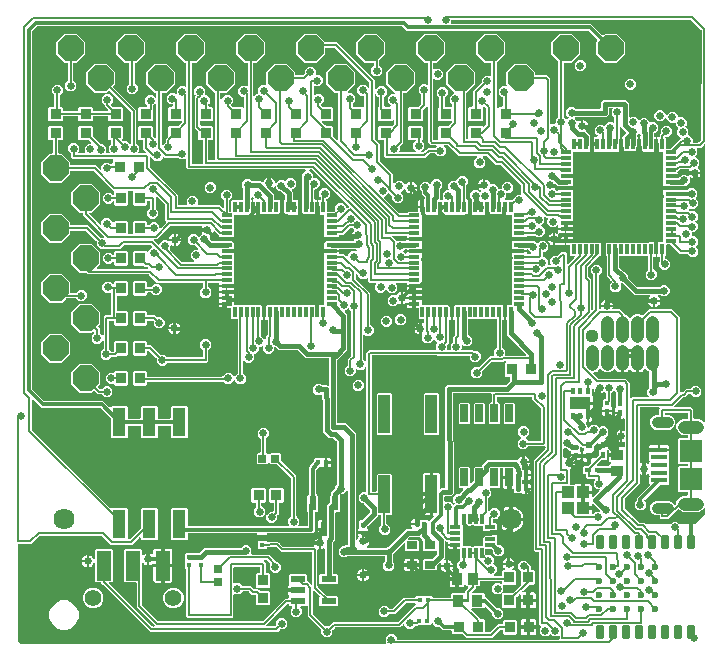
<source format=gbr>
G04 EAGLE Gerber RS-274X export*
G75*
%MOMM*%
%FSLAX34Y34*%
%LPD*%
%INTop Copper*%
%IPPOS*%
%AMOC8*
5,1,8,0,0,1.08239X$1,22.5*%
G01*
%ADD10R,0.460000X0.420000*%
%ADD11R,0.420000X0.460000*%
%ADD12R,0.620000X0.600000*%
%ADD13R,1.020000X0.870000*%
%ADD14R,0.870000X1.020000*%
%ADD15P,2.336880X8X22.500000*%
%ADD16R,0.350000X0.600000*%
%ADD17R,1.700000X1.100000*%
%ADD18R,0.850000X0.300000*%
%ADD19R,0.300000X0.850000*%
%ADD20R,7.700000X7.700000*%
%ADD21R,0.600000X1.200000*%
%ADD22C,1.110000*%
%ADD23C,1.110000*%
%ADD24R,0.700000X0.700000*%
%ADD25R,0.950000X0.950000*%
%ADD26R,0.950000X0.900000*%
%ADD27R,0.900000X0.950000*%
%ADD28R,0.625000X0.400000*%
%ADD29R,0.950000X1.000000*%
%ADD30R,0.400000X0.625000*%
%ADD31R,0.420000X0.440000*%
%ADD32R,1.100000X1.000000*%
%ADD33R,1.130000X2.440000*%
%ADD34R,1.000000X3.200000*%
%ADD35C,0.345000*%
%ADD36C,0.600000*%
%ADD37R,1.270000X0.558800*%
%ADD38R,0.304800X0.812800*%
%ADD39R,0.812800X0.304800*%
%ADD40R,1.701800X1.701800*%
%ADD41R,0.440000X0.420000*%
%ADD42R,1.200000X2.500000*%
%ADD43C,1.400000*%
%ADD44R,1.350000X0.400000*%
%ADD45R,1.900000X1.900000*%
%ADD46C,0.910000*%
%ADD47C,1.065000*%
%ADD48R,0.850000X0.650000*%
%ADD49C,1.785000*%
%ADD50R,0.650000X1.525000*%
%ADD51C,0.631000*%
%ADD52C,0.304800*%
%ADD53C,0.381000*%
%ADD54C,0.152400*%

G36*
X-292706Y16235D02*
X-292706Y16235D01*
X-292687Y16238D01*
X-292668Y16236D01*
X-292566Y16258D01*
X-292464Y16275D01*
X-292446Y16284D01*
X-292427Y16289D01*
X-292338Y16342D01*
X-292246Y16390D01*
X-292233Y16405D01*
X-292216Y16415D01*
X-292149Y16494D01*
X-292077Y16569D01*
X-292069Y16587D01*
X-292056Y16602D01*
X-292017Y16698D01*
X-291974Y16792D01*
X-291972Y16812D01*
X-291964Y16830D01*
X-291946Y16997D01*
X-291946Y18670D01*
X-291941Y18686D01*
X-291942Y18719D01*
X-291934Y18791D01*
X-291934Y21860D01*
X-289206Y24587D01*
X-285349Y24587D01*
X-282622Y21860D01*
X-282622Y20550D01*
X-282619Y20530D01*
X-282621Y20511D01*
X-282599Y20409D01*
X-282582Y20307D01*
X-282573Y20290D01*
X-282569Y20270D01*
X-282516Y20181D01*
X-282467Y20090D01*
X-282453Y20076D01*
X-282443Y20059D01*
X-282364Y19992D01*
X-282289Y19920D01*
X-282271Y19912D01*
X-282256Y19899D01*
X-282159Y19860D01*
X-282066Y19817D01*
X-282046Y19815D01*
X-282028Y19807D01*
X-281861Y19789D01*
X-145445Y19789D01*
X-145425Y19792D01*
X-145405Y19790D01*
X-145304Y19812D01*
X-145202Y19828D01*
X-145184Y19838D01*
X-145165Y19842D01*
X-145076Y19895D01*
X-144985Y19944D01*
X-144971Y19958D01*
X-144954Y19968D01*
X-144886Y20047D01*
X-144815Y20122D01*
X-144807Y20140D01*
X-144794Y20155D01*
X-144755Y20251D01*
X-144712Y20345D01*
X-144709Y20365D01*
X-144702Y20383D01*
X-144684Y20550D01*
X-144684Y22501D01*
X-144695Y22572D01*
X-144697Y22644D01*
X-144715Y22693D01*
X-144723Y22744D01*
X-144757Y22807D01*
X-144781Y22875D01*
X-144814Y22915D01*
X-144838Y22961D01*
X-144890Y23011D01*
X-144935Y23067D01*
X-144979Y23095D01*
X-145017Y23131D01*
X-145082Y23161D01*
X-145142Y23200D01*
X-145193Y23212D01*
X-145240Y23234D01*
X-145311Y23242D01*
X-145381Y23260D01*
X-145432Y23256D01*
X-145484Y23262D01*
X-145554Y23246D01*
X-145626Y23241D01*
X-145674Y23220D01*
X-145725Y23209D01*
X-145786Y23172D01*
X-145852Y23144D01*
X-145908Y23100D01*
X-145936Y23083D01*
X-145951Y23065D01*
X-145983Y23040D01*
X-146347Y22675D01*
X-150204Y22675D01*
X-152151Y24622D01*
X-152167Y24633D01*
X-152179Y24649D01*
X-152267Y24705D01*
X-152350Y24765D01*
X-152369Y24771D01*
X-152386Y24782D01*
X-152487Y24807D01*
X-152585Y24837D01*
X-152605Y24837D01*
X-152625Y24842D01*
X-152728Y24834D01*
X-152831Y24831D01*
X-152850Y24824D01*
X-152870Y24823D01*
X-152965Y24782D01*
X-153062Y24747D01*
X-153078Y24734D01*
X-153096Y24726D01*
X-153227Y24622D01*
X-154919Y22929D01*
X-158776Y22929D01*
X-161504Y25657D01*
X-161504Y29513D01*
X-160552Y30465D01*
X-160541Y30480D01*
X-160526Y30492D01*
X-160469Y30580D01*
X-160408Y30665D01*
X-160403Y30683D01*
X-160393Y30699D01*
X-160367Y30800D01*
X-160336Y30900D01*
X-160337Y30919D01*
X-160332Y30937D01*
X-160340Y31041D01*
X-160342Y31146D01*
X-160349Y31164D01*
X-160350Y31182D01*
X-160391Y31278D01*
X-160427Y31377D01*
X-160439Y31392D01*
X-160446Y31409D01*
X-160551Y31540D01*
X-161343Y32337D01*
X-161344Y32337D01*
X-161344Y32338D01*
X-162007Y33000D01*
X-162004Y33937D01*
X-162004Y33939D01*
X-162004Y35162D01*
X-162001Y35189D01*
X-161858Y93748D01*
X-161861Y93769D01*
X-161859Y93789D01*
X-161881Y93890D01*
X-161897Y93991D01*
X-161907Y94009D01*
X-161911Y94030D01*
X-161964Y94118D01*
X-162012Y94209D01*
X-162027Y94223D01*
X-162037Y94241D01*
X-162115Y94308D01*
X-162190Y94378D01*
X-162208Y94387D01*
X-162224Y94401D01*
X-162320Y94439D01*
X-162412Y94483D01*
X-162433Y94485D01*
X-162453Y94493D01*
X-162619Y94511D01*
X-165529Y94511D01*
X-166855Y95837D01*
X-166855Y171625D01*
X-156894Y181586D01*
X-156841Y181660D01*
X-156781Y181730D01*
X-156769Y181760D01*
X-156750Y181786D01*
X-156723Y181873D01*
X-156689Y181958D01*
X-156685Y181999D01*
X-156678Y182021D01*
X-156679Y182053D01*
X-156671Y182125D01*
X-156671Y182904D01*
X-156674Y182924D01*
X-156672Y182943D01*
X-156694Y183045D01*
X-156710Y183147D01*
X-156720Y183164D01*
X-156724Y183184D01*
X-156777Y183273D01*
X-156826Y183364D01*
X-156840Y183378D01*
X-156850Y183395D01*
X-156929Y183462D01*
X-157004Y183534D01*
X-157022Y183542D01*
X-157037Y183555D01*
X-157133Y183594D01*
X-157227Y183637D01*
X-157247Y183639D01*
X-157265Y183647D01*
X-157432Y183665D01*
X-170877Y183665D01*
X-170967Y183651D01*
X-171058Y183643D01*
X-171088Y183631D01*
X-171120Y183626D01*
X-171201Y183583D01*
X-171285Y183547D01*
X-171317Y183521D01*
X-171337Y183510D01*
X-171360Y183487D01*
X-171415Y183442D01*
X-173586Y181272D01*
X-177442Y181272D01*
X-180170Y184000D01*
X-180170Y187856D01*
X-177562Y190464D01*
X-177550Y190480D01*
X-177535Y190493D01*
X-177479Y190580D01*
X-177418Y190664D01*
X-177413Y190683D01*
X-177402Y190700D01*
X-177376Y190800D01*
X-177346Y190899D01*
X-177347Y190919D01*
X-177342Y190938D01*
X-177350Y191041D01*
X-177352Y191145D01*
X-177359Y191164D01*
X-177361Y191184D01*
X-177401Y191278D01*
X-177437Y191376D01*
X-177449Y191392D01*
X-177457Y191410D01*
X-177562Y191541D01*
X-179927Y193906D01*
X-179927Y197762D01*
X-177199Y200490D01*
X-173343Y200490D01*
X-170615Y197762D01*
X-170615Y193906D01*
X-173223Y191298D01*
X-173235Y191282D01*
X-173250Y191269D01*
X-173306Y191182D01*
X-173367Y191098D01*
X-173372Y191079D01*
X-173383Y191062D01*
X-173408Y190962D01*
X-173439Y190863D01*
X-173438Y190843D01*
X-173443Y190824D01*
X-173435Y190721D01*
X-173433Y190617D01*
X-173426Y190598D01*
X-173424Y190579D01*
X-173384Y190484D01*
X-173348Y190386D01*
X-173336Y190370D01*
X-173328Y190352D01*
X-173223Y190221D01*
X-171415Y188414D01*
X-171342Y188361D01*
X-171272Y188301D01*
X-171242Y188289D01*
X-171216Y188270D01*
X-171129Y188243D01*
X-171044Y188209D01*
X-171003Y188205D01*
X-170981Y188198D01*
X-170948Y188199D01*
X-170877Y188191D01*
X-161266Y188191D01*
X-161246Y188194D01*
X-161227Y188192D01*
X-161125Y188214D01*
X-161023Y188230D01*
X-161006Y188240D01*
X-160986Y188244D01*
X-160897Y188297D01*
X-160806Y188346D01*
X-160792Y188360D01*
X-160775Y188370D01*
X-160708Y188449D01*
X-160636Y188524D01*
X-160628Y188542D01*
X-160615Y188557D01*
X-160576Y188653D01*
X-160533Y188747D01*
X-160531Y188767D01*
X-160523Y188785D01*
X-160505Y188952D01*
X-160505Y215369D01*
X-160519Y215459D01*
X-160527Y215550D01*
X-160539Y215579D01*
X-160544Y215611D01*
X-160587Y215692D01*
X-160623Y215776D01*
X-160649Y215808D01*
X-160660Y215829D01*
X-160683Y215851D01*
X-160728Y215907D01*
X-167783Y222962D01*
X-167783Y224965D01*
X-167786Y224985D01*
X-167784Y225004D01*
X-167806Y225106D01*
X-167822Y225208D01*
X-167832Y225225D01*
X-167836Y225245D01*
X-167889Y225334D01*
X-167938Y225425D01*
X-167952Y225439D01*
X-167962Y225456D01*
X-168041Y225523D01*
X-168116Y225595D01*
X-168134Y225603D01*
X-168149Y225616D01*
X-168245Y225655D01*
X-168339Y225698D01*
X-168359Y225700D01*
X-168377Y225708D01*
X-168544Y225726D01*
X-197128Y225726D01*
X-197148Y225723D01*
X-197167Y225725D01*
X-197269Y225703D01*
X-197371Y225687D01*
X-197388Y225677D01*
X-197408Y225673D01*
X-197497Y225620D01*
X-197588Y225571D01*
X-197602Y225557D01*
X-197619Y225547D01*
X-197686Y225468D01*
X-197758Y225393D01*
X-197766Y225375D01*
X-197779Y225360D01*
X-197818Y225264D01*
X-197861Y225170D01*
X-197863Y225150D01*
X-197871Y225132D01*
X-197889Y224965D01*
X-197889Y221411D01*
X-197886Y221391D01*
X-197888Y221372D01*
X-197866Y221270D01*
X-197850Y221168D01*
X-197840Y221151D01*
X-197836Y221131D01*
X-197783Y221042D01*
X-197734Y220951D01*
X-197720Y220937D01*
X-197710Y220920D01*
X-197631Y220853D01*
X-197556Y220781D01*
X-197538Y220773D01*
X-197523Y220760D01*
X-197427Y220721D01*
X-197333Y220678D01*
X-197313Y220676D01*
X-197295Y220668D01*
X-197128Y220650D01*
X-196280Y220650D01*
X-195401Y219771D01*
X-195401Y203277D01*
X-196280Y202398D01*
X-204024Y202398D01*
X-204903Y203277D01*
X-204903Y219771D01*
X-204024Y220650D01*
X-203176Y220650D01*
X-203156Y220653D01*
X-203137Y220651D01*
X-203035Y220673D01*
X-202933Y220689D01*
X-202916Y220699D01*
X-202896Y220703D01*
X-202807Y220756D01*
X-202716Y220805D01*
X-202702Y220819D01*
X-202685Y220829D01*
X-202618Y220908D01*
X-202546Y220983D01*
X-202538Y221001D01*
X-202525Y221016D01*
X-202486Y221112D01*
X-202443Y221206D01*
X-202441Y221226D01*
X-202433Y221244D01*
X-202415Y221411D01*
X-202415Y227989D01*
X-202418Y228009D01*
X-202416Y228028D01*
X-202438Y228130D01*
X-202454Y228232D01*
X-202464Y228249D01*
X-202468Y228269D01*
X-202521Y228358D01*
X-202570Y228449D01*
X-202584Y228463D01*
X-202594Y228480D01*
X-202673Y228547D01*
X-202748Y228619D01*
X-202766Y228627D01*
X-202781Y228640D01*
X-202877Y228679D01*
X-202971Y228722D01*
X-202991Y228724D01*
X-203009Y228732D01*
X-203176Y228750D01*
X-234099Y228750D01*
X-234119Y228747D01*
X-234140Y228749D01*
X-234241Y228727D01*
X-234341Y228711D01*
X-234360Y228701D01*
X-234381Y228696D01*
X-234468Y228643D01*
X-234559Y228595D01*
X-234573Y228580D01*
X-234591Y228569D01*
X-234658Y228491D01*
X-234728Y228417D01*
X-234737Y228398D01*
X-234751Y228382D01*
X-234789Y228287D01*
X-234832Y228194D01*
X-234834Y228173D01*
X-234842Y228153D01*
X-234860Y227987D01*
X-234597Y146255D01*
X-234591Y146222D01*
X-234591Y144534D01*
X-234591Y144533D01*
X-234591Y144531D01*
X-234587Y143120D01*
X-235582Y142125D01*
X-235582Y142124D01*
X-235584Y142123D01*
X-236580Y141120D01*
X-237989Y141120D01*
X-237990Y141120D01*
X-237991Y141120D01*
X-239667Y141115D01*
X-239715Y141120D01*
X-241494Y141120D01*
X-241514Y141117D01*
X-241533Y141119D01*
X-241635Y141097D01*
X-241737Y141081D01*
X-241754Y141071D01*
X-241774Y141067D01*
X-241863Y141014D01*
X-241954Y140965D01*
X-241968Y140951D01*
X-241985Y140941D01*
X-242052Y140862D01*
X-242124Y140787D01*
X-242132Y140769D01*
X-242145Y140754D01*
X-242184Y140658D01*
X-242227Y140564D01*
X-242229Y140544D01*
X-242237Y140526D01*
X-242255Y140359D01*
X-242255Y137090D01*
X-242244Y137019D01*
X-242242Y136947D01*
X-242224Y136898D01*
X-242216Y136847D01*
X-242182Y136784D01*
X-242157Y136716D01*
X-242125Y136676D01*
X-242100Y136630D01*
X-242048Y136580D01*
X-242004Y136524D01*
X-241960Y136496D01*
X-241922Y136460D01*
X-241857Y136430D01*
X-241797Y136391D01*
X-241746Y136379D01*
X-241699Y136357D01*
X-241628Y136349D01*
X-241558Y136331D01*
X-241506Y136335D01*
X-241455Y136330D01*
X-241384Y136345D01*
X-241313Y136350D01*
X-241265Y136371D01*
X-241214Y136382D01*
X-241153Y136419D01*
X-241087Y136447D01*
X-241043Y136482D01*
X-237169Y136482D01*
X-235011Y134325D01*
X-234995Y134313D01*
X-234983Y134297D01*
X-234896Y134241D01*
X-234812Y134181D01*
X-234793Y134175D01*
X-234776Y134164D01*
X-234675Y134139D01*
X-234577Y134109D01*
X-234557Y134109D01*
X-234537Y134104D01*
X-234434Y134112D01*
X-234331Y134115D01*
X-234312Y134122D01*
X-234292Y134124D01*
X-234197Y134164D01*
X-234100Y134200D01*
X-234084Y134212D01*
X-234066Y134220D01*
X-233935Y134325D01*
X-233807Y134452D01*
X-233796Y134469D01*
X-233780Y134481D01*
X-233724Y134568D01*
X-233664Y134652D01*
X-233658Y134671D01*
X-233647Y134688D01*
X-233622Y134788D01*
X-233591Y134887D01*
X-233592Y134907D01*
X-233587Y134926D01*
X-233595Y135029D01*
X-233598Y135133D01*
X-233605Y135152D01*
X-233606Y135172D01*
X-233646Y135267D01*
X-233682Y135364D01*
X-233695Y135380D01*
X-233702Y135398D01*
X-233807Y135529D01*
X-234780Y136502D01*
X-234780Y140358D01*
X-232052Y143086D01*
X-230600Y143086D01*
X-230510Y143100D01*
X-230419Y143108D01*
X-230389Y143120D01*
X-230357Y143125D01*
X-230277Y143168D01*
X-230193Y143204D01*
X-230161Y143230D01*
X-230140Y143241D01*
X-230134Y143247D01*
X-230133Y143247D01*
X-230116Y143265D01*
X-230062Y143309D01*
X-226512Y146859D01*
X-226470Y146917D01*
X-226420Y146969D01*
X-226399Y147016D01*
X-226368Y147058D01*
X-226347Y147127D01*
X-226317Y147192D01*
X-226311Y147244D01*
X-226296Y147294D01*
X-226298Y147365D01*
X-226290Y147436D01*
X-226301Y147487D01*
X-226302Y147539D01*
X-226327Y147607D01*
X-226342Y147677D01*
X-226369Y147722D01*
X-226387Y147770D01*
X-226431Y147826D01*
X-226468Y147888D01*
X-226508Y147922D01*
X-226540Y147962D01*
X-226601Y148001D01*
X-226655Y148048D01*
X-226703Y148067D01*
X-226747Y148095D01*
X-226817Y148113D01*
X-226883Y148140D01*
X-226955Y148148D01*
X-226986Y148156D01*
X-227009Y148154D01*
X-227050Y148158D01*
X-229424Y148158D01*
X-230303Y149037D01*
X-230303Y165531D01*
X-229424Y166410D01*
X-221680Y166410D01*
X-220801Y165531D01*
X-220801Y152999D01*
X-220790Y152928D01*
X-220788Y152856D01*
X-220770Y152807D01*
X-220762Y152756D01*
X-220728Y152692D01*
X-220703Y152625D01*
X-220671Y152584D01*
X-220646Y152538D01*
X-220594Y152489D01*
X-220550Y152433D01*
X-220506Y152405D01*
X-220468Y152369D01*
X-220403Y152339D01*
X-220343Y152300D01*
X-220292Y152287D01*
X-220245Y152265D01*
X-220174Y152258D01*
X-220104Y152240D01*
X-220052Y152244D01*
X-220001Y152238D01*
X-219930Y152254D01*
X-219859Y152259D01*
X-219811Y152280D01*
X-219760Y152291D01*
X-219699Y152327D01*
X-219633Y152355D01*
X-219577Y152400D01*
X-219549Y152417D01*
X-219534Y152435D01*
X-219502Y152460D01*
X-217826Y154136D01*
X-217773Y154210D01*
X-217713Y154280D01*
X-217701Y154310D01*
X-217682Y154336D01*
X-217655Y154423D01*
X-217621Y154508D01*
X-217617Y154549D01*
X-217610Y154571D01*
X-217611Y154603D01*
X-217603Y154675D01*
X-217603Y165531D01*
X-216724Y166410D01*
X-210974Y166410D01*
X-210954Y166413D01*
X-210935Y166411D01*
X-210833Y166433D01*
X-210731Y166449D01*
X-210714Y166459D01*
X-210694Y166463D01*
X-210605Y166516D01*
X-210514Y166565D01*
X-210500Y166579D01*
X-210483Y166589D01*
X-210416Y166668D01*
X-210344Y166743D01*
X-210336Y166761D01*
X-210323Y166776D01*
X-210284Y166872D01*
X-210241Y166966D01*
X-210239Y166986D01*
X-210231Y167004D01*
X-210213Y167171D01*
X-210213Y167730D01*
X-206223Y171720D01*
X-181373Y171720D01*
X-181367Y171714D01*
X-181299Y171676D01*
X-181236Y171631D01*
X-181192Y171617D01*
X-181152Y171595D01*
X-181075Y171581D01*
X-181001Y171558D01*
X-180955Y171560D01*
X-180910Y171551D01*
X-180833Y171563D01*
X-180755Y171565D01*
X-180712Y171581D01*
X-180666Y171587D01*
X-180597Y171623D01*
X-180524Y171649D01*
X-180488Y171678D01*
X-180447Y171699D01*
X-180393Y171754D01*
X-180332Y171803D01*
X-180307Y171842D01*
X-180275Y171874D01*
X-180209Y171994D01*
X-180199Y172010D01*
X-180198Y172015D01*
X-180194Y172021D01*
X-179840Y172876D01*
X-179276Y173721D01*
X-178558Y174439D01*
X-177713Y175003D01*
X-176775Y175392D01*
X-176223Y175501D01*
X-176223Y170625D01*
X-176220Y170605D01*
X-176222Y170585D01*
X-176200Y170484D01*
X-176194Y170450D01*
X-176195Y170448D01*
X-176197Y170429D01*
X-176204Y170410D01*
X-176223Y170243D01*
X-176223Y165220D01*
X-176244Y165213D01*
X-176311Y165166D01*
X-176382Y165127D01*
X-176411Y165096D01*
X-176445Y165071D01*
X-176493Y165005D01*
X-176549Y164945D01*
X-176566Y164907D01*
X-176590Y164873D01*
X-176615Y164795D01*
X-176648Y164720D01*
X-176652Y164679D01*
X-176665Y164638D01*
X-176663Y164557D01*
X-176671Y164475D01*
X-176661Y164421D01*
X-176660Y164393D01*
X-176651Y164365D01*
X-176641Y164310D01*
X-176615Y164224D01*
X-176569Y164130D01*
X-176529Y164035D01*
X-176514Y164016D01*
X-176507Y164003D01*
X-176485Y163980D01*
X-176424Y163904D01*
X-176102Y163582D01*
X-176028Y163529D01*
X-175958Y163469D01*
X-175928Y163457D01*
X-175902Y163438D01*
X-175815Y163411D01*
X-175730Y163377D01*
X-175689Y163373D01*
X-175667Y163366D01*
X-175635Y163367D01*
X-175564Y163359D01*
X-174025Y163359D01*
X-174025Y159546D01*
X-174022Y159527D01*
X-174024Y159507D01*
X-174002Y159405D01*
X-173986Y159303D01*
X-173976Y159286D01*
X-173972Y159266D01*
X-173962Y159250D01*
X-173997Y159175D01*
X-173999Y159155D01*
X-174007Y159137D01*
X-174025Y158970D01*
X-174025Y155157D01*
X-175640Y155157D01*
X-175646Y155156D01*
X-175702Y155163D01*
X-175706Y155162D01*
X-175710Y155162D01*
X-175827Y155135D01*
X-175943Y155110D01*
X-175946Y155108D01*
X-175950Y155107D01*
X-176053Y155044D01*
X-176154Y154984D01*
X-176156Y154981D01*
X-176160Y154979D01*
X-176237Y154887D01*
X-176314Y154797D01*
X-176315Y154794D01*
X-176318Y154791D01*
X-176361Y154679D01*
X-176406Y154569D01*
X-176406Y154564D01*
X-176407Y154561D01*
X-176408Y154548D01*
X-176424Y154402D01*
X-176424Y152436D01*
X-176421Y152416D01*
X-176423Y152397D01*
X-176401Y152295D01*
X-176385Y152193D01*
X-176375Y152176D01*
X-176371Y152156D01*
X-176318Y152067D01*
X-176269Y151976D01*
X-176255Y151962D01*
X-176245Y151945D01*
X-176166Y151878D01*
X-176091Y151806D01*
X-176073Y151798D01*
X-176058Y151785D01*
X-175962Y151746D01*
X-175868Y151703D01*
X-175848Y151701D01*
X-175830Y151693D01*
X-175663Y151675D01*
X-174279Y151675D01*
X-174279Y147862D01*
X-174276Y147843D01*
X-174278Y147823D01*
X-174256Y147721D01*
X-174240Y147619D01*
X-174230Y147602D01*
X-174226Y147582D01*
X-174216Y147566D01*
X-174251Y147491D01*
X-174253Y147471D01*
X-174261Y147453D01*
X-174279Y147286D01*
X-174279Y143473D01*
X-175793Y143473D01*
X-176302Y143610D01*
X-176755Y143871D01*
X-176863Y143912D01*
X-176969Y143955D01*
X-176979Y143956D01*
X-176986Y143958D01*
X-177008Y143959D01*
X-177136Y143973D01*
X-182752Y143973D01*
X-183631Y144852D01*
X-183631Y146897D01*
X-183634Y146917D01*
X-183632Y146936D01*
X-183654Y147038D01*
X-183670Y147140D01*
X-183680Y147157D01*
X-183684Y147177D01*
X-183737Y147266D01*
X-183786Y147357D01*
X-183800Y147371D01*
X-183810Y147388D01*
X-183889Y147455D01*
X-183964Y147527D01*
X-183982Y147535D01*
X-183997Y147548D01*
X-184093Y147587D01*
X-184187Y147630D01*
X-184207Y147632D01*
X-184225Y147640D01*
X-184392Y147658D01*
X-185929Y147658D01*
X-185929Y156522D01*
X-185932Y156542D01*
X-185930Y156561D01*
X-185952Y156663D01*
X-185969Y156765D01*
X-185978Y156782D01*
X-185982Y156802D01*
X-186035Y156891D01*
X-186084Y156982D01*
X-186098Y156996D01*
X-186108Y157013D01*
X-186187Y157080D01*
X-186262Y157151D01*
X-186280Y157160D01*
X-186295Y157173D01*
X-186391Y157212D01*
X-186485Y157255D01*
X-186505Y157257D01*
X-186523Y157265D01*
X-186690Y157283D01*
X-187453Y157283D01*
X-187453Y158046D01*
X-187456Y158066D01*
X-187454Y158085D01*
X-187476Y158187D01*
X-187493Y158289D01*
X-187502Y158306D01*
X-187506Y158326D01*
X-187559Y158415D01*
X-187608Y158506D01*
X-187622Y158520D01*
X-187632Y158537D01*
X-187711Y158604D01*
X-187786Y158675D01*
X-187804Y158684D01*
X-187819Y158697D01*
X-187915Y158736D01*
X-188009Y158779D01*
X-188029Y158781D01*
X-188047Y158789D01*
X-188214Y158807D01*
X-192703Y158807D01*
X-192703Y164147D01*
X-192706Y164167D01*
X-192704Y164186D01*
X-192726Y164288D01*
X-192742Y164390D01*
X-192752Y164407D01*
X-192756Y164427D01*
X-192809Y164516D01*
X-192858Y164607D01*
X-192872Y164621D01*
X-192882Y164638D01*
X-192961Y164705D01*
X-193036Y164777D01*
X-193054Y164785D01*
X-193069Y164798D01*
X-193165Y164837D01*
X-193259Y164880D01*
X-193279Y164882D01*
X-193297Y164890D01*
X-193464Y164908D01*
X-194640Y164908D01*
X-194660Y164905D01*
X-194679Y164907D01*
X-194781Y164885D01*
X-194883Y164869D01*
X-194900Y164859D01*
X-194920Y164855D01*
X-195009Y164802D01*
X-195100Y164753D01*
X-195114Y164739D01*
X-195131Y164729D01*
X-195198Y164650D01*
X-195270Y164575D01*
X-195278Y164557D01*
X-195291Y164542D01*
X-195330Y164446D01*
X-195373Y164352D01*
X-195375Y164332D01*
X-195383Y164314D01*
X-195401Y164147D01*
X-195401Y149037D01*
X-196280Y148158D01*
X-203236Y148158D01*
X-203307Y148147D01*
X-203379Y148145D01*
X-203428Y148127D01*
X-203479Y148119D01*
X-203542Y148085D01*
X-203610Y148060D01*
X-203650Y148028D01*
X-203696Y148003D01*
X-203746Y147951D01*
X-203802Y147907D01*
X-203830Y147863D01*
X-203866Y147825D01*
X-203896Y147760D01*
X-203935Y147700D01*
X-203947Y147649D01*
X-203969Y147602D01*
X-203977Y147531D01*
X-203995Y147461D01*
X-203991Y147409D01*
X-203996Y147358D01*
X-203981Y147287D01*
X-203976Y147216D01*
X-203955Y147168D01*
X-203944Y147117D01*
X-203907Y147056D01*
X-203879Y146990D01*
X-203835Y146934D01*
X-203818Y146906D01*
X-203800Y146891D01*
X-203775Y146859D01*
X-202862Y145946D01*
X-202862Y142090D01*
X-205032Y139920D01*
X-205086Y139845D01*
X-205145Y139776D01*
X-205157Y139746D01*
X-205176Y139720D01*
X-205203Y139633D01*
X-205237Y139548D01*
X-205241Y139507D01*
X-205248Y139485D01*
X-205247Y139453D01*
X-205255Y139381D01*
X-205255Y129557D01*
X-205244Y129486D01*
X-205242Y129414D01*
X-205224Y129365D01*
X-205216Y129314D01*
X-205182Y129251D01*
X-205157Y129183D01*
X-205125Y129143D01*
X-205100Y129097D01*
X-205048Y129047D01*
X-205004Y128991D01*
X-204960Y128963D01*
X-204922Y128927D01*
X-204857Y128897D01*
X-204797Y128858D01*
X-204746Y128846D01*
X-204699Y128824D01*
X-204628Y128816D01*
X-204558Y128798D01*
X-204506Y128802D01*
X-204455Y128797D01*
X-204384Y128812D01*
X-204313Y128817D01*
X-204265Y128838D01*
X-204214Y128849D01*
X-204153Y128886D01*
X-204087Y128914D01*
X-204031Y128958D01*
X-204003Y128975D01*
X-203988Y128993D01*
X-203956Y129018D01*
X-201888Y131086D01*
X-198031Y131086D01*
X-195660Y128715D01*
X-195595Y128668D01*
X-195536Y128615D01*
X-195496Y128597D01*
X-195460Y128571D01*
X-195384Y128548D01*
X-195311Y128516D01*
X-195267Y128512D01*
X-195225Y128499D01*
X-195145Y128501D01*
X-195066Y128494D01*
X-195023Y128504D01*
X-194979Y128505D01*
X-194904Y128533D01*
X-194827Y128551D01*
X-194789Y128575D01*
X-194748Y128590D01*
X-194686Y128640D01*
X-194618Y128682D01*
X-194579Y128725D01*
X-194556Y128744D01*
X-194546Y128760D01*
X-193306Y130000D01*
X-191914Y131011D01*
X-190382Y131791D01*
X-188746Y132323D01*
X-187711Y132487D01*
X-187711Y123189D01*
X-196301Y123189D01*
X-196391Y123174D01*
X-196482Y123167D01*
X-196512Y123155D01*
X-196544Y123149D01*
X-196625Y123107D01*
X-196709Y123071D01*
X-196741Y123045D01*
X-196761Y123034D01*
X-196784Y123011D01*
X-196840Y122966D01*
X-198031Y121775D01*
X-200684Y121775D01*
X-200704Y121772D01*
X-200723Y121774D01*
X-200825Y121752D01*
X-200927Y121735D01*
X-200944Y121726D01*
X-200964Y121721D01*
X-201053Y121668D01*
X-201144Y121620D01*
X-201158Y121605D01*
X-201175Y121595D01*
X-201242Y121517D01*
X-201314Y121442D01*
X-201322Y121424D01*
X-201335Y121408D01*
X-201374Y121312D01*
X-201417Y121218D01*
X-201419Y121199D01*
X-201427Y121180D01*
X-201445Y121013D01*
X-201445Y119102D01*
X-201442Y119082D01*
X-201444Y119063D01*
X-201422Y118961D01*
X-201406Y118859D01*
X-201396Y118842D01*
X-201392Y118822D01*
X-201339Y118733D01*
X-201290Y118642D01*
X-201276Y118628D01*
X-201266Y118611D01*
X-201187Y118544D01*
X-201112Y118472D01*
X-201094Y118464D01*
X-201079Y118451D01*
X-200983Y118412D01*
X-200889Y118369D01*
X-200869Y118367D01*
X-200851Y118359D01*
X-200684Y118341D01*
X-199022Y118341D01*
X-198143Y117462D01*
X-198143Y113366D01*
X-198125Y113252D01*
X-198109Y113139D01*
X-198105Y113130D01*
X-198104Y113123D01*
X-198093Y113104D01*
X-198041Y112985D01*
X-197780Y112532D01*
X-197643Y112023D01*
X-197643Y110997D01*
X-203708Y110997D01*
X-203727Y110994D01*
X-203747Y110996D01*
X-203848Y110974D01*
X-203950Y110958D01*
X-203968Y110948D01*
X-203987Y110944D01*
X-204077Y110891D01*
X-204168Y110843D01*
X-204181Y110828D01*
X-204199Y110818D01*
X-204266Y110739D01*
X-204337Y110664D01*
X-204346Y110646D01*
X-204359Y110631D01*
X-204397Y110535D01*
X-204441Y110441D01*
X-204443Y110421D01*
X-204450Y110403D01*
X-204469Y110236D01*
X-204466Y110216D01*
X-204468Y110197D01*
X-204468Y110196D01*
X-204446Y110095D01*
X-204429Y109993D01*
X-204420Y109976D01*
X-204416Y109956D01*
X-204362Y109867D01*
X-204314Y109776D01*
X-204300Y109762D01*
X-204289Y109745D01*
X-204211Y109678D01*
X-204136Y109606D01*
X-204118Y109598D01*
X-204103Y109585D01*
X-204006Y109546D01*
X-203913Y109503D01*
X-203893Y109501D01*
X-203874Y109493D01*
X-203708Y109475D01*
X-197643Y109475D01*
X-197643Y108449D01*
X-197780Y107940D01*
X-198041Y107487D01*
X-198082Y107379D01*
X-198125Y107273D01*
X-198126Y107263D01*
X-198128Y107256D01*
X-198129Y107234D01*
X-198143Y107106D01*
X-198143Y102953D01*
X-198149Y102935D01*
X-198160Y102919D01*
X-198185Y102818D01*
X-198215Y102719D01*
X-198215Y102699D01*
X-198220Y102680D01*
X-198212Y102577D01*
X-198209Y102474D01*
X-198202Y102455D01*
X-198200Y102435D01*
X-198160Y102340D01*
X-198143Y102294D01*
X-198143Y101390D01*
X-198129Y101300D01*
X-198121Y101209D01*
X-198109Y101179D01*
X-198104Y101147D01*
X-198061Y101067D01*
X-198025Y100983D01*
X-197999Y100951D01*
X-197988Y100930D01*
X-197965Y100908D01*
X-197920Y100852D01*
X-197197Y100129D01*
X-197123Y100076D01*
X-197054Y100016D01*
X-197024Y100004D01*
X-196997Y99985D01*
X-196910Y99958D01*
X-196826Y99924D01*
X-196785Y99920D01*
X-196762Y99913D01*
X-196730Y99914D01*
X-196659Y99906D01*
X-194668Y99906D01*
X-191940Y97178D01*
X-191940Y93322D01*
X-194668Y90594D01*
X-198524Y90594D01*
X-201252Y93322D01*
X-201252Y95313D01*
X-201266Y95403D01*
X-201274Y95494D01*
X-201286Y95524D01*
X-201291Y95556D01*
X-201334Y95636D01*
X-201370Y95720D01*
X-201396Y95752D01*
X-201407Y95773D01*
X-201430Y95795D01*
X-201475Y95851D01*
X-202452Y96828D01*
X-202526Y96881D01*
X-202595Y96941D01*
X-202625Y96953D01*
X-202652Y96972D01*
X-202739Y96999D01*
X-202823Y97033D01*
X-202864Y97037D01*
X-202887Y97044D01*
X-202919Y97043D01*
X-202990Y97051D01*
X-207034Y97051D01*
X-207054Y97048D01*
X-207073Y97050D01*
X-207175Y97028D01*
X-207277Y97012D01*
X-207294Y97002D01*
X-207314Y96998D01*
X-207403Y96945D01*
X-207494Y96896D01*
X-207508Y96882D01*
X-207525Y96872D01*
X-207592Y96793D01*
X-207664Y96718D01*
X-207672Y96700D01*
X-207685Y96685D01*
X-207724Y96589D01*
X-207767Y96495D01*
X-207769Y96475D01*
X-207777Y96457D01*
X-207795Y96290D01*
X-207795Y93078D01*
X-207781Y92987D01*
X-207773Y92897D01*
X-207761Y92867D01*
X-207756Y92835D01*
X-207713Y92754D01*
X-207677Y92670D01*
X-207651Y92638D01*
X-207640Y92617D01*
X-207617Y92595D01*
X-207572Y92539D01*
X-206718Y91685D01*
X-206644Y91632D01*
X-206575Y91573D01*
X-206545Y91560D01*
X-206518Y91542D01*
X-206432Y91515D01*
X-206347Y91481D01*
X-206306Y91476D01*
X-206283Y91469D01*
X-206251Y91470D01*
X-206180Y91462D01*
X-203111Y91462D01*
X-200384Y88735D01*
X-200384Y84878D01*
X-200608Y84654D01*
X-200620Y84638D01*
X-200635Y84625D01*
X-200691Y84538D01*
X-200752Y84454D01*
X-200757Y84435D01*
X-200768Y84418D01*
X-200794Y84318D01*
X-200824Y84219D01*
X-200823Y84199D01*
X-200828Y84180D01*
X-200820Y84077D01*
X-200818Y83973D01*
X-200811Y83954D01*
X-200809Y83934D01*
X-200769Y83840D01*
X-200733Y83742D01*
X-200721Y83726D01*
X-200713Y83708D01*
X-200608Y83577D01*
X-198036Y81005D01*
X-198036Y77149D01*
X-199995Y75190D01*
X-200036Y75132D01*
X-200086Y75080D01*
X-200108Y75033D01*
X-200138Y74991D01*
X-200159Y74922D01*
X-200189Y74857D01*
X-200195Y74805D01*
X-200210Y74755D01*
X-200209Y74684D01*
X-200216Y74613D01*
X-200205Y74562D01*
X-200204Y74510D01*
X-200179Y74442D01*
X-200164Y74372D01*
X-200138Y74327D01*
X-200120Y74279D01*
X-200075Y74223D01*
X-200038Y74161D01*
X-199998Y74127D01*
X-199966Y74087D01*
X-199906Y74048D01*
X-199851Y74001D01*
X-199803Y73982D01*
X-199759Y73954D01*
X-199690Y73936D01*
X-199623Y73909D01*
X-199552Y73901D01*
X-199520Y73893D01*
X-199497Y73895D01*
X-199456Y73891D01*
X-194086Y73891D01*
X-194066Y73894D01*
X-194047Y73892D01*
X-193945Y73914D01*
X-193843Y73930D01*
X-193826Y73940D01*
X-193806Y73944D01*
X-193717Y73997D01*
X-193626Y74046D01*
X-193612Y74060D01*
X-193595Y74070D01*
X-193528Y74149D01*
X-193456Y74224D01*
X-193448Y74242D01*
X-193435Y74257D01*
X-193396Y74353D01*
X-193353Y74447D01*
X-193351Y74467D01*
X-193343Y74485D01*
X-193325Y74652D01*
X-193325Y78016D01*
X-192446Y78895D01*
X-191910Y78895D01*
X-191839Y78906D01*
X-191767Y78908D01*
X-191718Y78926D01*
X-191667Y78934D01*
X-191604Y78968D01*
X-191536Y78993D01*
X-191496Y79025D01*
X-191450Y79050D01*
X-191400Y79101D01*
X-191344Y79146D01*
X-191316Y79190D01*
X-191280Y79228D01*
X-191250Y79293D01*
X-191211Y79353D01*
X-191199Y79404D01*
X-191177Y79451D01*
X-191169Y79522D01*
X-191151Y79592D01*
X-191155Y79644D01*
X-191150Y79695D01*
X-191165Y79766D01*
X-191170Y79837D01*
X-191191Y79885D01*
X-191202Y79936D01*
X-191239Y79997D01*
X-191267Y80063D01*
X-191312Y80119D01*
X-191328Y80147D01*
X-191346Y80162D01*
X-191372Y80194D01*
X-191965Y80788D01*
X-192529Y81632D01*
X-192918Y82570D01*
X-193027Y83122D01*
X-188151Y83122D01*
X-188131Y83125D01*
X-188111Y83123D01*
X-188010Y83145D01*
X-187976Y83151D01*
X-187974Y83150D01*
X-187955Y83148D01*
X-187936Y83141D01*
X-187769Y83122D01*
X-182893Y83122D01*
X-183002Y82570D01*
X-183391Y81632D01*
X-183955Y80788D01*
X-184548Y80194D01*
X-184590Y80136D01*
X-184640Y80084D01*
X-184662Y80037D01*
X-184692Y79995D01*
X-184713Y79926D01*
X-184743Y79861D01*
X-184749Y79809D01*
X-184764Y79759D01*
X-184762Y79688D01*
X-184770Y79617D01*
X-184759Y79566D01*
X-184758Y79514D01*
X-184733Y79446D01*
X-184718Y79376D01*
X-184691Y79331D01*
X-184674Y79283D01*
X-184629Y79227D01*
X-184592Y79165D01*
X-184552Y79131D01*
X-184520Y79091D01*
X-184460Y79052D01*
X-184405Y79005D01*
X-184357Y78986D01*
X-184313Y78958D01*
X-184243Y78940D01*
X-184177Y78913D01*
X-184106Y78905D01*
X-184074Y78897D01*
X-184051Y78899D01*
X-184010Y78895D01*
X-182202Y78895D01*
X-181323Y78016D01*
X-181323Y67272D01*
X-182202Y66393D01*
X-192337Y66393D01*
X-192408Y66382D01*
X-192480Y66380D01*
X-192529Y66362D01*
X-192580Y66354D01*
X-192643Y66320D01*
X-192711Y66295D01*
X-192751Y66263D01*
X-192797Y66238D01*
X-192847Y66187D01*
X-192903Y66142D01*
X-192931Y66098D01*
X-192967Y66060D01*
X-192997Y65995D01*
X-193036Y65935D01*
X-193048Y65884D01*
X-193070Y65837D01*
X-193078Y65766D01*
X-193096Y65696D01*
X-193092Y65644D01*
X-193097Y65593D01*
X-193082Y65522D01*
X-193077Y65451D01*
X-193056Y65403D01*
X-193045Y65352D01*
X-193008Y65291D01*
X-192980Y65225D01*
X-192936Y65169D01*
X-192919Y65141D01*
X-192901Y65126D01*
X-192876Y65094D01*
X-192702Y64920D01*
X-192702Y61064D01*
X-193130Y60636D01*
X-193171Y60578D01*
X-193221Y60526D01*
X-193243Y60479D01*
X-193273Y60437D01*
X-193294Y60368D01*
X-193324Y60303D01*
X-193330Y60251D01*
X-193345Y60201D01*
X-193344Y60130D01*
X-193351Y60059D01*
X-193340Y60008D01*
X-193339Y59956D01*
X-193314Y59888D01*
X-193299Y59818D01*
X-193273Y59773D01*
X-193255Y59725D01*
X-193210Y59669D01*
X-193173Y59607D01*
X-193133Y59573D01*
X-193101Y59533D01*
X-193041Y59494D01*
X-192986Y59447D01*
X-192938Y59428D01*
X-192894Y59400D01*
X-192825Y59382D01*
X-192758Y59355D01*
X-192687Y59347D01*
X-192656Y59339D01*
X-192632Y59341D01*
X-192591Y59337D01*
X-184589Y59337D01*
X-184498Y59351D01*
X-184408Y59359D01*
X-184378Y59371D01*
X-184346Y59376D01*
X-184265Y59419D01*
X-184181Y59455D01*
X-184149Y59481D01*
X-184128Y59492D01*
X-184112Y59509D01*
X-184110Y59510D01*
X-184102Y59518D01*
X-184050Y59560D01*
X-177369Y66241D01*
X-177358Y66257D01*
X-177342Y66269D01*
X-177286Y66356D01*
X-177226Y66440D01*
X-177220Y66459D01*
X-177209Y66476D01*
X-177184Y66577D01*
X-177154Y66675D01*
X-177154Y66695D01*
X-177149Y66715D01*
X-177157Y66818D01*
X-177160Y66921D01*
X-177167Y66940D01*
X-177168Y66960D01*
X-177209Y67055D01*
X-177244Y67152D01*
X-177257Y67168D01*
X-177265Y67186D01*
X-177325Y67261D01*
X-177325Y77367D01*
X-177339Y77457D01*
X-177347Y77548D01*
X-177359Y77578D01*
X-177364Y77610D01*
X-177407Y77691D01*
X-177443Y77775D01*
X-177469Y77807D01*
X-177480Y77827D01*
X-177503Y77850D01*
X-177548Y77905D01*
X-179927Y80285D01*
X-179927Y84141D01*
X-177199Y86869D01*
X-173343Y86869D01*
X-170615Y84141D01*
X-170615Y83961D01*
X-170600Y83870D01*
X-170593Y83780D01*
X-170581Y83750D01*
X-170576Y83718D01*
X-170533Y83637D01*
X-170497Y83553D01*
X-170471Y83521D01*
X-170460Y83500D01*
X-170437Y83478D01*
X-170392Y83422D01*
X-169061Y82091D01*
X-169061Y79656D01*
X-169058Y79636D01*
X-169060Y79617D01*
X-169038Y79515D01*
X-169022Y79413D01*
X-169012Y79396D01*
X-169008Y79376D01*
X-168955Y79287D01*
X-168906Y79196D01*
X-168892Y79182D01*
X-168882Y79165D01*
X-168803Y79098D01*
X-168728Y79026D01*
X-168710Y79018D01*
X-168695Y79005D01*
X-168599Y78966D01*
X-168505Y78923D01*
X-168485Y78921D01*
X-168467Y78913D01*
X-168300Y78895D01*
X-166202Y78895D01*
X-165323Y78016D01*
X-165323Y67272D01*
X-166202Y66393D01*
X-170501Y66393D01*
X-170592Y66379D01*
X-170682Y66371D01*
X-170712Y66359D01*
X-170744Y66354D01*
X-170825Y66311D01*
X-170909Y66275D01*
X-170941Y66249D01*
X-170962Y66238D01*
X-170984Y66215D01*
X-171040Y66170D01*
X-176074Y61136D01*
X-176116Y61078D01*
X-176165Y61026D01*
X-176187Y60979D01*
X-176217Y60937D01*
X-176238Y60868D01*
X-176269Y60803D01*
X-176274Y60751D01*
X-176290Y60701D01*
X-176288Y60630D01*
X-176296Y60559D01*
X-176285Y60508D01*
X-176283Y60456D01*
X-176259Y60388D01*
X-176243Y60318D01*
X-176217Y60273D01*
X-176199Y60225D01*
X-176154Y60169D01*
X-176117Y60107D01*
X-176078Y60073D01*
X-176045Y60033D01*
X-175985Y59994D01*
X-175930Y59947D01*
X-175882Y59928D01*
X-175838Y59900D01*
X-175769Y59882D01*
X-175702Y59855D01*
X-175631Y59847D01*
X-175600Y59839D01*
X-175576Y59841D01*
X-175535Y59837D01*
X-172847Y59837D01*
X-172847Y54609D01*
X-177825Y54609D01*
X-177825Y57547D01*
X-177836Y57618D01*
X-177838Y57690D01*
X-177856Y57739D01*
X-177864Y57790D01*
X-177898Y57854D01*
X-177923Y57921D01*
X-177955Y57962D01*
X-177980Y58008D01*
X-178032Y58057D01*
X-178076Y58113D01*
X-178120Y58141D01*
X-178158Y58177D01*
X-178223Y58207D01*
X-178283Y58246D01*
X-178334Y58259D01*
X-178381Y58281D01*
X-178452Y58289D01*
X-178522Y58306D01*
X-178574Y58302D01*
X-178625Y58308D01*
X-178696Y58292D01*
X-178767Y58287D01*
X-178815Y58267D01*
X-178866Y58255D01*
X-178927Y58219D01*
X-178993Y58191D01*
X-179049Y58146D01*
X-179077Y58129D01*
X-179092Y58111D01*
X-179124Y58086D01*
X-181100Y56110D01*
X-181153Y56036D01*
X-181213Y55966D01*
X-181225Y55936D01*
X-181244Y55910D01*
X-181271Y55823D01*
X-181305Y55738D01*
X-181309Y55697D01*
X-181316Y55675D01*
X-181315Y55643D01*
X-181323Y55571D01*
X-181323Y47714D01*
X-182202Y46835D01*
X-192446Y46835D01*
X-193325Y47714D01*
X-193325Y58603D01*
X-193327Y58619D01*
X-193326Y58633D01*
X-193337Y58683D01*
X-193338Y58746D01*
X-193356Y58795D01*
X-193364Y58846D01*
X-193377Y58870D01*
X-193378Y58874D01*
X-193387Y58889D01*
X-193398Y58909D01*
X-193423Y58977D01*
X-193455Y59017D01*
X-193480Y59063D01*
X-193532Y59113D01*
X-193576Y59169D01*
X-193620Y59197D01*
X-193658Y59233D01*
X-193723Y59263D01*
X-193783Y59302D01*
X-193834Y59314D01*
X-193881Y59336D01*
X-193952Y59344D01*
X-194022Y59362D01*
X-194074Y59358D01*
X-194125Y59363D01*
X-194196Y59348D01*
X-194267Y59343D01*
X-194315Y59322D01*
X-194366Y59311D01*
X-194427Y59274D01*
X-194493Y59246D01*
X-194542Y59207D01*
X-194556Y59200D01*
X-194561Y59195D01*
X-194577Y59185D01*
X-194592Y59167D01*
X-194624Y59142D01*
X-195430Y58336D01*
X-199286Y58336D01*
X-202014Y61064D01*
X-202014Y64920D01*
X-199286Y67648D01*
X-195430Y67648D01*
X-194624Y66842D01*
X-194566Y66801D01*
X-194514Y66751D01*
X-194467Y66729D01*
X-194425Y66699D01*
X-194356Y66678D01*
X-194291Y66648D01*
X-194239Y66642D01*
X-194189Y66627D01*
X-194118Y66628D01*
X-194047Y66621D01*
X-193996Y66632D01*
X-193944Y66633D01*
X-193876Y66658D01*
X-193806Y66673D01*
X-193761Y66699D01*
X-193713Y66717D01*
X-193657Y66762D01*
X-193595Y66799D01*
X-193561Y66839D01*
X-193521Y66871D01*
X-193482Y66931D01*
X-193435Y66986D01*
X-193416Y67034D01*
X-193388Y67078D01*
X-193370Y67147D01*
X-193343Y67214D01*
X-193335Y67285D01*
X-193327Y67316D01*
X-193329Y67340D01*
X-193325Y67381D01*
X-193325Y68604D01*
X-193328Y68624D01*
X-193326Y68643D01*
X-193348Y68745D01*
X-193364Y68847D01*
X-193374Y68864D01*
X-193378Y68884D01*
X-193431Y68973D01*
X-193480Y69064D01*
X-193494Y69078D01*
X-193504Y69095D01*
X-193583Y69162D01*
X-193658Y69234D01*
X-193676Y69242D01*
X-193691Y69255D01*
X-193787Y69294D01*
X-193881Y69337D01*
X-193901Y69339D01*
X-193919Y69347D01*
X-194086Y69365D01*
X-211378Y69365D01*
X-211398Y69362D01*
X-211417Y69364D01*
X-211519Y69342D01*
X-211621Y69326D01*
X-211638Y69316D01*
X-211658Y69312D01*
X-211747Y69259D01*
X-211838Y69210D01*
X-211852Y69196D01*
X-211869Y69186D01*
X-211936Y69107D01*
X-212008Y69032D01*
X-212016Y69014D01*
X-212029Y68999D01*
X-212068Y68903D01*
X-212111Y68809D01*
X-212113Y68789D01*
X-212121Y68771D01*
X-212139Y68604D01*
X-212139Y65906D01*
X-213018Y65027D01*
X-214966Y65027D01*
X-214986Y65024D01*
X-215005Y65026D01*
X-215107Y65004D01*
X-215209Y64988D01*
X-215226Y64978D01*
X-215246Y64974D01*
X-215335Y64921D01*
X-215426Y64872D01*
X-215440Y64858D01*
X-215457Y64848D01*
X-215524Y64769D01*
X-215596Y64694D01*
X-215604Y64676D01*
X-215617Y64661D01*
X-215656Y64565D01*
X-215699Y64471D01*
X-215701Y64451D01*
X-215709Y64433D01*
X-215727Y64266D01*
X-215727Y63775D01*
X-218870Y60632D01*
X-218912Y60574D01*
X-218961Y60522D01*
X-218983Y60475D01*
X-219013Y60433D01*
X-219034Y60364D01*
X-219065Y60299D01*
X-219070Y60247D01*
X-219086Y60197D01*
X-219084Y60126D01*
X-219092Y60055D01*
X-219081Y60004D01*
X-219079Y59952D01*
X-219055Y59884D01*
X-219039Y59814D01*
X-219013Y59769D01*
X-218995Y59721D01*
X-218950Y59665D01*
X-218913Y59603D01*
X-218874Y59569D01*
X-218841Y59529D01*
X-218781Y59490D01*
X-218726Y59443D01*
X-218678Y59424D01*
X-218634Y59396D01*
X-218565Y59378D01*
X-218498Y59351D01*
X-218427Y59343D01*
X-218396Y59335D01*
X-218372Y59337D01*
X-218331Y59333D01*
X-209132Y59333D01*
X-208253Y58454D01*
X-208253Y56618D01*
X-208250Y56598D01*
X-208252Y56579D01*
X-208230Y56477D01*
X-208214Y56375D01*
X-208204Y56358D01*
X-208200Y56338D01*
X-208147Y56249D01*
X-208098Y56158D01*
X-208084Y56144D01*
X-208074Y56127D01*
X-207995Y56060D01*
X-207920Y55988D01*
X-207902Y55980D01*
X-207887Y55967D01*
X-207791Y55928D01*
X-207697Y55885D01*
X-207677Y55883D01*
X-207659Y55875D01*
X-207492Y55857D01*
X-207027Y55857D01*
X-197705Y46535D01*
X-197631Y46482D01*
X-197562Y46422D01*
X-197532Y46410D01*
X-197505Y46391D01*
X-197418Y46364D01*
X-197334Y46330D01*
X-197293Y46326D01*
X-197270Y46319D01*
X-197238Y46320D01*
X-197167Y46312D01*
X-195176Y46312D01*
X-192448Y43584D01*
X-192448Y39728D01*
X-195176Y37000D01*
X-199032Y37000D01*
X-201760Y39728D01*
X-201760Y41719D01*
X-201774Y41809D01*
X-201782Y41900D01*
X-201794Y41930D01*
X-201799Y41962D01*
X-201842Y42042D01*
X-201878Y42126D01*
X-201904Y42158D01*
X-201915Y42179D01*
X-201938Y42201D01*
X-201983Y42257D01*
X-207056Y47331D01*
X-207073Y47342D01*
X-207085Y47358D01*
X-207172Y47414D01*
X-207256Y47474D01*
X-207275Y47480D01*
X-207292Y47491D01*
X-207392Y47516D01*
X-207491Y47547D01*
X-207511Y47546D01*
X-207530Y47551D01*
X-207633Y47543D01*
X-207737Y47540D01*
X-207756Y47533D01*
X-207776Y47532D01*
X-207870Y47491D01*
X-207968Y47456D01*
X-207984Y47443D01*
X-208002Y47436D01*
X-208133Y47331D01*
X-209132Y46331D01*
X-218965Y46331D01*
X-219036Y46320D01*
X-219108Y46318D01*
X-219157Y46300D01*
X-219208Y46292D01*
X-219272Y46258D01*
X-219339Y46233D01*
X-219380Y46201D01*
X-219426Y46176D01*
X-219475Y46124D01*
X-219531Y46080D01*
X-219559Y46036D01*
X-219595Y45998D01*
X-219625Y45933D01*
X-219664Y45873D01*
X-219677Y45822D01*
X-219699Y45775D01*
X-219707Y45704D01*
X-219724Y45634D01*
X-219720Y45582D01*
X-219726Y45531D01*
X-219710Y45460D01*
X-219705Y45389D01*
X-219685Y45341D01*
X-219673Y45290D01*
X-219637Y45229D01*
X-219609Y45163D01*
X-219564Y45107D01*
X-219547Y45079D01*
X-219529Y45064D01*
X-219504Y45032D01*
X-213282Y38810D01*
X-211680Y37208D01*
X-211606Y37155D01*
X-211536Y37095D01*
X-211506Y37083D01*
X-211480Y37064D01*
X-211393Y37037D01*
X-211308Y37003D01*
X-211267Y36999D01*
X-211245Y36992D01*
X-211213Y36993D01*
X-211141Y36985D01*
X-208874Y36985D01*
X-207995Y36106D01*
X-207995Y26746D01*
X-207992Y26726D01*
X-207994Y26707D01*
X-207972Y26605D01*
X-207956Y26503D01*
X-207946Y26486D01*
X-207942Y26466D01*
X-207889Y26377D01*
X-207840Y26286D01*
X-207826Y26272D01*
X-207816Y26255D01*
X-207737Y26188D01*
X-207662Y26116D01*
X-207644Y26108D01*
X-207629Y26095D01*
X-207533Y26056D01*
X-207439Y26013D01*
X-207419Y26011D01*
X-207401Y26003D01*
X-207234Y25985D01*
X-203970Y25985D01*
X-203880Y25999D01*
X-203789Y26007D01*
X-203759Y26019D01*
X-203727Y26024D01*
X-203646Y26067D01*
X-203562Y26103D01*
X-203530Y26129D01*
X-203510Y26140D01*
X-203487Y26163D01*
X-203431Y26208D01*
X-196896Y32743D01*
X-193832Y32743D01*
X-193812Y32746D01*
X-193793Y32744D01*
X-193691Y32766D01*
X-193589Y32782D01*
X-193572Y32792D01*
X-193552Y32796D01*
X-193463Y32849D01*
X-193372Y32898D01*
X-193358Y32912D01*
X-193341Y32922D01*
X-193274Y33001D01*
X-193202Y33076D01*
X-193194Y33094D01*
X-193181Y33109D01*
X-193142Y33205D01*
X-193099Y33299D01*
X-193097Y33319D01*
X-193089Y33337D01*
X-193071Y33504D01*
X-193071Y35852D01*
X-192192Y36731D01*
X-181948Y36731D01*
X-181069Y35852D01*
X-181069Y25108D01*
X-181948Y24229D01*
X-192192Y24229D01*
X-193071Y25108D01*
X-193071Y27456D01*
X-193074Y27476D01*
X-193072Y27495D01*
X-193094Y27597D01*
X-193110Y27699D01*
X-193120Y27716D01*
X-193124Y27736D01*
X-193177Y27825D01*
X-193226Y27916D01*
X-193240Y27930D01*
X-193250Y27947D01*
X-193329Y28014D01*
X-193404Y28086D01*
X-193422Y28094D01*
X-193437Y28107D01*
X-193533Y28146D01*
X-193627Y28189D01*
X-193647Y28191D01*
X-193665Y28199D01*
X-193832Y28217D01*
X-194706Y28217D01*
X-194797Y28203D01*
X-194887Y28195D01*
X-194917Y28183D01*
X-194949Y28178D01*
X-195030Y28135D01*
X-195114Y28099D01*
X-195146Y28073D01*
X-195167Y28062D01*
X-195189Y28039D01*
X-195245Y27994D01*
X-201780Y21459D01*
X-223921Y21459D01*
X-226722Y24260D01*
X-226796Y24313D01*
X-226866Y24373D01*
X-226896Y24385D01*
X-226922Y24404D01*
X-227009Y24431D01*
X-227094Y24465D01*
X-227135Y24469D01*
X-227157Y24476D01*
X-227189Y24475D01*
X-227261Y24483D01*
X-235118Y24483D01*
X-235997Y25362D01*
X-235997Y26948D01*
X-236000Y26968D01*
X-235998Y26987D01*
X-236020Y27089D01*
X-236036Y27191D01*
X-236046Y27208D01*
X-236050Y27228D01*
X-236103Y27317D01*
X-236152Y27408D01*
X-236166Y27422D01*
X-236176Y27439D01*
X-236255Y27506D01*
X-236330Y27578D01*
X-236348Y27586D01*
X-236363Y27599D01*
X-236459Y27638D01*
X-236553Y27681D01*
X-236573Y27683D01*
X-236591Y27691D01*
X-236758Y27709D01*
X-243823Y27709D01*
X-246795Y30681D01*
X-246869Y30734D01*
X-246938Y30794D01*
X-246968Y30806D01*
X-246995Y30825D01*
X-247082Y30852D01*
X-247166Y30886D01*
X-247207Y30890D01*
X-247230Y30897D01*
X-247262Y30896D01*
X-247333Y30904D01*
X-249324Y30904D01*
X-251950Y33530D01*
X-252008Y33571D01*
X-252060Y33621D01*
X-252107Y33643D01*
X-252149Y33673D01*
X-252218Y33694D01*
X-252283Y33724D01*
X-252335Y33730D01*
X-252385Y33745D01*
X-252456Y33744D01*
X-252527Y33751D01*
X-252578Y33740D01*
X-252630Y33739D01*
X-252698Y33714D01*
X-252768Y33699D01*
X-252813Y33673D01*
X-252861Y33655D01*
X-252917Y33610D01*
X-252979Y33573D01*
X-253013Y33533D01*
X-253053Y33501D01*
X-253092Y33441D01*
X-253139Y33386D01*
X-253158Y33338D01*
X-253186Y33294D01*
X-253204Y33225D01*
X-253231Y33158D01*
X-253237Y33105D01*
X-254128Y32213D01*
X-259772Y32213D01*
X-259812Y32253D01*
X-259828Y32265D01*
X-259840Y32281D01*
X-259928Y32337D01*
X-260011Y32397D01*
X-260031Y32403D01*
X-260047Y32414D01*
X-260148Y32439D01*
X-260247Y32469D01*
X-260267Y32469D01*
X-260286Y32474D01*
X-260389Y32466D01*
X-260492Y32463D01*
X-260511Y32456D01*
X-260531Y32454D01*
X-260626Y32414D01*
X-260723Y32378D01*
X-260739Y32366D01*
X-260757Y32358D01*
X-260888Y32253D01*
X-260928Y32213D01*
X-263835Y32213D01*
X-263926Y32199D01*
X-264016Y32191D01*
X-264046Y32179D01*
X-264078Y32174D01*
X-264159Y32131D01*
X-264243Y32095D01*
X-264275Y32069D01*
X-264296Y32058D01*
X-264318Y32035D01*
X-264374Y31990D01*
X-264845Y31519D01*
X-266976Y31519D01*
X-267066Y31505D01*
X-267157Y31497D01*
X-267187Y31485D01*
X-267219Y31480D01*
X-267299Y31437D01*
X-267383Y31401D01*
X-267415Y31375D01*
X-267436Y31364D01*
X-267458Y31341D01*
X-267514Y31296D01*
X-269684Y29126D01*
X-273541Y29126D01*
X-276269Y31854D01*
X-276269Y32032D01*
X-276280Y32102D01*
X-276282Y32174D01*
X-276300Y32223D01*
X-276308Y32274D01*
X-276342Y32338D01*
X-276366Y32405D01*
X-276399Y32446D01*
X-276423Y32492D01*
X-276475Y32541D01*
X-276520Y32597D01*
X-276564Y32625D01*
X-276602Y32661D01*
X-276667Y32691D01*
X-276727Y32730D01*
X-276778Y32743D01*
X-276825Y32765D01*
X-276896Y32773D01*
X-276966Y32790D01*
X-277018Y32786D01*
X-277069Y32792D01*
X-277139Y32777D01*
X-277211Y32771D01*
X-277259Y32751D01*
X-277310Y32740D01*
X-277371Y32703D01*
X-277437Y32675D01*
X-277493Y32630D01*
X-277521Y32613D01*
X-277536Y32596D01*
X-277568Y32570D01*
X-278340Y31798D01*
X-279889Y30249D01*
X-334789Y30249D01*
X-334880Y30235D01*
X-334970Y30227D01*
X-335000Y30215D01*
X-335032Y30210D01*
X-335113Y30167D01*
X-335197Y30131D01*
X-335229Y30105D01*
X-335250Y30094D01*
X-335272Y30071D01*
X-335328Y30026D01*
X-337005Y28349D01*
X-337058Y28275D01*
X-337118Y28205D01*
X-337130Y28175D01*
X-337149Y28149D01*
X-337176Y28062D01*
X-337210Y27977D01*
X-337214Y27936D01*
X-337221Y27914D01*
X-337220Y27882D01*
X-337228Y27810D01*
X-337228Y24742D01*
X-339956Y22014D01*
X-343812Y22014D01*
X-346540Y24742D01*
X-346540Y27810D01*
X-346554Y27901D01*
X-346562Y27991D01*
X-346574Y28021D01*
X-346579Y28053D01*
X-346622Y28134D01*
X-346658Y28218D01*
X-346684Y28250D01*
X-346695Y28271D01*
X-346718Y28293D01*
X-346763Y28349D01*
X-357990Y39576D01*
X-357990Y47498D01*
X-358001Y47569D01*
X-358003Y47641D01*
X-358021Y47690D01*
X-358029Y47741D01*
X-358063Y47804D01*
X-358088Y47872D01*
X-358120Y47912D01*
X-358145Y47958D01*
X-358196Y48008D01*
X-358241Y48064D01*
X-358285Y48092D01*
X-358323Y48128D01*
X-358388Y48158D01*
X-358448Y48197D01*
X-358499Y48209D01*
X-358546Y48231D01*
X-358617Y48239D01*
X-358687Y48257D01*
X-358739Y48253D01*
X-358790Y48258D01*
X-358861Y48243D01*
X-358932Y48238D01*
X-358980Y48217D01*
X-359031Y48206D01*
X-359092Y48169D01*
X-359158Y48141D01*
X-359214Y48096D01*
X-359242Y48080D01*
X-359257Y48062D01*
X-359289Y48036D01*
X-359296Y48029D01*
X-363711Y48029D01*
X-363782Y48018D01*
X-363854Y48016D01*
X-363903Y47998D01*
X-363954Y47990D01*
X-364017Y47956D01*
X-364085Y47931D01*
X-364125Y47899D01*
X-364171Y47874D01*
X-364221Y47822D01*
X-364277Y47778D01*
X-364305Y47734D01*
X-364341Y47696D01*
X-364371Y47631D01*
X-364410Y47571D01*
X-364422Y47520D01*
X-364444Y47473D01*
X-364452Y47402D01*
X-364470Y47332D01*
X-364466Y47280D01*
X-364471Y47229D01*
X-364456Y47158D01*
X-364451Y47087D01*
X-364430Y47039D01*
X-364419Y46988D01*
X-364382Y46927D01*
X-364354Y46861D01*
X-364310Y46805D01*
X-364293Y46777D01*
X-364275Y46762D01*
X-364250Y46730D01*
X-363136Y45616D01*
X-363136Y41760D01*
X-365864Y39032D01*
X-369720Y39032D01*
X-372448Y41760D01*
X-372448Y45616D01*
X-371334Y46730D01*
X-371293Y46788D01*
X-371243Y46840D01*
X-371221Y46887D01*
X-371191Y46929D01*
X-371170Y46998D01*
X-371140Y47063D01*
X-371134Y47115D01*
X-371119Y47165D01*
X-371120Y47236D01*
X-371113Y47307D01*
X-371124Y47358D01*
X-371125Y47410D01*
X-371150Y47478D01*
X-371165Y47548D01*
X-371191Y47593D01*
X-371209Y47641D01*
X-371254Y47697D01*
X-371291Y47759D01*
X-371331Y47793D01*
X-371363Y47833D01*
X-371423Y47872D01*
X-371478Y47919D01*
X-371526Y47938D01*
X-371570Y47966D01*
X-371639Y47984D01*
X-371706Y48011D01*
X-371777Y48019D01*
X-371809Y48027D01*
X-371832Y48025D01*
X-371873Y48029D01*
X-373240Y48029D01*
X-374119Y48908D01*
X-374119Y49300D01*
X-374122Y49320D01*
X-374120Y49339D01*
X-374142Y49441D01*
X-374158Y49543D01*
X-374168Y49560D01*
X-374172Y49580D01*
X-374225Y49669D01*
X-374274Y49760D01*
X-374288Y49774D01*
X-374298Y49791D01*
X-374377Y49858D01*
X-374452Y49930D01*
X-374470Y49938D01*
X-374485Y49951D01*
X-374581Y49990D01*
X-374675Y50033D01*
X-374695Y50035D01*
X-374713Y50043D01*
X-374880Y50061D01*
X-375042Y50061D01*
X-375133Y50047D01*
X-375223Y50039D01*
X-375253Y50027D01*
X-375285Y50022D01*
X-375366Y49979D01*
X-375450Y49943D01*
X-375482Y49917D01*
X-375503Y49906D01*
X-375525Y49883D01*
X-375581Y49838D01*
X-393072Y32347D01*
X-393114Y32289D01*
X-393163Y32237D01*
X-393185Y32190D01*
X-393215Y32148D01*
X-393236Y32079D01*
X-393267Y32014D01*
X-393272Y31962D01*
X-393288Y31912D01*
X-393286Y31841D01*
X-393294Y31770D01*
X-393283Y31719D01*
X-393281Y31667D01*
X-393257Y31599D01*
X-393242Y31529D01*
X-393215Y31484D01*
X-393197Y31436D01*
X-393152Y31380D01*
X-393115Y31318D01*
X-393076Y31284D01*
X-393043Y31244D01*
X-392983Y31205D01*
X-392928Y31158D01*
X-392880Y31139D01*
X-392836Y31111D01*
X-392767Y31093D01*
X-392700Y31066D01*
X-392629Y31058D01*
X-392598Y31050D01*
X-392574Y31052D01*
X-392534Y31048D01*
X-385809Y31048D01*
X-385718Y31062D01*
X-385628Y31070D01*
X-385598Y31082D01*
X-385566Y31087D01*
X-385485Y31130D01*
X-385401Y31166D01*
X-385369Y31192D01*
X-385348Y31203D01*
X-385326Y31226D01*
X-385270Y31271D01*
X-384863Y31678D01*
X-384810Y31752D01*
X-384750Y31822D01*
X-384738Y31852D01*
X-384719Y31878D01*
X-384692Y31965D01*
X-384658Y32050D01*
X-384654Y32091D01*
X-384647Y32113D01*
X-384648Y32145D01*
X-384640Y32217D01*
X-384640Y35285D01*
X-381912Y38013D01*
X-378056Y38013D01*
X-375328Y35285D01*
X-375328Y31429D01*
X-378056Y28701D01*
X-381124Y28701D01*
X-381215Y28687D01*
X-381305Y28679D01*
X-381335Y28667D01*
X-381367Y28662D01*
X-381448Y28619D01*
X-381532Y28583D01*
X-381564Y28557D01*
X-381585Y28546D01*
X-381607Y28523D01*
X-381663Y28478D01*
X-383619Y26522D01*
X-402422Y26522D01*
X-402512Y26508D01*
X-402603Y26500D01*
X-402632Y26488D01*
X-402664Y26483D01*
X-402745Y26440D01*
X-402762Y26432D01*
X-403814Y26433D01*
X-405014Y26433D01*
X-405016Y26433D01*
X-490326Y26451D01*
X-491312Y26451D01*
X-491976Y27117D01*
X-491977Y27117D01*
X-531428Y66568D01*
X-533042Y68182D01*
X-533083Y68251D01*
X-533132Y68342D01*
X-533146Y68356D01*
X-533156Y68373D01*
X-533235Y68440D01*
X-533310Y68512D01*
X-533328Y68520D01*
X-533343Y68533D01*
X-533439Y68572D01*
X-533533Y68615D01*
X-533553Y68617D01*
X-533571Y68625D01*
X-533738Y68643D01*
X-537336Y68643D01*
X-538215Y69522D01*
X-538215Y83805D01*
X-538230Y83901D01*
X-538240Y83998D01*
X-538250Y84022D01*
X-538254Y84047D01*
X-538300Y84133D01*
X-538340Y84222D01*
X-538357Y84242D01*
X-538370Y84265D01*
X-538440Y84332D01*
X-538506Y84404D01*
X-538529Y84416D01*
X-538548Y84434D01*
X-538636Y84475D01*
X-538722Y84522D01*
X-538747Y84527D01*
X-538771Y84538D01*
X-538868Y84548D01*
X-538964Y84566D01*
X-538990Y84562D01*
X-539015Y84565D01*
X-539111Y84544D01*
X-539207Y84530D01*
X-539230Y84518D01*
X-539256Y84513D01*
X-539340Y84463D01*
X-539426Y84418D01*
X-539445Y84400D01*
X-539467Y84386D01*
X-539530Y84312D01*
X-539598Y84243D01*
X-539614Y84214D01*
X-539627Y84199D01*
X-539639Y84169D01*
X-539679Y84096D01*
X-539753Y83918D01*
X-540317Y83073D01*
X-541035Y82355D01*
X-541880Y81791D01*
X-542818Y81402D01*
X-543370Y81293D01*
X-543370Y86169D01*
X-543373Y86189D01*
X-543371Y86209D01*
X-543393Y86310D01*
X-543399Y86344D01*
X-543398Y86346D01*
X-543396Y86365D01*
X-543389Y86384D01*
X-543370Y86551D01*
X-543370Y91427D01*
X-542818Y91318D01*
X-541880Y90929D01*
X-541035Y90365D01*
X-540317Y89647D01*
X-539753Y88802D01*
X-539679Y88624D01*
X-539628Y88541D01*
X-539582Y88455D01*
X-539564Y88437D01*
X-539550Y88415D01*
X-539475Y88353D01*
X-539404Y88286D01*
X-539380Y88275D01*
X-539360Y88258D01*
X-539269Y88223D01*
X-539181Y88182D01*
X-539155Y88179D01*
X-539131Y88170D01*
X-539033Y88166D01*
X-538937Y88155D01*
X-538911Y88161D01*
X-538885Y88160D01*
X-538791Y88187D01*
X-538696Y88207D01*
X-538674Y88221D01*
X-538649Y88228D01*
X-538569Y88284D01*
X-538485Y88334D01*
X-538468Y88353D01*
X-538447Y88368D01*
X-538389Y88446D01*
X-538325Y88521D01*
X-538315Y88545D01*
X-538300Y88566D01*
X-538270Y88658D01*
X-538233Y88749D01*
X-538230Y88781D01*
X-538224Y88800D01*
X-538224Y88832D01*
X-538215Y88915D01*
X-538215Y95766D01*
X-537336Y96645D01*
X-524092Y96645D01*
X-523213Y95766D01*
X-523213Y69522D01*
X-524092Y68643D01*
X-525265Y68643D01*
X-525336Y68632D01*
X-525408Y68630D01*
X-525457Y68612D01*
X-525508Y68604D01*
X-525571Y68570D01*
X-525639Y68545D01*
X-525680Y68513D01*
X-525726Y68488D01*
X-525775Y68437D01*
X-525831Y68392D01*
X-525859Y68348D01*
X-525895Y68310D01*
X-525925Y68245D01*
X-525964Y68185D01*
X-525977Y68134D01*
X-525999Y68087D01*
X-526007Y68016D01*
X-526024Y67946D01*
X-526020Y67894D01*
X-526026Y67843D01*
X-526010Y67772D01*
X-526005Y67701D01*
X-525985Y67653D01*
X-525973Y67602D01*
X-525937Y67541D01*
X-525909Y67475D01*
X-525864Y67419D01*
X-525847Y67391D01*
X-525829Y67376D01*
X-525804Y67344D01*
X-489659Y31199D01*
X-489586Y31146D01*
X-489516Y31087D01*
X-489486Y31075D01*
X-489460Y31056D01*
X-489373Y31029D01*
X-489288Y30995D01*
X-489247Y30990D01*
X-489225Y30984D01*
X-489192Y30984D01*
X-489121Y30976D01*
X-488178Y30976D01*
X-488107Y30988D01*
X-488036Y30990D01*
X-487987Y31008D01*
X-487936Y31016D01*
X-487872Y31049D01*
X-487805Y31074D01*
X-487764Y31107D01*
X-487718Y31131D01*
X-487669Y31183D01*
X-487613Y31228D01*
X-487584Y31272D01*
X-487549Y31309D01*
X-487518Y31375D01*
X-487480Y31435D01*
X-487467Y31485D01*
X-487445Y31532D01*
X-487437Y31604D01*
X-487420Y31673D01*
X-487424Y31725D01*
X-487418Y31777D01*
X-487433Y31847D01*
X-487439Y31919D01*
X-487459Y31966D01*
X-487470Y32017D01*
X-487507Y32079D01*
X-487535Y32145D01*
X-487580Y32201D01*
X-487596Y32228D01*
X-487614Y32244D01*
X-487640Y32276D01*
X-487856Y32492D01*
X-502897Y47533D01*
X-502897Y67882D01*
X-502900Y67902D01*
X-502898Y67921D01*
X-502920Y68023D01*
X-502936Y68125D01*
X-502946Y68142D01*
X-502950Y68162D01*
X-503003Y68251D01*
X-503052Y68342D01*
X-503066Y68356D01*
X-503076Y68373D01*
X-503155Y68440D01*
X-503230Y68512D01*
X-503248Y68520D01*
X-503263Y68533D01*
X-503359Y68572D01*
X-503453Y68615D01*
X-503473Y68617D01*
X-503491Y68625D01*
X-503658Y68643D01*
X-512336Y68643D01*
X-513215Y69522D01*
X-513215Y95766D01*
X-512336Y96645D01*
X-499092Y96645D01*
X-498213Y95766D01*
X-498213Y91814D01*
X-498202Y91743D01*
X-498200Y91671D01*
X-498182Y91622D01*
X-498174Y91571D01*
X-498140Y91508D01*
X-498115Y91440D01*
X-498083Y91400D01*
X-498058Y91354D01*
X-498007Y91304D01*
X-497962Y91248D01*
X-497918Y91220D01*
X-497880Y91184D01*
X-497815Y91154D01*
X-497755Y91115D01*
X-497704Y91103D01*
X-497657Y91081D01*
X-497586Y91073D01*
X-497516Y91055D01*
X-497464Y91059D01*
X-497413Y91054D01*
X-497342Y91069D01*
X-497271Y91074D01*
X-497223Y91095D01*
X-497172Y91106D01*
X-497111Y91143D01*
X-497045Y91171D01*
X-496989Y91216D01*
X-496961Y91232D01*
X-496946Y91250D01*
X-496914Y91276D01*
X-496300Y91889D01*
X-495456Y92453D01*
X-494518Y92842D01*
X-493966Y92951D01*
X-493966Y88075D01*
X-493963Y88055D01*
X-493965Y88035D01*
X-493943Y87934D01*
X-493937Y87900D01*
X-493938Y87898D01*
X-493940Y87879D01*
X-493947Y87860D01*
X-493966Y87693D01*
X-493966Y82817D01*
X-494518Y82926D01*
X-495456Y83315D01*
X-496300Y83879D01*
X-496914Y84492D01*
X-496972Y84534D01*
X-497024Y84584D01*
X-497071Y84606D01*
X-497113Y84636D01*
X-497182Y84657D01*
X-497247Y84687D01*
X-497299Y84693D01*
X-497349Y84708D01*
X-497420Y84706D01*
X-497491Y84714D01*
X-497542Y84703D01*
X-497594Y84702D01*
X-497662Y84677D01*
X-497732Y84662D01*
X-497777Y84635D01*
X-497825Y84618D01*
X-497881Y84573D01*
X-497943Y84536D01*
X-497977Y84496D01*
X-498017Y84464D01*
X-498056Y84404D01*
X-498103Y84349D01*
X-498122Y84301D01*
X-498150Y84257D01*
X-498168Y84187D01*
X-498195Y84121D01*
X-498203Y84050D01*
X-498211Y84018D01*
X-498209Y83995D01*
X-498213Y83954D01*
X-498213Y69500D01*
X-498261Y69444D01*
X-498273Y69414D01*
X-498292Y69388D01*
X-498319Y69301D01*
X-498353Y69216D01*
X-498357Y69175D01*
X-498364Y69153D01*
X-498363Y69120D01*
X-498371Y69049D01*
X-498371Y49723D01*
X-498357Y49632D01*
X-498349Y49542D01*
X-498337Y49512D01*
X-498332Y49480D01*
X-498289Y49399D01*
X-498253Y49315D01*
X-498227Y49283D01*
X-498216Y49262D01*
X-498193Y49240D01*
X-498148Y49184D01*
X-484656Y35692D01*
X-484582Y35639D01*
X-484512Y35579D01*
X-484482Y35567D01*
X-484456Y35548D01*
X-484369Y35521D01*
X-484284Y35487D01*
X-484243Y35483D01*
X-484221Y35476D01*
X-484189Y35477D01*
X-484117Y35469D01*
X-396666Y35469D01*
X-396576Y35483D01*
X-396485Y35491D01*
X-396455Y35503D01*
X-396423Y35508D01*
X-396342Y35551D01*
X-396258Y35587D01*
X-396226Y35613D01*
X-396206Y35624D01*
X-396183Y35647D01*
X-396127Y35692D01*
X-377232Y54587D01*
X-374880Y54587D01*
X-374860Y54590D01*
X-374841Y54588D01*
X-374739Y54610D01*
X-374637Y54626D01*
X-374620Y54636D01*
X-374600Y54640D01*
X-374511Y54693D01*
X-374420Y54742D01*
X-374406Y54756D01*
X-374389Y54766D01*
X-374322Y54845D01*
X-374250Y54920D01*
X-374242Y54938D01*
X-374229Y54953D01*
X-374190Y55049D01*
X-374147Y55143D01*
X-374145Y55163D01*
X-374137Y55181D01*
X-374119Y55348D01*
X-374119Y55740D01*
X-373714Y56144D01*
X-373645Y56241D01*
X-373574Y56337D01*
X-373573Y56341D01*
X-373571Y56344D01*
X-373536Y56457D01*
X-373499Y56571D01*
X-373500Y56575D01*
X-373498Y56579D01*
X-373501Y56698D01*
X-373503Y56817D01*
X-373505Y56821D01*
X-373505Y56825D01*
X-373545Y56936D01*
X-373585Y57049D01*
X-373588Y57052D01*
X-373589Y57056D01*
X-373663Y57148D01*
X-373737Y57242D01*
X-373741Y57245D01*
X-373743Y57248D01*
X-373754Y57255D01*
X-373831Y57312D01*
X-374219Y57700D01*
X-374482Y58156D01*
X-374619Y58665D01*
X-374619Y60326D01*
X-366903Y60326D01*
X-366884Y60329D01*
X-366864Y60327D01*
X-366762Y60349D01*
X-366660Y60365D01*
X-366643Y60375D01*
X-366623Y60379D01*
X-366534Y60432D01*
X-366443Y60481D01*
X-366429Y60495D01*
X-366412Y60505D01*
X-366345Y60584D01*
X-366274Y60659D01*
X-366265Y60677D01*
X-366252Y60692D01*
X-366214Y60788D01*
X-366170Y60882D01*
X-366168Y60902D01*
X-366160Y60920D01*
X-366142Y61087D01*
X-366142Y62357D01*
X-366145Y62377D01*
X-366143Y62396D01*
X-366165Y62498D01*
X-366182Y62600D01*
X-366191Y62617D01*
X-366195Y62637D01*
X-366248Y62726D01*
X-366297Y62817D01*
X-366311Y62831D01*
X-366321Y62848D01*
X-366400Y62915D01*
X-366475Y62987D01*
X-366493Y62995D01*
X-366508Y63008D01*
X-366605Y63047D01*
X-366698Y63090D01*
X-366718Y63092D01*
X-366736Y63100D01*
X-366903Y63118D01*
X-374619Y63118D01*
X-374619Y64779D01*
X-374482Y65288D01*
X-374219Y65744D01*
X-373813Y66151D01*
X-373780Y66178D01*
X-373687Y66252D01*
X-373685Y66255D01*
X-373682Y66258D01*
X-373618Y66359D01*
X-373554Y66459D01*
X-373553Y66463D01*
X-373551Y66466D01*
X-373523Y66583D01*
X-373494Y66697D01*
X-373494Y66701D01*
X-373493Y66705D01*
X-373504Y66824D01*
X-373513Y66943D01*
X-373515Y66946D01*
X-373515Y66950D01*
X-373563Y67059D01*
X-373609Y67169D01*
X-373612Y67173D01*
X-373614Y67176D01*
X-373623Y67186D01*
X-373714Y67300D01*
X-374119Y67704D01*
X-374119Y74536D01*
X-373240Y75415D01*
X-359296Y75415D01*
X-358417Y74536D01*
X-358417Y69730D01*
X-358403Y69639D01*
X-358395Y69549D01*
X-358383Y69519D01*
X-358378Y69487D01*
X-358335Y69406D01*
X-358299Y69322D01*
X-358273Y69290D01*
X-358262Y69269D01*
X-358239Y69247D01*
X-358194Y69191D01*
X-355630Y66627D01*
X-355572Y66585D01*
X-355520Y66536D01*
X-355473Y66514D01*
X-355431Y66484D01*
X-355362Y66463D01*
X-355297Y66432D01*
X-355245Y66427D01*
X-355195Y66411D01*
X-355124Y66413D01*
X-355053Y66405D01*
X-355002Y66416D01*
X-354950Y66418D01*
X-354882Y66442D01*
X-354812Y66457D01*
X-354767Y66484D01*
X-354719Y66502D01*
X-354663Y66547D01*
X-354601Y66584D01*
X-354567Y66623D01*
X-354527Y66656D01*
X-354488Y66716D01*
X-354441Y66771D01*
X-354422Y66819D01*
X-354394Y66863D01*
X-354376Y66932D01*
X-354349Y66999D01*
X-354341Y67070D01*
X-354333Y67101D01*
X-354335Y67125D01*
X-354331Y67165D01*
X-354331Y93216D01*
X-354334Y93236D01*
X-354332Y93255D01*
X-354354Y93357D01*
X-354370Y93459D01*
X-354380Y93476D01*
X-354384Y93496D01*
X-354437Y93585D01*
X-354486Y93676D01*
X-354500Y93690D01*
X-354510Y93707D01*
X-354589Y93774D01*
X-354664Y93846D01*
X-354682Y93854D01*
X-354697Y93867D01*
X-354793Y93906D01*
X-354887Y93949D01*
X-354907Y93951D01*
X-354925Y93959D01*
X-355092Y93977D01*
X-380413Y93977D01*
X-384380Y97944D01*
X-384463Y98004D01*
X-384543Y98068D01*
X-384563Y98075D01*
X-384579Y98087D01*
X-384678Y98117D01*
X-384774Y98153D01*
X-384799Y98155D01*
X-384815Y98160D01*
X-384847Y98159D01*
X-384941Y98166D01*
X-392155Y97946D01*
X-392163Y97945D01*
X-392171Y97946D01*
X-392284Y97921D01*
X-392397Y97899D01*
X-392404Y97895D01*
X-392412Y97894D01*
X-392510Y97835D01*
X-392610Y97778D01*
X-392616Y97772D01*
X-392623Y97767D01*
X-392698Y97680D01*
X-392774Y97594D01*
X-392777Y97587D01*
X-392783Y97580D01*
X-392826Y97473D01*
X-392871Y97368D01*
X-392872Y97360D01*
X-392875Y97352D01*
X-392893Y97186D01*
X-392893Y97156D01*
X-393772Y96277D01*
X-399216Y96277D01*
X-400095Y97156D01*
X-400095Y102772D01*
X-400096Y102781D01*
X-400096Y102786D01*
X-400101Y102809D01*
X-400113Y102885D01*
X-400129Y102999D01*
X-400133Y103008D01*
X-400134Y103015D01*
X-400145Y103034D01*
X-400197Y103153D01*
X-400458Y103606D01*
X-400595Y104115D01*
X-400595Y105629D01*
X-396782Y105629D01*
X-396763Y105632D01*
X-396743Y105630D01*
X-396641Y105652D01*
X-396539Y105668D01*
X-396522Y105678D01*
X-396502Y105682D01*
X-396486Y105692D01*
X-396411Y105657D01*
X-396391Y105655D01*
X-396373Y105647D01*
X-396206Y105629D01*
X-392393Y105629D01*
X-392393Y104115D01*
X-392539Y103570D01*
X-392556Y103525D01*
X-392598Y103427D01*
X-392599Y103411D01*
X-392605Y103395D01*
X-392609Y103288D01*
X-392618Y103182D01*
X-392614Y103166D01*
X-392614Y103150D01*
X-392584Y103047D01*
X-392558Y102943D01*
X-392549Y102930D01*
X-392545Y102914D01*
X-392483Y102826D01*
X-392426Y102736D01*
X-392413Y102726D01*
X-392403Y102712D01*
X-392317Y102649D01*
X-392234Y102582D01*
X-392218Y102576D01*
X-392205Y102567D01*
X-392103Y102534D01*
X-392003Y102497D01*
X-391983Y102496D01*
X-391971Y102492D01*
X-391940Y102492D01*
X-391836Y102484D01*
X-384971Y102693D01*
X-384893Y102708D01*
X-384813Y102714D01*
X-384776Y102731D01*
X-383750Y102731D01*
X-383741Y102732D01*
X-383727Y102731D01*
X-382795Y102759D01*
X-382137Y102101D01*
X-382129Y102095D01*
X-382120Y102085D01*
X-381375Y101383D01*
X-381361Y101351D01*
X-381325Y101306D01*
X-381310Y101280D01*
X-381289Y101261D01*
X-381256Y101220D01*
X-378762Y98726D01*
X-378688Y98673D01*
X-378618Y98613D01*
X-378588Y98601D01*
X-378562Y98582D01*
X-378475Y98555D01*
X-378390Y98521D01*
X-378349Y98517D01*
X-378327Y98510D01*
X-378295Y98511D01*
X-378223Y98503D01*
X-352909Y98503D01*
X-352864Y98510D01*
X-352818Y98508D01*
X-352743Y98530D01*
X-352666Y98542D01*
X-352626Y98564D01*
X-352581Y98577D01*
X-352517Y98621D01*
X-352449Y98658D01*
X-352417Y98691D01*
X-352379Y98717D01*
X-352333Y98779D01*
X-352279Y98836D01*
X-352260Y98878D01*
X-352233Y98914D01*
X-352209Y98988D01*
X-352176Y99059D01*
X-352171Y99105D01*
X-352156Y99148D01*
X-352157Y99226D01*
X-352149Y99303D01*
X-352158Y99348D01*
X-352159Y99394D01*
X-352197Y99526D01*
X-352201Y99544D01*
X-352203Y99548D01*
X-352206Y99555D01*
X-352430Y100096D01*
X-352539Y100648D01*
X-348424Y100648D01*
X-348424Y96533D01*
X-348895Y96626D01*
X-348990Y96630D01*
X-349083Y96640D01*
X-349112Y96634D01*
X-349141Y96635D01*
X-349232Y96608D01*
X-349324Y96588D01*
X-349349Y96573D01*
X-349377Y96564D01*
X-349454Y96510D01*
X-349535Y96462D01*
X-349554Y96439D01*
X-349578Y96422D01*
X-349633Y96346D01*
X-349695Y96275D01*
X-349706Y96247D01*
X-349723Y96224D01*
X-349751Y96134D01*
X-349787Y96047D01*
X-349791Y96010D01*
X-349797Y95989D01*
X-349797Y95957D01*
X-349805Y95880D01*
X-349805Y65285D01*
X-349791Y65194D01*
X-349783Y65104D01*
X-349771Y65074D01*
X-349766Y65042D01*
X-349723Y64961D01*
X-349687Y64877D01*
X-349661Y64845D01*
X-349650Y64824D01*
X-349627Y64802D01*
X-349582Y64746D01*
X-341678Y56842D01*
X-341604Y56789D01*
X-341534Y56729D01*
X-341504Y56717D01*
X-341478Y56698D01*
X-341391Y56671D01*
X-341306Y56637D01*
X-341265Y56633D01*
X-341243Y56626D01*
X-341211Y56627D01*
X-341139Y56619D01*
X-333388Y56619D01*
X-332509Y55740D01*
X-332509Y48908D01*
X-333388Y48029D01*
X-347332Y48029D01*
X-348211Y48908D01*
X-348211Y55740D01*
X-348131Y55819D01*
X-348120Y55835D01*
X-348104Y55848D01*
X-348048Y55935D01*
X-347988Y56019D01*
X-347982Y56038D01*
X-347971Y56054D01*
X-347946Y56155D01*
X-347916Y56254D01*
X-347916Y56274D01*
X-347911Y56293D01*
X-347919Y56396D01*
X-347922Y56500D01*
X-347929Y56518D01*
X-347930Y56538D01*
X-347971Y56633D01*
X-348006Y56731D01*
X-348019Y56746D01*
X-348027Y56765D01*
X-348131Y56895D01*
X-352165Y60929D01*
X-352223Y60971D01*
X-352275Y61020D01*
X-352322Y61042D01*
X-352364Y61072D01*
X-352433Y61093D01*
X-352498Y61124D01*
X-352550Y61129D01*
X-352600Y61145D01*
X-352671Y61143D01*
X-352742Y61151D01*
X-352793Y61140D01*
X-352845Y61138D01*
X-352913Y61114D01*
X-352983Y61098D01*
X-353027Y61072D01*
X-353076Y61054D01*
X-353132Y61009D01*
X-353194Y60972D01*
X-353228Y60933D01*
X-353268Y60900D01*
X-353307Y60840D01*
X-353354Y60785D01*
X-353373Y60737D01*
X-353401Y60693D01*
X-353419Y60624D01*
X-353446Y60557D01*
X-353454Y60486D01*
X-353462Y60455D01*
X-353460Y60431D01*
X-353464Y60390D01*
X-353464Y41766D01*
X-353450Y41675D01*
X-353442Y41585D01*
X-353430Y41555D01*
X-353425Y41523D01*
X-353382Y41442D01*
X-353346Y41358D01*
X-353320Y41326D01*
X-353309Y41305D01*
X-353286Y41283D01*
X-353241Y41227D01*
X-343563Y31549D01*
X-343489Y31496D01*
X-343419Y31436D01*
X-343389Y31424D01*
X-343363Y31405D01*
X-343276Y31378D01*
X-343191Y31344D01*
X-343150Y31340D01*
X-343128Y31333D01*
X-343096Y31334D01*
X-343024Y31326D01*
X-340744Y31326D01*
X-340653Y31340D01*
X-340563Y31348D01*
X-340533Y31360D01*
X-340501Y31365D01*
X-340420Y31408D01*
X-340336Y31444D01*
X-340304Y31470D01*
X-340283Y31481D01*
X-340261Y31504D01*
X-340205Y31549D01*
X-338528Y33226D01*
X-336979Y34775D01*
X-282079Y34775D01*
X-281988Y34789D01*
X-281898Y34797D01*
X-281868Y34809D01*
X-281836Y34814D01*
X-281755Y34857D01*
X-281671Y34893D01*
X-281639Y34919D01*
X-281618Y34930D01*
X-281596Y34953D01*
X-281540Y34998D01*
X-268834Y47704D01*
X-267272Y49266D01*
X-267223Y49284D01*
X-267172Y49292D01*
X-267109Y49326D01*
X-267041Y49351D01*
X-267001Y49383D01*
X-266955Y49408D01*
X-266905Y49460D01*
X-266849Y49505D01*
X-266821Y49548D01*
X-266785Y49586D01*
X-266755Y49651D01*
X-266716Y49712D01*
X-266704Y49762D01*
X-266682Y49809D01*
X-266674Y49880D01*
X-266656Y49950D01*
X-266660Y50002D01*
X-266655Y50053D01*
X-266670Y50124D01*
X-266676Y50195D01*
X-266696Y50243D01*
X-266707Y50294D01*
X-266744Y50355D01*
X-266772Y50422D01*
X-266817Y50477D01*
X-266833Y50505D01*
X-266836Y50507D01*
X-266844Y50522D01*
X-266858Y50536D01*
X-266868Y50553D01*
X-266947Y50620D01*
X-267022Y50692D01*
X-267040Y50700D01*
X-267055Y50713D01*
X-267151Y50752D01*
X-267245Y50795D01*
X-267265Y50797D01*
X-267283Y50805D01*
X-267450Y50823D01*
X-274435Y50823D01*
X-274526Y50809D01*
X-274616Y50801D01*
X-274646Y50789D01*
X-274678Y50784D01*
X-274759Y50741D01*
X-274843Y50705D01*
X-274875Y50679D01*
X-274896Y50668D01*
X-274918Y50645D01*
X-274974Y50600D01*
X-283895Y41679D01*
X-288733Y41679D01*
X-288823Y41665D01*
X-288914Y41657D01*
X-288944Y41645D01*
X-288976Y41640D01*
X-289057Y41597D01*
X-289141Y41561D01*
X-289173Y41535D01*
X-289193Y41524D01*
X-289216Y41501D01*
X-289271Y41456D01*
X-291442Y39286D01*
X-295298Y39286D01*
X-298026Y42014D01*
X-298026Y45870D01*
X-295298Y48598D01*
X-291442Y48598D01*
X-289271Y46428D01*
X-289198Y46375D01*
X-289128Y46315D01*
X-289098Y46303D01*
X-289072Y46284D01*
X-288985Y46257D01*
X-288900Y46223D01*
X-288859Y46219D01*
X-288837Y46212D01*
X-288804Y46213D01*
X-288733Y46205D01*
X-286085Y46205D01*
X-285994Y46219D01*
X-285904Y46227D01*
X-285874Y46239D01*
X-285842Y46244D01*
X-285761Y46287D01*
X-285677Y46323D01*
X-285645Y46349D01*
X-285624Y46360D01*
X-285602Y46383D01*
X-285546Y46428D01*
X-276625Y55349D01*
X-267450Y55349D01*
X-267430Y55352D01*
X-267411Y55350D01*
X-267309Y55372D01*
X-267207Y55388D01*
X-267190Y55398D01*
X-267170Y55402D01*
X-267081Y55455D01*
X-266990Y55504D01*
X-266976Y55518D01*
X-266959Y55528D01*
X-266905Y55591D01*
X-265810Y56687D01*
X-260166Y56687D01*
X-260126Y56647D01*
X-260110Y56635D01*
X-260098Y56619D01*
X-260011Y56563D01*
X-259927Y56503D01*
X-259908Y56497D01*
X-259891Y56486D01*
X-259790Y56461D01*
X-259692Y56431D01*
X-259672Y56431D01*
X-259652Y56426D01*
X-259549Y56434D01*
X-259446Y56437D01*
X-259427Y56444D01*
X-259407Y56446D01*
X-259312Y56486D01*
X-259215Y56522D01*
X-259199Y56534D01*
X-259181Y56542D01*
X-259050Y56647D01*
X-259010Y56687D01*
X-253366Y56687D01*
X-252336Y55656D01*
X-252332Y55650D01*
X-252318Y55636D01*
X-252308Y55619D01*
X-252229Y55552D01*
X-252154Y55480D01*
X-252136Y55472D01*
X-252121Y55459D01*
X-252025Y55420D01*
X-251931Y55377D01*
X-251911Y55375D01*
X-251893Y55367D01*
X-251726Y55349D01*
X-237516Y55349D01*
X-237496Y55352D01*
X-237477Y55350D01*
X-237375Y55372D01*
X-237273Y55388D01*
X-237256Y55398D01*
X-237236Y55402D01*
X-237147Y55455D01*
X-237056Y55504D01*
X-237042Y55518D01*
X-237025Y55528D01*
X-236958Y55607D01*
X-236886Y55682D01*
X-236878Y55700D01*
X-236865Y55715D01*
X-236826Y55811D01*
X-236783Y55905D01*
X-236781Y55925D01*
X-236773Y55943D01*
X-236755Y56110D01*
X-236755Y58454D01*
X-235876Y59333D01*
X-225528Y59333D01*
X-225508Y59336D01*
X-225489Y59334D01*
X-225387Y59356D01*
X-225285Y59372D01*
X-225268Y59382D01*
X-225248Y59386D01*
X-225159Y59439D01*
X-225068Y59488D01*
X-225054Y59502D01*
X-225037Y59512D01*
X-224970Y59591D01*
X-224898Y59666D01*
X-224890Y59684D01*
X-224877Y59699D01*
X-224838Y59795D01*
X-224795Y59889D01*
X-224793Y59909D01*
X-224785Y59927D01*
X-224767Y60094D01*
X-224767Y61135D01*
X-222174Y63728D01*
X-222132Y63786D01*
X-222083Y63838D01*
X-222061Y63885D01*
X-222031Y63927D01*
X-222010Y63996D01*
X-221979Y64061D01*
X-221974Y64113D01*
X-221958Y64163D01*
X-221960Y64234D01*
X-221952Y64305D01*
X-221963Y64356D01*
X-221965Y64408D01*
X-221989Y64476D01*
X-222005Y64546D01*
X-222031Y64591D01*
X-222049Y64639D01*
X-222094Y64695D01*
X-222131Y64757D01*
X-222170Y64791D01*
X-222203Y64831D01*
X-222263Y64870D01*
X-222318Y64917D01*
X-222366Y64936D01*
X-222410Y64964D01*
X-222479Y64982D01*
X-222546Y65009D01*
X-222617Y65017D01*
X-222648Y65025D01*
X-222672Y65023D01*
X-222713Y65027D01*
X-222962Y65027D01*
X-223882Y65948D01*
X-223892Y65966D01*
X-223897Y65989D01*
X-223949Y66074D01*
X-223996Y66162D01*
X-224013Y66179D01*
X-224026Y66199D01*
X-224102Y66263D01*
X-224174Y66331D01*
X-224196Y66341D01*
X-224214Y66357D01*
X-224307Y66393D01*
X-224397Y66435D01*
X-224421Y66438D01*
X-224443Y66446D01*
X-224543Y66451D01*
X-224641Y66462D01*
X-224665Y66457D01*
X-224689Y66458D01*
X-224785Y66431D01*
X-224882Y66410D01*
X-224903Y66397D01*
X-224926Y66391D01*
X-225008Y66335D01*
X-225093Y66284D01*
X-225109Y66265D01*
X-225129Y66252D01*
X-225188Y66172D01*
X-225253Y66097D01*
X-225262Y66074D01*
X-225276Y66055D01*
X-225337Y65899D01*
X-225376Y65756D01*
X-225639Y65300D01*
X-226012Y64927D01*
X-226468Y64664D01*
X-226977Y64527D01*
X-230067Y64527D01*
X-230067Y70866D01*
X-230070Y70886D01*
X-230068Y70905D01*
X-230090Y71007D01*
X-230107Y71109D01*
X-230116Y71126D01*
X-230120Y71146D01*
X-230173Y71235D01*
X-230222Y71326D01*
X-230236Y71340D01*
X-230246Y71357D01*
X-230325Y71424D01*
X-230400Y71495D01*
X-230418Y71504D01*
X-230433Y71517D01*
X-230529Y71556D01*
X-230623Y71599D01*
X-230643Y71601D01*
X-230661Y71609D01*
X-230828Y71627D01*
X-231591Y71627D01*
X-231591Y71629D01*
X-230828Y71629D01*
X-230808Y71632D01*
X-230789Y71630D01*
X-230687Y71652D01*
X-230585Y71669D01*
X-230568Y71678D01*
X-230548Y71682D01*
X-230459Y71735D01*
X-230368Y71784D01*
X-230354Y71798D01*
X-230337Y71808D01*
X-230270Y71887D01*
X-230199Y71962D01*
X-230190Y71980D01*
X-230177Y71995D01*
X-230138Y72091D01*
X-230095Y72185D01*
X-230093Y72205D01*
X-230085Y72223D01*
X-230067Y72390D01*
X-230067Y79270D01*
X-230082Y79360D01*
X-230089Y79451D01*
X-230101Y79481D01*
X-230107Y79513D01*
X-230149Y79593D01*
X-230185Y79677D01*
X-230211Y79709D01*
X-230222Y79730D01*
X-230245Y79752D01*
X-230290Y79808D01*
X-231277Y80795D01*
X-231277Y84652D01*
X-228906Y87023D01*
X-228895Y87039D01*
X-228879Y87052D01*
X-228823Y87139D01*
X-228763Y87223D01*
X-228757Y87242D01*
X-228746Y87259D01*
X-228721Y87359D01*
X-228690Y87458D01*
X-228691Y87478D01*
X-228686Y87497D01*
X-228694Y87600D01*
X-228697Y87704D01*
X-228703Y87723D01*
X-228705Y87743D01*
X-228745Y87838D01*
X-228781Y87935D01*
X-228794Y87951D01*
X-228801Y87969D01*
X-228906Y88100D01*
X-229085Y88278D01*
X-229085Y95790D01*
X-229088Y95810D01*
X-229086Y95829D01*
X-229108Y95931D01*
X-229124Y96033D01*
X-229134Y96050D01*
X-229138Y96070D01*
X-229191Y96159D01*
X-229240Y96250D01*
X-229254Y96264D01*
X-229264Y96281D01*
X-229343Y96348D01*
X-229418Y96420D01*
X-229436Y96428D01*
X-229451Y96441D01*
X-229547Y96480D01*
X-229641Y96523D01*
X-229661Y96525D01*
X-229679Y96533D01*
X-229846Y96551D01*
X-232411Y96551D01*
X-232411Y100076D01*
X-232414Y100095D01*
X-232412Y100115D01*
X-232434Y100216D01*
X-232450Y100318D01*
X-232460Y100336D01*
X-232464Y100355D01*
X-232517Y100445D01*
X-232565Y100536D01*
X-232580Y100549D01*
X-232590Y100567D01*
X-232591Y100567D01*
X-232669Y100634D01*
X-232731Y100693D01*
X-232744Y100706D01*
X-232762Y100714D01*
X-232777Y100727D01*
X-232874Y100766D01*
X-232967Y100809D01*
X-232987Y100811D01*
X-233006Y100819D01*
X-233172Y100837D01*
X-239237Y100837D01*
X-239237Y101863D01*
X-239218Y101935D01*
X-239206Y102054D01*
X-239193Y102171D01*
X-239194Y102176D01*
X-239193Y102180D01*
X-239219Y102295D01*
X-239245Y102412D01*
X-239247Y102415D01*
X-239248Y102419D01*
X-239310Y102521D01*
X-239371Y102623D01*
X-239374Y102626D01*
X-239376Y102629D01*
X-239468Y102706D01*
X-239558Y102783D01*
X-239562Y102784D01*
X-239565Y102787D01*
X-239675Y102830D01*
X-239786Y102875D01*
X-239791Y102875D01*
X-239794Y102877D01*
X-239808Y102877D01*
X-239953Y102893D01*
X-240677Y102893D01*
X-240717Y102922D01*
X-240769Y102971D01*
X-240816Y102993D01*
X-240858Y103024D01*
X-240927Y103045D01*
X-240992Y103075D01*
X-241044Y103081D01*
X-241093Y103096D01*
X-241165Y103094D01*
X-241236Y103102D01*
X-241287Y103091D01*
X-241339Y103090D01*
X-241407Y103065D01*
X-241477Y103050D01*
X-241522Y103023D01*
X-241570Y103005D01*
X-241626Y102960D01*
X-241688Y102924D01*
X-241722Y102884D01*
X-241762Y102852D01*
X-241801Y102791D01*
X-241848Y102737D01*
X-241867Y102688D01*
X-241895Y102645D01*
X-241913Y102575D01*
X-241940Y102509D01*
X-241948Y102437D01*
X-241956Y102406D01*
X-241954Y102383D01*
X-241958Y102342D01*
X-241958Y89015D01*
X-242418Y88555D01*
X-242432Y88537D01*
X-242450Y88522D01*
X-242503Y88437D01*
X-242562Y88356D01*
X-242569Y88334D01*
X-242581Y88314D01*
X-242605Y88216D01*
X-242634Y88120D01*
X-242634Y88097D01*
X-242639Y88075D01*
X-242630Y87975D01*
X-242628Y87875D01*
X-242620Y87853D01*
X-242618Y87830D01*
X-242578Y87738D01*
X-242543Y87644D01*
X-242529Y87626D01*
X-242520Y87604D01*
X-242452Y87530D01*
X-242390Y87452D01*
X-242370Y87439D01*
X-242355Y87422D01*
X-242267Y87373D01*
X-242183Y87319D01*
X-242160Y87313D01*
X-242140Y87302D01*
X-242042Y87283D01*
X-241944Y87258D01*
X-241921Y87260D01*
X-241899Y87256D01*
X-241732Y87270D01*
X-241280Y87360D01*
X-241280Y83245D01*
X-245395Y83245D01*
X-245306Y83696D01*
X-245305Y83719D01*
X-245298Y83741D01*
X-245301Y83842D01*
X-245297Y83942D01*
X-245304Y83964D01*
X-245304Y83987D01*
X-245339Y84082D01*
X-245368Y84178D01*
X-245381Y84197D01*
X-245389Y84218D01*
X-245452Y84297D01*
X-245510Y84379D01*
X-245528Y84392D01*
X-245543Y84410D01*
X-245627Y84465D01*
X-245708Y84524D01*
X-245730Y84531D01*
X-245749Y84543D01*
X-245847Y84568D01*
X-245943Y84598D01*
X-245966Y84598D01*
X-245988Y84603D01*
X-246088Y84596D01*
X-246189Y84594D01*
X-246210Y84586D01*
X-246233Y84584D01*
X-246325Y84545D01*
X-246420Y84511D01*
X-246438Y84497D01*
X-246460Y84488D01*
X-246590Y84383D01*
X-248404Y82569D01*
X-248457Y82495D01*
X-248517Y82426D01*
X-248529Y82396D01*
X-248548Y82370D01*
X-248575Y82282D01*
X-248609Y82198D01*
X-248613Y82157D01*
X-248620Y82134D01*
X-248619Y82102D01*
X-248627Y82031D01*
X-248627Y79318D01*
X-249506Y78439D01*
X-259250Y78439D01*
X-260129Y79318D01*
X-260129Y87062D01*
X-259250Y87941D01*
X-252981Y87941D01*
X-252891Y87955D01*
X-252800Y87963D01*
X-252770Y87975D01*
X-252738Y87980D01*
X-252658Y88023D01*
X-252574Y88059D01*
X-252542Y88085D01*
X-252521Y88096D01*
X-252499Y88119D01*
X-252443Y88164D01*
X-248993Y91614D01*
X-248940Y91688D01*
X-248880Y91757D01*
X-248868Y91787D01*
X-248849Y91813D01*
X-248822Y91900D01*
X-248788Y91985D01*
X-248784Y92026D01*
X-248777Y92049D01*
X-248778Y92081D01*
X-248770Y92152D01*
X-248770Y94178D01*
X-248773Y94198D01*
X-248771Y94217D01*
X-248793Y94319D01*
X-248809Y94421D01*
X-248819Y94438D01*
X-248823Y94458D01*
X-248876Y94547D01*
X-248925Y94638D01*
X-248939Y94652D01*
X-248949Y94669D01*
X-249028Y94736D01*
X-249103Y94808D01*
X-249121Y94816D01*
X-249136Y94829D01*
X-249232Y94868D01*
X-249326Y94911D01*
X-249346Y94913D01*
X-249364Y94921D01*
X-249531Y94939D01*
X-259250Y94939D01*
X-260129Y95818D01*
X-260129Y103264D01*
X-260143Y103354D01*
X-260151Y103445D01*
X-260163Y103475D01*
X-260168Y103507D01*
X-260211Y103587D01*
X-260247Y103671D01*
X-260273Y103703D01*
X-260284Y103724D01*
X-260307Y103746D01*
X-260352Y103802D01*
X-261088Y104538D01*
X-261147Y104581D01*
X-261200Y104631D01*
X-261246Y104652D01*
X-261287Y104682D01*
X-261346Y104700D01*
X-262271Y105720D01*
X-262282Y105729D01*
X-262297Y105747D01*
X-262883Y106334D01*
X-262945Y106378D01*
X-263002Y106431D01*
X-263017Y106437D01*
X-263022Y106442D01*
X-263049Y106453D01*
X-263083Y106477D01*
X-263156Y106500D01*
X-263226Y106531D01*
X-263289Y106540D01*
X-263318Y106549D01*
X-263344Y106549D01*
X-263392Y106556D01*
X-264532Y106600D01*
X-264543Y106598D01*
X-264561Y106600D01*
X-271593Y106600D01*
X-271683Y106586D01*
X-271774Y106578D01*
X-271804Y106566D01*
X-271836Y106561D01*
X-271916Y106518D01*
X-272000Y106482D01*
X-272032Y106456D01*
X-272053Y106445D01*
X-272075Y106422D01*
X-272131Y106377D01*
X-272768Y105740D01*
X-272810Y105682D01*
X-272859Y105630D01*
X-272881Y105583D01*
X-272912Y105541D01*
X-272933Y105472D01*
X-272963Y105407D01*
X-272969Y105355D01*
X-272984Y105305D01*
X-272982Y105234D01*
X-272990Y105163D01*
X-272979Y105112D01*
X-272978Y105060D01*
X-272953Y104992D01*
X-272938Y104922D01*
X-272911Y104877D01*
X-272893Y104829D01*
X-272848Y104773D01*
X-272812Y104711D01*
X-272772Y104677D01*
X-272740Y104637D01*
X-272679Y104598D01*
X-272625Y104551D01*
X-272576Y104532D01*
X-272533Y104504D01*
X-272463Y104486D01*
X-272397Y104459D01*
X-272325Y104451D01*
X-272294Y104443D01*
X-272271Y104445D01*
X-272230Y104441D01*
X-265006Y104441D01*
X-264127Y103562D01*
X-264127Y95818D01*
X-265006Y94939D01*
X-274750Y94939D01*
X-275629Y95818D01*
X-275629Y101042D01*
X-275640Y101113D01*
X-275642Y101184D01*
X-275660Y101233D01*
X-275668Y101285D01*
X-275702Y101348D01*
X-275727Y101415D01*
X-275759Y101456D01*
X-275784Y101502D01*
X-275836Y101551D01*
X-275880Y101607D01*
X-275924Y101636D01*
X-275962Y101671D01*
X-276027Y101702D01*
X-276087Y101740D01*
X-276138Y101753D01*
X-276185Y101775D01*
X-276256Y101783D01*
X-276326Y101800D01*
X-276378Y101796D01*
X-276429Y101802D01*
X-276500Y101787D01*
X-276571Y101781D01*
X-276619Y101761D01*
X-276670Y101750D01*
X-276731Y101713D01*
X-276797Y101685D01*
X-276853Y101640D01*
X-276881Y101624D01*
X-276896Y101606D01*
X-276928Y101580D01*
X-285931Y92577D01*
X-285984Y92503D01*
X-286044Y92434D01*
X-286056Y92404D01*
X-286075Y92377D01*
X-286102Y92290D01*
X-286136Y92206D01*
X-286140Y92165D01*
X-286147Y92142D01*
X-286146Y92110D01*
X-286154Y92039D01*
X-286154Y86298D01*
X-286140Y86208D01*
X-286132Y86117D01*
X-286120Y86087D01*
X-286115Y86055D01*
X-286072Y85974D01*
X-286036Y85890D01*
X-286010Y85858D01*
X-285999Y85838D01*
X-285976Y85816D01*
X-285931Y85759D01*
X-284904Y84732D01*
X-284904Y80876D01*
X-287632Y78148D01*
X-291488Y78148D01*
X-294216Y80876D01*
X-294216Y84732D01*
X-293189Y85759D01*
X-293136Y85833D01*
X-293076Y85903D01*
X-293064Y85933D01*
X-293045Y85959D01*
X-293018Y86046D01*
X-292984Y86131D01*
X-292980Y86172D01*
X-292973Y86194D01*
X-292974Y86226D01*
X-292966Y86298D01*
X-292966Y90067D01*
X-292969Y90087D01*
X-292967Y90106D01*
X-292989Y90208D01*
X-293005Y90310D01*
X-293015Y90327D01*
X-293019Y90347D01*
X-293072Y90436D01*
X-293121Y90527D01*
X-293135Y90541D01*
X-293145Y90558D01*
X-293224Y90625D01*
X-293299Y90697D01*
X-293317Y90705D01*
X-293332Y90718D01*
X-293428Y90757D01*
X-293522Y90800D01*
X-293542Y90802D01*
X-293560Y90810D01*
X-293727Y90828D01*
X-323658Y90828D01*
X-323748Y90814D01*
X-323839Y90806D01*
X-323869Y90794D01*
X-323901Y90789D01*
X-323982Y90746D01*
X-324066Y90710D01*
X-324098Y90684D01*
X-324118Y90673D01*
X-324141Y90650D01*
X-324196Y90605D01*
X-325224Y89578D01*
X-329080Y89578D01*
X-331808Y92306D01*
X-331808Y96162D01*
X-329080Y98890D01*
X-327628Y98890D01*
X-327538Y98904D01*
X-327447Y98912D01*
X-327417Y98924D01*
X-327385Y98929D01*
X-327305Y98972D01*
X-327221Y99008D01*
X-327189Y99034D01*
X-327168Y99045D01*
X-327146Y99068D01*
X-327090Y99113D01*
X-326127Y100076D01*
X-324969Y100076D01*
X-324949Y100079D01*
X-324930Y100077D01*
X-324828Y100099D01*
X-324726Y100115D01*
X-324709Y100125D01*
X-324689Y100129D01*
X-324600Y100182D01*
X-324509Y100231D01*
X-324495Y100245D01*
X-324478Y100255D01*
X-324411Y100334D01*
X-324339Y100409D01*
X-324331Y100427D01*
X-324318Y100442D01*
X-324279Y100538D01*
X-324236Y100632D01*
X-324234Y100652D01*
X-324226Y100670D01*
X-324208Y100837D01*
X-324208Y145398D01*
X-324210Y145409D01*
X-324209Y145416D01*
X-324216Y145450D01*
X-324219Y145469D01*
X-324221Y145541D01*
X-324239Y145590D01*
X-324247Y145641D01*
X-324281Y145704D01*
X-324306Y145772D01*
X-324338Y145812D01*
X-324363Y145858D01*
X-324414Y145908D01*
X-324459Y145964D01*
X-324503Y145992D01*
X-324541Y146028D01*
X-324606Y146058D01*
X-324666Y146097D01*
X-324717Y146109D01*
X-324764Y146131D01*
X-324835Y146139D01*
X-324905Y146157D01*
X-324957Y146153D01*
X-325008Y146158D01*
X-325079Y146143D01*
X-325150Y146138D01*
X-325198Y146117D01*
X-325249Y146106D01*
X-325310Y146069D01*
X-325376Y146041D01*
X-325432Y145997D01*
X-325460Y145980D01*
X-325475Y145962D01*
X-325507Y145937D01*
X-328272Y143172D01*
X-329724Y143172D01*
X-329814Y143158D01*
X-329905Y143150D01*
X-329935Y143138D01*
X-329967Y143133D01*
X-330047Y143090D01*
X-330131Y143054D01*
X-330163Y143028D01*
X-330184Y143017D01*
X-330206Y142994D01*
X-330262Y142949D01*
X-330365Y142846D01*
X-330377Y142830D01*
X-330393Y142818D01*
X-330423Y142770D01*
X-330433Y142759D01*
X-330442Y142741D01*
X-330449Y142730D01*
X-330509Y142646D01*
X-330515Y142628D01*
X-330526Y142611D01*
X-330551Y142510D01*
X-330581Y142411D01*
X-330581Y142391D01*
X-330586Y142372D01*
X-330578Y142269D01*
X-330575Y142166D01*
X-330568Y142147D01*
X-330566Y142127D01*
X-330526Y142032D01*
X-330490Y141935D01*
X-330478Y141919D01*
X-330470Y141901D01*
X-330423Y141842D01*
X-330423Y128584D01*
X-331302Y127705D01*
X-333852Y127705D01*
X-333872Y127702D01*
X-333891Y127704D01*
X-333993Y127682D01*
X-334095Y127666D01*
X-334112Y127656D01*
X-334132Y127652D01*
X-334221Y127599D01*
X-334312Y127550D01*
X-334326Y127536D01*
X-334343Y127526D01*
X-334410Y127447D01*
X-334482Y127372D01*
X-334490Y127354D01*
X-334503Y127339D01*
X-334542Y127243D01*
X-334585Y127149D01*
X-334587Y127129D01*
X-334595Y127111D01*
X-334613Y126944D01*
X-334613Y104385D01*
X-336731Y102267D01*
X-336784Y102193D01*
X-336844Y102123D01*
X-336856Y102093D01*
X-336875Y102067D01*
X-336902Y101980D01*
X-336936Y101895D01*
X-336940Y101854D01*
X-336947Y101832D01*
X-336946Y101800D01*
X-336954Y101729D01*
X-336954Y76176D01*
X-336951Y76156D01*
X-336953Y76137D01*
X-336931Y76035D01*
X-336915Y75933D01*
X-336905Y75916D01*
X-336901Y75896D01*
X-336848Y75807D01*
X-336799Y75716D01*
X-336785Y75702D01*
X-336775Y75685D01*
X-336696Y75618D01*
X-336621Y75546D01*
X-336603Y75538D01*
X-336588Y75525D01*
X-336492Y75486D01*
X-336398Y75443D01*
X-336378Y75441D01*
X-336360Y75433D01*
X-336193Y75415D01*
X-333388Y75415D01*
X-332509Y74536D01*
X-332509Y67704D01*
X-333388Y66825D01*
X-347332Y66825D01*
X-348211Y67704D01*
X-348211Y74536D01*
X-347332Y75415D01*
X-344527Y75415D01*
X-344507Y75418D01*
X-344488Y75416D01*
X-344386Y75438D01*
X-344284Y75454D01*
X-344267Y75464D01*
X-344247Y75468D01*
X-344158Y75521D01*
X-344067Y75570D01*
X-344053Y75584D01*
X-344036Y75594D01*
X-343969Y75673D01*
X-343897Y75748D01*
X-343889Y75766D01*
X-343876Y75781D01*
X-343837Y75877D01*
X-343794Y75971D01*
X-343792Y75991D01*
X-343784Y76009D01*
X-343766Y76176D01*
X-343766Y96452D01*
X-343785Y96570D01*
X-343804Y96689D01*
X-343805Y96691D01*
X-343805Y96694D01*
X-343861Y96799D01*
X-343917Y96907D01*
X-343919Y96909D01*
X-343921Y96912D01*
X-344006Y96993D01*
X-344094Y97078D01*
X-344097Y97079D01*
X-344099Y97081D01*
X-344209Y97132D01*
X-344316Y97183D01*
X-344319Y97183D01*
X-344322Y97185D01*
X-344442Y97198D01*
X-344560Y97212D01*
X-344563Y97211D01*
X-344566Y97212D01*
X-344685Y97186D01*
X-344801Y97162D01*
X-344804Y97160D01*
X-344807Y97159D01*
X-344816Y97154D01*
X-344950Y97084D01*
X-345030Y97031D01*
X-345968Y96642D01*
X-346520Y96533D01*
X-346520Y101409D01*
X-346523Y101429D01*
X-346521Y101449D01*
X-346543Y101550D01*
X-346560Y101652D01*
X-346569Y101670D01*
X-346573Y101689D01*
X-346627Y101778D01*
X-346675Y101869D01*
X-346689Y101883D01*
X-346700Y101900D01*
X-346778Y101968D01*
X-346853Y102039D01*
X-346871Y102047D01*
X-346887Y102060D01*
X-346968Y102093D01*
X-347008Y102159D01*
X-347056Y102251D01*
X-347071Y102264D01*
X-347081Y102281D01*
X-347160Y102349D01*
X-347235Y102420D01*
X-347253Y102428D01*
X-347268Y102441D01*
X-347364Y102480D01*
X-347458Y102524D01*
X-347477Y102526D01*
X-347496Y102533D01*
X-347663Y102552D01*
X-352539Y102552D01*
X-352430Y103104D01*
X-352041Y104042D01*
X-351477Y104887D01*
X-350759Y105605D01*
X-349914Y106169D01*
X-349895Y106177D01*
X-349795Y106239D01*
X-349695Y106299D01*
X-349691Y106303D01*
X-349686Y106307D01*
X-349611Y106396D01*
X-349535Y106485D01*
X-349533Y106491D01*
X-349529Y106496D01*
X-349487Y106605D01*
X-349443Y106714D01*
X-349442Y106721D01*
X-349441Y106726D01*
X-349440Y106744D01*
X-349425Y106880D01*
X-349425Y111707D01*
X-345162Y111707D01*
X-345143Y111710D01*
X-345123Y111708D01*
X-345021Y111730D01*
X-344919Y111746D01*
X-344902Y111756D01*
X-344882Y111760D01*
X-344793Y111813D01*
X-344702Y111862D01*
X-344688Y111876D01*
X-344671Y111886D01*
X-344604Y111965D01*
X-344533Y112040D01*
X-344524Y112058D01*
X-344511Y112073D01*
X-344473Y112169D01*
X-344429Y112263D01*
X-344427Y112283D01*
X-344419Y112301D01*
X-344401Y112468D01*
X-344401Y113183D01*
X-343686Y113183D01*
X-343666Y113186D01*
X-343646Y113184D01*
X-343545Y113206D01*
X-343443Y113223D01*
X-343426Y113232D01*
X-343406Y113236D01*
X-343317Y113289D01*
X-343226Y113338D01*
X-343212Y113352D01*
X-343195Y113362D01*
X-343128Y113441D01*
X-343056Y113516D01*
X-343048Y113534D01*
X-343035Y113549D01*
X-342996Y113646D01*
X-342953Y113739D01*
X-342951Y113759D01*
X-342943Y113777D01*
X-342925Y113944D01*
X-342925Y121207D01*
X-342186Y121207D01*
X-342166Y121210D01*
X-342147Y121208D01*
X-342045Y121230D01*
X-341943Y121246D01*
X-341926Y121256D01*
X-341906Y121260D01*
X-341817Y121313D01*
X-341726Y121362D01*
X-341712Y121376D01*
X-341695Y121386D01*
X-341628Y121465D01*
X-341556Y121540D01*
X-341548Y121558D01*
X-341535Y121573D01*
X-341496Y121669D01*
X-341453Y121763D01*
X-341451Y121783D01*
X-341443Y121801D01*
X-341425Y121968D01*
X-341425Y133522D01*
X-339648Y135299D01*
X-339595Y135373D01*
X-339535Y135442D01*
X-339523Y135472D01*
X-339504Y135498D01*
X-339477Y135585D01*
X-339443Y135670D01*
X-339439Y135711D01*
X-339432Y135734D01*
X-339433Y135766D01*
X-339425Y135837D01*
X-339425Y141828D01*
X-338553Y142700D01*
X-338500Y142774D01*
X-338440Y142843D01*
X-338428Y142873D01*
X-338409Y142899D01*
X-338382Y142986D01*
X-338348Y143071D01*
X-338344Y143112D01*
X-338337Y143134D01*
X-338338Y143167D01*
X-338330Y143238D01*
X-338330Y144515D01*
X-335079Y147766D01*
X-335026Y147840D01*
X-334966Y147909D01*
X-334954Y147939D01*
X-334935Y147965D01*
X-334908Y148052D01*
X-334874Y148137D01*
X-334870Y148178D01*
X-334863Y148201D01*
X-334864Y148233D01*
X-334856Y148304D01*
X-334856Y149756D01*
X-333829Y150784D01*
X-333776Y150857D01*
X-333716Y150927D01*
X-333704Y150957D01*
X-333685Y150983D01*
X-333658Y151070D01*
X-333624Y151155D01*
X-333620Y151196D01*
X-333613Y151218D01*
X-333614Y151251D01*
X-333606Y151322D01*
X-333606Y187758D01*
X-333620Y187848D01*
X-333628Y187939D01*
X-333640Y187969D01*
X-333645Y188001D01*
X-333688Y188081D01*
X-333724Y188165D01*
X-333750Y188197D01*
X-333761Y188218D01*
X-333784Y188240D01*
X-333829Y188296D01*
X-336238Y190705D01*
X-336312Y190758D01*
X-336381Y190818D01*
X-336411Y190830D01*
X-336437Y190849D01*
X-336524Y190876D01*
X-336609Y190910D01*
X-336650Y190914D01*
X-336673Y190921D01*
X-336705Y190920D01*
X-336776Y190928D01*
X-339906Y190928D01*
X-345012Y196034D01*
X-345012Y222278D01*
X-345014Y222291D01*
X-345013Y222302D01*
X-345024Y222356D01*
X-345026Y222368D01*
X-345034Y222459D01*
X-345046Y222489D01*
X-345051Y222521D01*
X-345094Y222601D01*
X-345130Y222685D01*
X-345156Y222717D01*
X-345167Y222738D01*
X-345190Y222760D01*
X-345235Y222816D01*
X-346052Y223633D01*
X-346052Y226485D01*
X-346055Y226505D01*
X-346053Y226524D01*
X-346075Y226626D01*
X-346091Y226728D01*
X-346101Y226745D01*
X-346105Y226765D01*
X-346158Y226854D01*
X-346207Y226945D01*
X-346221Y226959D01*
X-346231Y226976D01*
X-346310Y227043D01*
X-346385Y227115D01*
X-346403Y227123D01*
X-346418Y227136D01*
X-346514Y227175D01*
X-346608Y227218D01*
X-346628Y227220D01*
X-346646Y227228D01*
X-346813Y227246D01*
X-350670Y227246D01*
X-353398Y229974D01*
X-353398Y233830D01*
X-350670Y236558D01*
X-346814Y236558D01*
X-345786Y235531D01*
X-345713Y235478D01*
X-345643Y235418D01*
X-345613Y235406D01*
X-345587Y235387D01*
X-345500Y235360D01*
X-345415Y235326D01*
X-345374Y235322D01*
X-345352Y235315D01*
X-345319Y235316D01*
X-345248Y235308D01*
X-341489Y235308D01*
X-341001Y234820D01*
X-340943Y234778D01*
X-340891Y234728D01*
X-340844Y234707D01*
X-340802Y234676D01*
X-340733Y234655D01*
X-340668Y234625D01*
X-340616Y234619D01*
X-340566Y234604D01*
X-340495Y234606D01*
X-340424Y234598D01*
X-340373Y234609D01*
X-340321Y234610D01*
X-340253Y234635D01*
X-340183Y234650D01*
X-340138Y234677D01*
X-340090Y234695D01*
X-340034Y234739D01*
X-339972Y234776D01*
X-339938Y234816D01*
X-339898Y234848D01*
X-339859Y234909D01*
X-339812Y234963D01*
X-339793Y235011D01*
X-339765Y235055D01*
X-339747Y235125D01*
X-339720Y235191D01*
X-339712Y235263D01*
X-339704Y235294D01*
X-339706Y235317D01*
X-339702Y235358D01*
X-339702Y257933D01*
X-339705Y257953D01*
X-339703Y257972D01*
X-339725Y258074D01*
X-339741Y258176D01*
X-339751Y258193D01*
X-339755Y258213D01*
X-339808Y258302D01*
X-339857Y258393D01*
X-339871Y258407D01*
X-339881Y258424D01*
X-339960Y258491D01*
X-340035Y258563D01*
X-340053Y258571D01*
X-340068Y258584D01*
X-340164Y258623D01*
X-340258Y258666D01*
X-340278Y258668D01*
X-340296Y258676D01*
X-340463Y258694D01*
X-360363Y258694D01*
X-366592Y264923D01*
X-366666Y264976D01*
X-366735Y265036D01*
X-366765Y265048D01*
X-366792Y265067D01*
X-366878Y265093D01*
X-366963Y265128D01*
X-367004Y265132D01*
X-367027Y265139D01*
X-367059Y265138D01*
X-367130Y265146D01*
X-382716Y265146D01*
X-384799Y267229D01*
X-384873Y267282D01*
X-384942Y267342D01*
X-384972Y267354D01*
X-384998Y267373D01*
X-385085Y267399D01*
X-385170Y267434D01*
X-385211Y267438D01*
X-385234Y267445D01*
X-385266Y267444D01*
X-385337Y267452D01*
X-385743Y267452D01*
X-385763Y267449D01*
X-385782Y267451D01*
X-385884Y267429D01*
X-385986Y267412D01*
X-386003Y267403D01*
X-386023Y267399D01*
X-386112Y267346D01*
X-386203Y267297D01*
X-386217Y267283D01*
X-386234Y267273D01*
X-386301Y267194D01*
X-386373Y267119D01*
X-386381Y267101D01*
X-386394Y267086D01*
X-386433Y266989D01*
X-386476Y266896D01*
X-386478Y266876D01*
X-386486Y266858D01*
X-386504Y266691D01*
X-386504Y264772D01*
X-389232Y262044D01*
X-393088Y262044D01*
X-395816Y264772D01*
X-395816Y267505D01*
X-395827Y267575D01*
X-395829Y267647D01*
X-395847Y267696D01*
X-395855Y267747D01*
X-395889Y267811D01*
X-395914Y267878D01*
X-395946Y267919D01*
X-395971Y267965D01*
X-396022Y268014D01*
X-396067Y268070D01*
X-396111Y268098D01*
X-396149Y268134D01*
X-396214Y268164D01*
X-396274Y268203D01*
X-396325Y268216D01*
X-396372Y268238D01*
X-396443Y268246D01*
X-396513Y268263D01*
X-396565Y268259D01*
X-396616Y268265D01*
X-396687Y268250D01*
X-396758Y268244D01*
X-396806Y268224D01*
X-396857Y268213D01*
X-396918Y268176D01*
X-396984Y268148D01*
X-397040Y268103D01*
X-397068Y268086D01*
X-397083Y268069D01*
X-397115Y268043D01*
X-397247Y267912D01*
X-398936Y267912D01*
X-398956Y267908D01*
X-398975Y267910D01*
X-399077Y267888D01*
X-399179Y267872D01*
X-399196Y267862D01*
X-399216Y267858D01*
X-399305Y267805D01*
X-399396Y267757D01*
X-399410Y267742D01*
X-399427Y267732D01*
X-399494Y267653D01*
X-399566Y267578D01*
X-399574Y267560D01*
X-399587Y267545D01*
X-399626Y267449D01*
X-399669Y267355D01*
X-399671Y267336D01*
X-399679Y267317D01*
X-399697Y267150D01*
X-399697Y264772D01*
X-402425Y262044D01*
X-402666Y262044D01*
X-402686Y262041D01*
X-402705Y262043D01*
X-402807Y262021D01*
X-402909Y262005D01*
X-402926Y261995D01*
X-402946Y261991D01*
X-403035Y261938D01*
X-403126Y261889D01*
X-403140Y261875D01*
X-403157Y261865D01*
X-403224Y261786D01*
X-403296Y261711D01*
X-403304Y261693D01*
X-403317Y261678D01*
X-403356Y261582D01*
X-403399Y261488D01*
X-403401Y261468D01*
X-403409Y261450D01*
X-403427Y261283D01*
X-403427Y257152D01*
X-406155Y254424D01*
X-410011Y254424D01*
X-411474Y255887D01*
X-411532Y255928D01*
X-411584Y255978D01*
X-411631Y256000D01*
X-411673Y256030D01*
X-411742Y256051D01*
X-411807Y256081D01*
X-411859Y256087D01*
X-411909Y256102D01*
X-411980Y256101D01*
X-412051Y256108D01*
X-412102Y256097D01*
X-412154Y256096D01*
X-412222Y256071D01*
X-412292Y256056D01*
X-412337Y256030D01*
X-412385Y256012D01*
X-412441Y255967D01*
X-412503Y255930D01*
X-412537Y255890D01*
X-412577Y255858D01*
X-412616Y255798D01*
X-412663Y255743D01*
X-412682Y255695D01*
X-412710Y255651D01*
X-412728Y255582D01*
X-412755Y255515D01*
X-412763Y255444D01*
X-412771Y255412D01*
X-412769Y255389D01*
X-412773Y255348D01*
X-412773Y245683D01*
X-412759Y245593D01*
X-412751Y245502D01*
X-412739Y245472D01*
X-412734Y245440D01*
X-412691Y245359D01*
X-412655Y245275D01*
X-412629Y245243D01*
X-412618Y245223D01*
X-412595Y245200D01*
X-412550Y245145D01*
X-410380Y242974D01*
X-410380Y239118D01*
X-413108Y236390D01*
X-416964Y236390D01*
X-419832Y239258D01*
X-419848Y239269D01*
X-419860Y239285D01*
X-419948Y239341D01*
X-420031Y239401D01*
X-420050Y239407D01*
X-420067Y239418D01*
X-420168Y239443D01*
X-420267Y239473D01*
X-420286Y239473D01*
X-420306Y239478D01*
X-420409Y239470D01*
X-420512Y239467D01*
X-420531Y239460D01*
X-420551Y239459D01*
X-420646Y239418D01*
X-420743Y239383D01*
X-420759Y239370D01*
X-420777Y239362D01*
X-420908Y239258D01*
X-423522Y236644D01*
X-427378Y236644D01*
X-428533Y237798D01*
X-428606Y237851D01*
X-428676Y237911D01*
X-428706Y237923D01*
X-428732Y237942D01*
X-428819Y237969D01*
X-428904Y238003D01*
X-428945Y238007D01*
X-428967Y238014D01*
X-429000Y238013D01*
X-429071Y238021D01*
X-493238Y238021D01*
X-493258Y238018D01*
X-493277Y238020D01*
X-493379Y237998D01*
X-493481Y237982D01*
X-493498Y237972D01*
X-493518Y237968D01*
X-493607Y237915D01*
X-493698Y237866D01*
X-493712Y237852D01*
X-493729Y237842D01*
X-493796Y237763D01*
X-493868Y237688D01*
X-493876Y237670D01*
X-493889Y237655D01*
X-493928Y237559D01*
X-493971Y237465D01*
X-493973Y237445D01*
X-493981Y237427D01*
X-493999Y237260D01*
X-493999Y235928D01*
X-494878Y235049D01*
X-505122Y235049D01*
X-506001Y235928D01*
X-506001Y246672D01*
X-505122Y247551D01*
X-494878Y247551D01*
X-493999Y246672D01*
X-493999Y243308D01*
X-493996Y243288D01*
X-493998Y243269D01*
X-493976Y243167D01*
X-493960Y243065D01*
X-493950Y243048D01*
X-493946Y243028D01*
X-493893Y242939D01*
X-493844Y242848D01*
X-493830Y242834D01*
X-493820Y242817D01*
X-493741Y242750D01*
X-493666Y242678D01*
X-493648Y242670D01*
X-493633Y242657D01*
X-493537Y242618D01*
X-493443Y242575D01*
X-493423Y242573D01*
X-493405Y242565D01*
X-493238Y242547D01*
X-430867Y242547D01*
X-430847Y242550D01*
X-430828Y242548D01*
X-430726Y242570D01*
X-430624Y242586D01*
X-430607Y242596D01*
X-430587Y242600D01*
X-430498Y242653D01*
X-430407Y242702D01*
X-430393Y242716D01*
X-430376Y242726D01*
X-430309Y242805D01*
X-430237Y242880D01*
X-430229Y242898D01*
X-430216Y242913D01*
X-430177Y243009D01*
X-430134Y243103D01*
X-430132Y243123D01*
X-430124Y243141D01*
X-430116Y243219D01*
X-427378Y245956D01*
X-423522Y245956D01*
X-420654Y243088D01*
X-420638Y243077D01*
X-420626Y243061D01*
X-420538Y243005D01*
X-420455Y242945D01*
X-420436Y242939D01*
X-420419Y242928D01*
X-420318Y242903D01*
X-420219Y242873D01*
X-420200Y242873D01*
X-420180Y242868D01*
X-420077Y242876D01*
X-419974Y242879D01*
X-419955Y242886D01*
X-419935Y242887D01*
X-419840Y242928D01*
X-419743Y242963D01*
X-419727Y242976D01*
X-419709Y242984D01*
X-419578Y243088D01*
X-417522Y245145D01*
X-417469Y245218D01*
X-417409Y245288D01*
X-417397Y245318D01*
X-417378Y245344D01*
X-417351Y245431D01*
X-417317Y245516D01*
X-417313Y245557D01*
X-417306Y245579D01*
X-417307Y245612D01*
X-417299Y245683D01*
X-417299Y290618D01*
X-417302Y290638D01*
X-417300Y290657D01*
X-417322Y290759D01*
X-417338Y290861D01*
X-417348Y290878D01*
X-417352Y290898D01*
X-417405Y290987D01*
X-417454Y291078D01*
X-417468Y291092D01*
X-417478Y291109D01*
X-417557Y291176D01*
X-417632Y291248D01*
X-417650Y291256D01*
X-417665Y291269D01*
X-417761Y291308D01*
X-417855Y291351D01*
X-417875Y291353D01*
X-417893Y291361D01*
X-418060Y291379D01*
X-421892Y291379D01*
X-422771Y292258D01*
X-422771Y299868D01*
X-422774Y299888D01*
X-422772Y299907D01*
X-422794Y300009D01*
X-422810Y300111D01*
X-422820Y300128D01*
X-422824Y300148D01*
X-422877Y300237D01*
X-422926Y300328D01*
X-422940Y300342D01*
X-422950Y300359D01*
X-423029Y300426D01*
X-423104Y300498D01*
X-423122Y300506D01*
X-423137Y300519D01*
X-423233Y300558D01*
X-423327Y300601D01*
X-423347Y300603D01*
X-423365Y300611D01*
X-423532Y300629D01*
X-426009Y300629D01*
X-426009Y304130D01*
X-426009Y309130D01*
X-426009Y314130D01*
X-426009Y319130D01*
X-426012Y319149D01*
X-426010Y319169D01*
X-426032Y319270D01*
X-426048Y319372D01*
X-426058Y319390D01*
X-426062Y319409D01*
X-426115Y319499D01*
X-426163Y319590D01*
X-426178Y319603D01*
X-426188Y319621D01*
X-426189Y319621D01*
X-426267Y319688D01*
X-426342Y319760D01*
X-426360Y319768D01*
X-426375Y319781D01*
X-426472Y319820D01*
X-426565Y319863D01*
X-426585Y319865D01*
X-426604Y319873D01*
X-426770Y319891D01*
X-433021Y319891D01*
X-433021Y320893D01*
X-433017Y320909D01*
X-433005Y321027D01*
X-432992Y321145D01*
X-432993Y321150D01*
X-432992Y321154D01*
X-433018Y321268D01*
X-433044Y321386D01*
X-433046Y321389D01*
X-433047Y321393D01*
X-433109Y321495D01*
X-433170Y321597D01*
X-433173Y321600D01*
X-433175Y321603D01*
X-433266Y321679D01*
X-433357Y321757D01*
X-433361Y321758D01*
X-433364Y321761D01*
X-433474Y321804D01*
X-433585Y321849D01*
X-433590Y321849D01*
X-433593Y321851D01*
X-433607Y321851D01*
X-433752Y321867D01*
X-441476Y321867D01*
X-441496Y321864D01*
X-441515Y321866D01*
X-441617Y321844D01*
X-441719Y321828D01*
X-441736Y321818D01*
X-441756Y321814D01*
X-441845Y321761D01*
X-441936Y321712D01*
X-441950Y321698D01*
X-441967Y321688D01*
X-442034Y321609D01*
X-442106Y321534D01*
X-442114Y321516D01*
X-442127Y321501D01*
X-442166Y321405D01*
X-442209Y321311D01*
X-442211Y321291D01*
X-442219Y321273D01*
X-442237Y321106D01*
X-442237Y318664D01*
X-442223Y318574D01*
X-442215Y318483D01*
X-442203Y318453D01*
X-442198Y318421D01*
X-442155Y318340D01*
X-442119Y318256D01*
X-442093Y318224D01*
X-442082Y318204D01*
X-442059Y318181D01*
X-442014Y318126D01*
X-439844Y315955D01*
X-439844Y312099D01*
X-442572Y309371D01*
X-446428Y309371D01*
X-449156Y312099D01*
X-449156Y315955D01*
X-446986Y318126D01*
X-446933Y318199D01*
X-446873Y318269D01*
X-446861Y318299D01*
X-446842Y318325D01*
X-446815Y318412D01*
X-446781Y318497D01*
X-446777Y318538D01*
X-446770Y318560D01*
X-446771Y318593D01*
X-446763Y318664D01*
X-446763Y321106D01*
X-446766Y321126D01*
X-446764Y321145D01*
X-446786Y321247D01*
X-446802Y321349D01*
X-446812Y321366D01*
X-446816Y321386D01*
X-446869Y321475D01*
X-446918Y321566D01*
X-446932Y321580D01*
X-446942Y321597D01*
X-447021Y321664D01*
X-447096Y321736D01*
X-447114Y321744D01*
X-447129Y321757D01*
X-447225Y321796D01*
X-447319Y321839D01*
X-447339Y321841D01*
X-447357Y321849D01*
X-447524Y321867D01*
X-483625Y321867D01*
X-483696Y321856D01*
X-483768Y321854D01*
X-483817Y321836D01*
X-483868Y321828D01*
X-483931Y321794D01*
X-483999Y321769D01*
X-484039Y321737D01*
X-484085Y321712D01*
X-484135Y321660D01*
X-484191Y321616D01*
X-484219Y321572D01*
X-484255Y321534D01*
X-484285Y321469D01*
X-484324Y321409D01*
X-484336Y321358D01*
X-484358Y321311D01*
X-484366Y321240D01*
X-484384Y321170D01*
X-484380Y321118D01*
X-484385Y321067D01*
X-484370Y320996D01*
X-484365Y320925D01*
X-484344Y320877D01*
X-484333Y320826D01*
X-484296Y320765D01*
X-484268Y320699D01*
X-484224Y320643D01*
X-484207Y320615D01*
X-484189Y320600D01*
X-484164Y320568D01*
X-481754Y318158D01*
X-481754Y314302D01*
X-484482Y311574D01*
X-488338Y311574D01*
X-490509Y313744D01*
X-490582Y313797D01*
X-490652Y313857D01*
X-490682Y313869D01*
X-490708Y313888D01*
X-490795Y313915D01*
X-490880Y313949D01*
X-490921Y313953D01*
X-490943Y313960D01*
X-490976Y313959D01*
X-491047Y313967D01*
X-493238Y313967D01*
X-493258Y313964D01*
X-493277Y313966D01*
X-493379Y313944D01*
X-493481Y313928D01*
X-493498Y313918D01*
X-493518Y313914D01*
X-493607Y313861D01*
X-493698Y313812D01*
X-493712Y313798D01*
X-493729Y313788D01*
X-493796Y313709D01*
X-493868Y313634D01*
X-493876Y313616D01*
X-493889Y313601D01*
X-493928Y313505D01*
X-493971Y313411D01*
X-493973Y313391D01*
X-493981Y313373D01*
X-493999Y313206D01*
X-493999Y312128D01*
X-494878Y311249D01*
X-505122Y311249D01*
X-506001Y312128D01*
X-506001Y322872D01*
X-505122Y323751D01*
X-494878Y323751D01*
X-493999Y322872D01*
X-493999Y319254D01*
X-493996Y319234D01*
X-493998Y319215D01*
X-493976Y319113D01*
X-493960Y319011D01*
X-493950Y318994D01*
X-493946Y318974D01*
X-493893Y318885D01*
X-493844Y318794D01*
X-493830Y318780D01*
X-493820Y318763D01*
X-493741Y318696D01*
X-493666Y318624D01*
X-493648Y318616D01*
X-493633Y318603D01*
X-493537Y318564D01*
X-493443Y318521D01*
X-493423Y318519D01*
X-493405Y318511D01*
X-493238Y318493D01*
X-491047Y318493D01*
X-490957Y318507D01*
X-490866Y318515D01*
X-490836Y318527D01*
X-490804Y318532D01*
X-490723Y318575D01*
X-490639Y318611D01*
X-490607Y318637D01*
X-490587Y318648D01*
X-490564Y318671D01*
X-490509Y318716D01*
X-488338Y320886D01*
X-485944Y320886D01*
X-485873Y320897D01*
X-485801Y320899D01*
X-485752Y320917D01*
X-485701Y320925D01*
X-485637Y320959D01*
X-485570Y320984D01*
X-485529Y321016D01*
X-485483Y321041D01*
X-485434Y321093D01*
X-485378Y321137D01*
X-485350Y321181D01*
X-485314Y321219D01*
X-485284Y321284D01*
X-485245Y321344D01*
X-485232Y321395D01*
X-485210Y321442D01*
X-485202Y321513D01*
X-485185Y321583D01*
X-485189Y321635D01*
X-485183Y321686D01*
X-485199Y321757D01*
X-485204Y321828D01*
X-485224Y321876D01*
X-485236Y321927D01*
X-485272Y321988D01*
X-485300Y322054D01*
X-485345Y322110D01*
X-485362Y322138D01*
X-485380Y322153D01*
X-485405Y322185D01*
X-492204Y328984D01*
X-492278Y329037D01*
X-492348Y329097D01*
X-492378Y329109D01*
X-492404Y329128D01*
X-492491Y329155D01*
X-492576Y329189D01*
X-492617Y329193D01*
X-492639Y329200D01*
X-492671Y329199D01*
X-492743Y329207D01*
X-544497Y329207D01*
X-545671Y330381D01*
X-545745Y330434D01*
X-545815Y330494D01*
X-545845Y330506D01*
X-545871Y330525D01*
X-545958Y330552D01*
X-546043Y330586D01*
X-546084Y330590D01*
X-546106Y330597D01*
X-546138Y330596D01*
X-546210Y330604D01*
X-551193Y330604D01*
X-558396Y337807D01*
X-558396Y347993D01*
X-551193Y355196D01*
X-541007Y355196D01*
X-533804Y347993D01*
X-533804Y337807D01*
X-536579Y335032D01*
X-536621Y334974D01*
X-536670Y334922D01*
X-536692Y334875D01*
X-536723Y334833D01*
X-536744Y334764D01*
X-536774Y334699D01*
X-536780Y334647D01*
X-536795Y334597D01*
X-536793Y334526D01*
X-536801Y334455D01*
X-536790Y334404D01*
X-536789Y334352D01*
X-536764Y334284D01*
X-536749Y334214D01*
X-536722Y334169D01*
X-536704Y334121D01*
X-536659Y334065D01*
X-536622Y334003D01*
X-536583Y333969D01*
X-536550Y333929D01*
X-536490Y333890D01*
X-536436Y333843D01*
X-536387Y333824D01*
X-536343Y333796D01*
X-536274Y333778D01*
X-536207Y333751D01*
X-536136Y333743D01*
X-536105Y333735D01*
X-536082Y333737D01*
X-536041Y333733D01*
X-493711Y333733D01*
X-493640Y333744D01*
X-493568Y333746D01*
X-493519Y333764D01*
X-493468Y333772D01*
X-493404Y333806D01*
X-493337Y333831D01*
X-493296Y333863D01*
X-493250Y333888D01*
X-493201Y333939D01*
X-493145Y333984D01*
X-493117Y334028D01*
X-493081Y334066D01*
X-493051Y334131D01*
X-493012Y334191D01*
X-492999Y334242D01*
X-492977Y334289D01*
X-492969Y334360D01*
X-492952Y334430D01*
X-492956Y334482D01*
X-492950Y334533D01*
X-492966Y334604D01*
X-492971Y334675D01*
X-492991Y334723D01*
X-493003Y334774D01*
X-493039Y334835D01*
X-493067Y334901D01*
X-493112Y334957D01*
X-493129Y334985D01*
X-493147Y335000D01*
X-493172Y335032D01*
X-493474Y335334D01*
X-493548Y335387D01*
X-493618Y335447D01*
X-493648Y335459D01*
X-493674Y335478D01*
X-493761Y335505D01*
X-493846Y335539D01*
X-493887Y335543D01*
X-493909Y335550D01*
X-493941Y335549D01*
X-494013Y335557D01*
X-495857Y335557D01*
X-496726Y336426D01*
X-496800Y336479D01*
X-496870Y336539D01*
X-496900Y336551D01*
X-496926Y336570D01*
X-497013Y336597D01*
X-497098Y336631D01*
X-497139Y336635D01*
X-497161Y336642D01*
X-497193Y336641D01*
X-497265Y336649D01*
X-505122Y336649D01*
X-506001Y337528D01*
X-506001Y348272D01*
X-505122Y349151D01*
X-494878Y349151D01*
X-494335Y348607D01*
X-494318Y348595D01*
X-494306Y348580D01*
X-494219Y348524D01*
X-494135Y348463D01*
X-494116Y348458D01*
X-494099Y348447D01*
X-493999Y348421D01*
X-493900Y348391D01*
X-493880Y348392D01*
X-493861Y348387D01*
X-493758Y348395D01*
X-493654Y348397D01*
X-493635Y348404D01*
X-493615Y348406D01*
X-493520Y348446D01*
X-493423Y348482D01*
X-493407Y348494D01*
X-493389Y348502D01*
X-493258Y348607D01*
X-490328Y351537D01*
X-490179Y351537D01*
X-490108Y351548D01*
X-490036Y351550D01*
X-489987Y351568D01*
X-489936Y351576D01*
X-489872Y351610D01*
X-489805Y351635D01*
X-489764Y351667D01*
X-489718Y351692D01*
X-489669Y351744D01*
X-489613Y351788D01*
X-489585Y351832D01*
X-489549Y351870D01*
X-489519Y351935D01*
X-489480Y351995D01*
X-489467Y352046D01*
X-489445Y352093D01*
X-489437Y352164D01*
X-489420Y352234D01*
X-489424Y352286D01*
X-489418Y352337D01*
X-489434Y352408D01*
X-489439Y352479D01*
X-489459Y352527D01*
X-489471Y352578D01*
X-489507Y352639D01*
X-489535Y352705D01*
X-489580Y352761D01*
X-489597Y352789D01*
X-489615Y352804D01*
X-489640Y352836D01*
X-490934Y354130D01*
X-491008Y354183D01*
X-491078Y354243D01*
X-491108Y354255D01*
X-491134Y354274D01*
X-491221Y354301D01*
X-491306Y354335D01*
X-491347Y354339D01*
X-491369Y354346D01*
X-491401Y354345D01*
X-491473Y354353D01*
X-513351Y354353D01*
X-513442Y354339D01*
X-513532Y354331D01*
X-513562Y354319D01*
X-513594Y354314D01*
X-513675Y354271D01*
X-513759Y354235D01*
X-513791Y354209D01*
X-513812Y354198D01*
X-513834Y354175D01*
X-513890Y354130D01*
X-517223Y350797D01*
X-530552Y350797D01*
X-530595Y350834D01*
X-530625Y350846D01*
X-530651Y350865D01*
X-530738Y350892D01*
X-530823Y350926D01*
X-530864Y350930D01*
X-530886Y350937D01*
X-530918Y350936D01*
X-530990Y350944D01*
X-534058Y350944D01*
X-536786Y353672D01*
X-536786Y356740D01*
X-536800Y356831D01*
X-536808Y356921D01*
X-536820Y356951D01*
X-536825Y356983D01*
X-536868Y357064D01*
X-536904Y357148D01*
X-536930Y357180D01*
X-536941Y357201D01*
X-536964Y357223D01*
X-537009Y357279D01*
X-545544Y365814D01*
X-545618Y365867D01*
X-545688Y365927D01*
X-545718Y365939D01*
X-545744Y365958D01*
X-545831Y365985D01*
X-545916Y366019D01*
X-545957Y366023D01*
X-545979Y366030D01*
X-546011Y366029D01*
X-546083Y366037D01*
X-558443Y366037D01*
X-558463Y366034D01*
X-558482Y366036D01*
X-558584Y366014D01*
X-558686Y365998D01*
X-558703Y365988D01*
X-558723Y365984D01*
X-558812Y365931D01*
X-558903Y365882D01*
X-558917Y365868D01*
X-558934Y365858D01*
X-559001Y365779D01*
X-559073Y365704D01*
X-559081Y365686D01*
X-559094Y365671D01*
X-559133Y365575D01*
X-559176Y365481D01*
X-559178Y365461D01*
X-559186Y365443D01*
X-559204Y365276D01*
X-559204Y363207D01*
X-566407Y356004D01*
X-576593Y356004D01*
X-583796Y363207D01*
X-583796Y373393D01*
X-576593Y380596D01*
X-566407Y380596D01*
X-559204Y373393D01*
X-559204Y371324D01*
X-559201Y371304D01*
X-559203Y371285D01*
X-559181Y371183D01*
X-559165Y371081D01*
X-559155Y371064D01*
X-559151Y371044D01*
X-559098Y370955D01*
X-559049Y370864D01*
X-559035Y370850D01*
X-559025Y370833D01*
X-558946Y370766D01*
X-558871Y370694D01*
X-558853Y370686D01*
X-558838Y370673D01*
X-558742Y370634D01*
X-558648Y370591D01*
X-558628Y370589D01*
X-558610Y370581D01*
X-558443Y370563D01*
X-543893Y370563D01*
X-533809Y360479D01*
X-533735Y360426D01*
X-533665Y360366D01*
X-533635Y360354D01*
X-533609Y360335D01*
X-533522Y360308D01*
X-533437Y360274D01*
X-533396Y360270D01*
X-533374Y360263D01*
X-533342Y360264D01*
X-533270Y360256D01*
X-531180Y360256D01*
X-531109Y360267D01*
X-531037Y360269D01*
X-530988Y360287D01*
X-530937Y360295D01*
X-530873Y360329D01*
X-530806Y360354D01*
X-530765Y360386D01*
X-530719Y360411D01*
X-530670Y360463D01*
X-530614Y360507D01*
X-530586Y360551D01*
X-530550Y360589D01*
X-530520Y360654D01*
X-530481Y360714D01*
X-530468Y360765D01*
X-530446Y360812D01*
X-530438Y360883D01*
X-530421Y360953D01*
X-530425Y361005D01*
X-530419Y361056D01*
X-530435Y361127D01*
X-530440Y361198D01*
X-530460Y361246D01*
X-530472Y361297D01*
X-530508Y361358D01*
X-530536Y361424D01*
X-530581Y361480D01*
X-530598Y361508D01*
X-530616Y361523D01*
X-530641Y361555D01*
X-546814Y377728D01*
X-548363Y379277D01*
X-548363Y380643D01*
X-548366Y380663D01*
X-548364Y380682D01*
X-548386Y380784D01*
X-548402Y380886D01*
X-548412Y380903D01*
X-548416Y380923D01*
X-548469Y381012D01*
X-548518Y381103D01*
X-548532Y381117D01*
X-548542Y381134D01*
X-548621Y381201D01*
X-548696Y381273D01*
X-548714Y381281D01*
X-548729Y381294D01*
X-548825Y381333D01*
X-548919Y381376D01*
X-548939Y381378D01*
X-548957Y381386D01*
X-549124Y381404D01*
X-551193Y381404D01*
X-558396Y388607D01*
X-558396Y398793D01*
X-551193Y405996D01*
X-541007Y405996D01*
X-533804Y398793D01*
X-533804Y388607D01*
X-541007Y381404D01*
X-542252Y381404D01*
X-542323Y381393D01*
X-542395Y381391D01*
X-542444Y381373D01*
X-542495Y381365D01*
X-542558Y381331D01*
X-542626Y381306D01*
X-542667Y381274D01*
X-542713Y381249D01*
X-542762Y381198D01*
X-542818Y381153D01*
X-542846Y381109D01*
X-542882Y381071D01*
X-542912Y381006D01*
X-542951Y380946D01*
X-542964Y380895D01*
X-542986Y380848D01*
X-542994Y380777D01*
X-543011Y380707D01*
X-543007Y380655D01*
X-543013Y380604D01*
X-542997Y380533D01*
X-542992Y380462D01*
X-542972Y380414D01*
X-542960Y380363D01*
X-542924Y380302D01*
X-542896Y380236D01*
X-542851Y380180D01*
X-542834Y380152D01*
X-542816Y380137D01*
X-542791Y380105D01*
X-534013Y371327D01*
X-533955Y371285D01*
X-533903Y371236D01*
X-533855Y371214D01*
X-533813Y371183D01*
X-533745Y371162D01*
X-533680Y371132D01*
X-533628Y371126D01*
X-533578Y371111D01*
X-533506Y371113D01*
X-533435Y371105D01*
X-533384Y371116D01*
X-533332Y371117D01*
X-533265Y371142D01*
X-533195Y371157D01*
X-533150Y371184D01*
X-533101Y371202D01*
X-533045Y371247D01*
X-532984Y371283D01*
X-532950Y371323D01*
X-532909Y371355D01*
X-532870Y371416D01*
X-532824Y371470D01*
X-532804Y371519D01*
X-532776Y371562D01*
X-532759Y371632D01*
X-532732Y371698D01*
X-532724Y371770D01*
X-532716Y371801D01*
X-532718Y371824D01*
X-532713Y371865D01*
X-532713Y374047D01*
X-529986Y376774D01*
X-526129Y376774D01*
X-523390Y374035D01*
X-523388Y373966D01*
X-523371Y373917D01*
X-523362Y373866D01*
X-523329Y373802D01*
X-523304Y373735D01*
X-523271Y373694D01*
X-523247Y373648D01*
X-523195Y373599D01*
X-523150Y373543D01*
X-523106Y373515D01*
X-523069Y373479D01*
X-523004Y373449D01*
X-522943Y373410D01*
X-522893Y373397D01*
X-522846Y373375D01*
X-522774Y373367D01*
X-522705Y373350D01*
X-522653Y373354D01*
X-522601Y373348D01*
X-522531Y373363D01*
X-522460Y373369D01*
X-522412Y373389D01*
X-522361Y373400D01*
X-522299Y373437D01*
X-522233Y373465D01*
X-522177Y373510D01*
X-522150Y373527D01*
X-522134Y373544D01*
X-522102Y373570D01*
X-521122Y374551D01*
X-510878Y374551D01*
X-509999Y373672D01*
X-509999Y364188D01*
X-509996Y364168D01*
X-509998Y364149D01*
X-509976Y364047D01*
X-509960Y363945D01*
X-509950Y363928D01*
X-509946Y363908D01*
X-509893Y363819D01*
X-509844Y363728D01*
X-509830Y363714D01*
X-509820Y363697D01*
X-509741Y363630D01*
X-509666Y363558D01*
X-509648Y363550D01*
X-509633Y363537D01*
X-509537Y363498D01*
X-509443Y363455D01*
X-509423Y363453D01*
X-509405Y363445D01*
X-509238Y363427D01*
X-506762Y363427D01*
X-506742Y363430D01*
X-506723Y363428D01*
X-506621Y363450D01*
X-506519Y363466D01*
X-506502Y363476D01*
X-506482Y363480D01*
X-506393Y363533D01*
X-506302Y363582D01*
X-506288Y363596D01*
X-506271Y363606D01*
X-506204Y363685D01*
X-506132Y363760D01*
X-506124Y363778D01*
X-506111Y363793D01*
X-506072Y363889D01*
X-506029Y363983D01*
X-506027Y364003D01*
X-506019Y364021D01*
X-506001Y364188D01*
X-506001Y373672D01*
X-505122Y374551D01*
X-494878Y374551D01*
X-493999Y373672D01*
X-493999Y371578D01*
X-493996Y371558D01*
X-493998Y371539D01*
X-493976Y371437D01*
X-493960Y371335D01*
X-493950Y371318D01*
X-493946Y371298D01*
X-493893Y371209D01*
X-493844Y371118D01*
X-493830Y371104D01*
X-493820Y371087D01*
X-493741Y371020D01*
X-493666Y370948D01*
X-493648Y370940D01*
X-493633Y370927D01*
X-493537Y370888D01*
X-493443Y370845D01*
X-493423Y370843D01*
X-493405Y370835D01*
X-493238Y370817D01*
X-492908Y370817D01*
X-492818Y370831D01*
X-492727Y370839D01*
X-492697Y370851D01*
X-492665Y370856D01*
X-492584Y370899D01*
X-492500Y370935D01*
X-492468Y370961D01*
X-492448Y370972D01*
X-492425Y370995D01*
X-492370Y371040D01*
X-490199Y373210D01*
X-486343Y373210D01*
X-483615Y370482D01*
X-483615Y369021D01*
X-483604Y368950D01*
X-483602Y368878D01*
X-483584Y368829D01*
X-483576Y368778D01*
X-483542Y368715D01*
X-483517Y368647D01*
X-483485Y368606D01*
X-483460Y368560D01*
X-483409Y368511D01*
X-483364Y368455D01*
X-483320Y368427D01*
X-483282Y368391D01*
X-483217Y368361D01*
X-483157Y368322D01*
X-483106Y368309D01*
X-483059Y368287D01*
X-482988Y368279D01*
X-482918Y368262D01*
X-482866Y368266D01*
X-482815Y368260D01*
X-482744Y368276D01*
X-482673Y368281D01*
X-482625Y368301D01*
X-482574Y368313D01*
X-482513Y368349D01*
X-482447Y368377D01*
X-482391Y368422D01*
X-482363Y368439D01*
X-482348Y368457D01*
X-482316Y368482D01*
X-477795Y373003D01*
X-477784Y373019D01*
X-477768Y373031D01*
X-477712Y373119D01*
X-477652Y373202D01*
X-477646Y373221D01*
X-477635Y373238D01*
X-477610Y373339D01*
X-477579Y373438D01*
X-477580Y373457D01*
X-477575Y373477D01*
X-477583Y373580D01*
X-477586Y373683D01*
X-477593Y373702D01*
X-477594Y373722D01*
X-477634Y373817D01*
X-477670Y373914D01*
X-477683Y373930D01*
X-477690Y373948D01*
X-477795Y374079D01*
X-479021Y375305D01*
X-479021Y387875D01*
X-479035Y387966D01*
X-479043Y388056D01*
X-479055Y388086D01*
X-479060Y388118D01*
X-479103Y388199D01*
X-479139Y388283D01*
X-479165Y388315D01*
X-479176Y388336D01*
X-479199Y388358D01*
X-479244Y388414D01*
X-485388Y394558D01*
X-485446Y394600D01*
X-485498Y394649D01*
X-485545Y394671D01*
X-485587Y394701D01*
X-485656Y394722D01*
X-485721Y394753D01*
X-485773Y394758D01*
X-485823Y394774D01*
X-485894Y394772D01*
X-485965Y394780D01*
X-486016Y394769D01*
X-486068Y394767D01*
X-486136Y394743D01*
X-486206Y394727D01*
X-486251Y394701D01*
X-486299Y394683D01*
X-486355Y394638D01*
X-486417Y394601D01*
X-486451Y394562D01*
X-486491Y394529D01*
X-486530Y394469D01*
X-486577Y394414D01*
X-486596Y394366D01*
X-486624Y394322D01*
X-486642Y394253D01*
X-486669Y394186D01*
X-486677Y394115D01*
X-486685Y394084D01*
X-486683Y394060D01*
X-486687Y394019D01*
X-486687Y385300D01*
X-486672Y385209D01*
X-486665Y385119D01*
X-486653Y385089D01*
X-486648Y385057D01*
X-486605Y384976D01*
X-486569Y384892D01*
X-486543Y384860D01*
X-486532Y384840D01*
X-486509Y384817D01*
X-486464Y384762D01*
X-484631Y382928D01*
X-484631Y379072D01*
X-487359Y376344D01*
X-491215Y376344D01*
X-493943Y379072D01*
X-493943Y382928D01*
X-491436Y385436D01*
X-491387Y385503D01*
X-491383Y385509D01*
X-491323Y385579D01*
X-491311Y385609D01*
X-491292Y385635D01*
X-491265Y385722D01*
X-491231Y385807D01*
X-491227Y385848D01*
X-491220Y385870D01*
X-491221Y385903D01*
X-491213Y385974D01*
X-491213Y390676D01*
X-491216Y390696D01*
X-491214Y390715D01*
X-491236Y390817D01*
X-491252Y390919D01*
X-491262Y390936D01*
X-491266Y390956D01*
X-491319Y391045D01*
X-491368Y391136D01*
X-491382Y391150D01*
X-491392Y391167D01*
X-491471Y391234D01*
X-491546Y391306D01*
X-491564Y391314D01*
X-491579Y391327D01*
X-491675Y391366D01*
X-491769Y391409D01*
X-491789Y391411D01*
X-491807Y391419D01*
X-491974Y391437D01*
X-493238Y391437D01*
X-493258Y391434D01*
X-493277Y391436D01*
X-493379Y391414D01*
X-493481Y391398D01*
X-493498Y391388D01*
X-493518Y391384D01*
X-493607Y391331D01*
X-493698Y391282D01*
X-493712Y391268D01*
X-493729Y391258D01*
X-493796Y391179D01*
X-493868Y391104D01*
X-493876Y391086D01*
X-493889Y391071D01*
X-493928Y390975D01*
X-493971Y390881D01*
X-493973Y390861D01*
X-493981Y390843D01*
X-493999Y390676D01*
X-493999Y388328D01*
X-494878Y387449D01*
X-505122Y387449D01*
X-506001Y388328D01*
X-506001Y399312D01*
X-506004Y399332D01*
X-506002Y399351D01*
X-506024Y399453D01*
X-506040Y399555D01*
X-506050Y399572D01*
X-506054Y399592D01*
X-506107Y399681D01*
X-506156Y399772D01*
X-506170Y399786D01*
X-506180Y399803D01*
X-506259Y399870D01*
X-506334Y399942D01*
X-506352Y399950D01*
X-506367Y399963D01*
X-506463Y400002D01*
X-506557Y400045D01*
X-506577Y400047D01*
X-506595Y400055D01*
X-506762Y400073D01*
X-509238Y400073D01*
X-509258Y400070D01*
X-509277Y400072D01*
X-509379Y400050D01*
X-509481Y400034D01*
X-509498Y400024D01*
X-509518Y400020D01*
X-509607Y399967D01*
X-509698Y399918D01*
X-509712Y399904D01*
X-509729Y399894D01*
X-509796Y399815D01*
X-509868Y399740D01*
X-509876Y399722D01*
X-509889Y399707D01*
X-509928Y399611D01*
X-509971Y399517D01*
X-509973Y399497D01*
X-509981Y399479D01*
X-509999Y399312D01*
X-509999Y388328D01*
X-510878Y387449D01*
X-521122Y387449D01*
X-522001Y388328D01*
X-522001Y390327D01*
X-522012Y390398D01*
X-522014Y390470D01*
X-522032Y390519D01*
X-522040Y390570D01*
X-522074Y390633D01*
X-522099Y390701D01*
X-522131Y390741D01*
X-522156Y390787D01*
X-522208Y390837D01*
X-522252Y390893D01*
X-522296Y390921D01*
X-522334Y390957D01*
X-522399Y390987D01*
X-522459Y391026D01*
X-522510Y391038D01*
X-522557Y391060D01*
X-522628Y391068D01*
X-522698Y391086D01*
X-522750Y391082D01*
X-522801Y391087D01*
X-522872Y391072D01*
X-522943Y391067D01*
X-522991Y391046D01*
X-523042Y391035D01*
X-523103Y390998D01*
X-523169Y390970D01*
X-523225Y390926D01*
X-523253Y390909D01*
X-523268Y390891D01*
X-523300Y390866D01*
X-525122Y389044D01*
X-528978Y389044D01*
X-531706Y391772D01*
X-531706Y395628D01*
X-528978Y398356D01*
X-525122Y398356D01*
X-523300Y396534D01*
X-523242Y396493D01*
X-523190Y396443D01*
X-523143Y396421D01*
X-523101Y396391D01*
X-523032Y396370D01*
X-522967Y396340D01*
X-522915Y396334D01*
X-522865Y396319D01*
X-522794Y396320D01*
X-522723Y396313D01*
X-522672Y396324D01*
X-522620Y396325D01*
X-522552Y396350D01*
X-522482Y396365D01*
X-522437Y396391D01*
X-522389Y396409D01*
X-522333Y396454D01*
X-522271Y396491D01*
X-522237Y396531D01*
X-522197Y396563D01*
X-522158Y396623D01*
X-522111Y396678D01*
X-522092Y396726D01*
X-522064Y396770D01*
X-522046Y396839D01*
X-522019Y396906D01*
X-522011Y396977D01*
X-522003Y397009D01*
X-522005Y397032D01*
X-522001Y397073D01*
X-522001Y399312D01*
X-522004Y399332D01*
X-522002Y399351D01*
X-522024Y399453D01*
X-522040Y399555D01*
X-522050Y399572D01*
X-522054Y399592D01*
X-522107Y399681D01*
X-522156Y399772D01*
X-522170Y399786D01*
X-522180Y399803D01*
X-522259Y399870D01*
X-522334Y399942D01*
X-522352Y399950D01*
X-522367Y399963D01*
X-522463Y400002D01*
X-522557Y400045D01*
X-522577Y400047D01*
X-522595Y400055D01*
X-522640Y400060D01*
X-539194Y416614D01*
X-539268Y416667D01*
X-539338Y416727D01*
X-539368Y416739D01*
X-539394Y416758D01*
X-539481Y416785D01*
X-539566Y416819D01*
X-539607Y416823D01*
X-539629Y416830D01*
X-539661Y416829D01*
X-539733Y416837D01*
X-558443Y416837D01*
X-558463Y416834D01*
X-558482Y416836D01*
X-558584Y416814D01*
X-558686Y416798D01*
X-558703Y416788D01*
X-558723Y416784D01*
X-558812Y416731D01*
X-558903Y416682D01*
X-558917Y416668D01*
X-558934Y416658D01*
X-559001Y416579D01*
X-559073Y416504D01*
X-559081Y416486D01*
X-559094Y416471D01*
X-559133Y416375D01*
X-559176Y416281D01*
X-559178Y416261D01*
X-559186Y416243D01*
X-559204Y416076D01*
X-559204Y414007D01*
X-566407Y406804D01*
X-576593Y406804D01*
X-583796Y414007D01*
X-583796Y424193D01*
X-576593Y431396D01*
X-574524Y431396D01*
X-574504Y431399D01*
X-574485Y431397D01*
X-574383Y431419D01*
X-574281Y431435D01*
X-574264Y431445D01*
X-574244Y431449D01*
X-574155Y431502D01*
X-574064Y431551D01*
X-574050Y431565D01*
X-574033Y431575D01*
X-573966Y431654D01*
X-573894Y431729D01*
X-573886Y431747D01*
X-573873Y431762D01*
X-573834Y431858D01*
X-573791Y431952D01*
X-573789Y431972D01*
X-573781Y431990D01*
X-573763Y432157D01*
X-573763Y442438D01*
X-573766Y442458D01*
X-573764Y442477D01*
X-573786Y442579D01*
X-573802Y442681D01*
X-573812Y442698D01*
X-573816Y442718D01*
X-573869Y442807D01*
X-573918Y442898D01*
X-573932Y442912D01*
X-573942Y442929D01*
X-574021Y442996D01*
X-574096Y443068D01*
X-574114Y443076D01*
X-574129Y443089D01*
X-574225Y443128D01*
X-574319Y443171D01*
X-574339Y443173D01*
X-574357Y443181D01*
X-574524Y443199D01*
X-576872Y443199D01*
X-577751Y444078D01*
X-577751Y454322D01*
X-576872Y455201D01*
X-566128Y455201D01*
X-565249Y454322D01*
X-565249Y444078D01*
X-566128Y443199D01*
X-568476Y443199D01*
X-568496Y443196D01*
X-568515Y443198D01*
X-568617Y443176D01*
X-568719Y443160D01*
X-568736Y443150D01*
X-568756Y443146D01*
X-568845Y443093D01*
X-568936Y443044D01*
X-568950Y443030D01*
X-568967Y443020D01*
X-569034Y442941D01*
X-569106Y442866D01*
X-569114Y442848D01*
X-569127Y442833D01*
X-569166Y442737D01*
X-569209Y442643D01*
X-569211Y442623D01*
X-569219Y442605D01*
X-569237Y442438D01*
X-569237Y432157D01*
X-569234Y432137D01*
X-569236Y432118D01*
X-569214Y432016D01*
X-569198Y431914D01*
X-569188Y431897D01*
X-569184Y431877D01*
X-569131Y431788D01*
X-569082Y431697D01*
X-569068Y431683D01*
X-569058Y431666D01*
X-568979Y431599D01*
X-568904Y431527D01*
X-568886Y431519D01*
X-568871Y431506D01*
X-568775Y431467D01*
X-568681Y431424D01*
X-568661Y431422D01*
X-568643Y431414D01*
X-568476Y431396D01*
X-566407Y431396D01*
X-559204Y424193D01*
X-559204Y422124D01*
X-559201Y422104D01*
X-559203Y422085D01*
X-559181Y421983D01*
X-559165Y421881D01*
X-559155Y421864D01*
X-559151Y421844D01*
X-559098Y421755D01*
X-559049Y421664D01*
X-559035Y421650D01*
X-559025Y421633D01*
X-558946Y421566D01*
X-558871Y421494D01*
X-558853Y421486D01*
X-558838Y421473D01*
X-558742Y421434D01*
X-558648Y421391D01*
X-558628Y421389D01*
X-558610Y421381D01*
X-558443Y421363D01*
X-537543Y421363D01*
X-534275Y418095D01*
X-534217Y418053D01*
X-534165Y418004D01*
X-534118Y417982D01*
X-534076Y417952D01*
X-534007Y417931D01*
X-533942Y417900D01*
X-533890Y417895D01*
X-533840Y417879D01*
X-533769Y417881D01*
X-533698Y417873D01*
X-533647Y417884D01*
X-533595Y417886D01*
X-533527Y417910D01*
X-533457Y417926D01*
X-533412Y417952D01*
X-533364Y417970D01*
X-533308Y418015D01*
X-533246Y418052D01*
X-533212Y418091D01*
X-533172Y418124D01*
X-533133Y418184D01*
X-533086Y418239D01*
X-533067Y418287D01*
X-533039Y418331D01*
X-533021Y418400D01*
X-532994Y418467D01*
X-532986Y418538D01*
X-532978Y418569D01*
X-532980Y418593D01*
X-532976Y418634D01*
X-532976Y421028D01*
X-530248Y423756D01*
X-526392Y423756D01*
X-525491Y422856D01*
X-525418Y422803D01*
X-525348Y422743D01*
X-525318Y422731D01*
X-525292Y422712D01*
X-525205Y422685D01*
X-525120Y422651D01*
X-525079Y422647D01*
X-525057Y422640D01*
X-525024Y422641D01*
X-524953Y422633D01*
X-524032Y422633D01*
X-524012Y422636D01*
X-523993Y422634D01*
X-523891Y422656D01*
X-523789Y422672D01*
X-523772Y422682D01*
X-523752Y422686D01*
X-523663Y422739D01*
X-523572Y422788D01*
X-523558Y422802D01*
X-523541Y422812D01*
X-523474Y422891D01*
X-523402Y422966D01*
X-523394Y422984D01*
X-523381Y422999D01*
X-523342Y423095D01*
X-523299Y423189D01*
X-523297Y423209D01*
X-523289Y423227D01*
X-523271Y423394D01*
X-523271Y425758D01*
X-523223Y425808D01*
X-523201Y425855D01*
X-523171Y425897D01*
X-523150Y425966D01*
X-523120Y426031D01*
X-523114Y426083D01*
X-523099Y426132D01*
X-523101Y426204D01*
X-523093Y426275D01*
X-523104Y426326D01*
X-523105Y426378D01*
X-523130Y426446D01*
X-523145Y426516D01*
X-523172Y426561D01*
X-523189Y426609D01*
X-523234Y426665D01*
X-523271Y426727D01*
X-523311Y426761D01*
X-523343Y426801D01*
X-523404Y426840D01*
X-523458Y426887D01*
X-523506Y426906D01*
X-523550Y426934D01*
X-523620Y426952D01*
X-523686Y426979D01*
X-523757Y426987D01*
X-523789Y426995D01*
X-523812Y426993D01*
X-523853Y426997D01*
X-557197Y426997D01*
X-558523Y428323D01*
X-558523Y430973D01*
X-558537Y431063D01*
X-558545Y431154D01*
X-558557Y431184D01*
X-558562Y431216D01*
X-558605Y431297D01*
X-558641Y431381D01*
X-558667Y431413D01*
X-558678Y431433D01*
X-558701Y431456D01*
X-558746Y431511D01*
X-560916Y433682D01*
X-560916Y437538D01*
X-558188Y440266D01*
X-554332Y440266D01*
X-551604Y437538D01*
X-551604Y433682D01*
X-552464Y432822D01*
X-552505Y432764D01*
X-552555Y432712D01*
X-552577Y432665D01*
X-552607Y432623D01*
X-552628Y432554D01*
X-552658Y432489D01*
X-552664Y432437D01*
X-552679Y432387D01*
X-552678Y432316D01*
X-552685Y432245D01*
X-552674Y432194D01*
X-552673Y432142D01*
X-552648Y432074D01*
X-552633Y432004D01*
X-552607Y431959D01*
X-552589Y431911D01*
X-552544Y431855D01*
X-552507Y431793D01*
X-552467Y431759D01*
X-552435Y431719D01*
X-552375Y431680D01*
X-552320Y431633D01*
X-552272Y431614D01*
X-552228Y431586D01*
X-552159Y431568D01*
X-552092Y431541D01*
X-552021Y431533D01*
X-551990Y431525D01*
X-551966Y431527D01*
X-551925Y431523D01*
X-546962Y431523D01*
X-546891Y431534D01*
X-546819Y431536D01*
X-546770Y431554D01*
X-546719Y431562D01*
X-546656Y431596D01*
X-546588Y431621D01*
X-546548Y431653D01*
X-546502Y431678D01*
X-546452Y431730D01*
X-546396Y431774D01*
X-546368Y431818D01*
X-546332Y431856D01*
X-546302Y431921D01*
X-546263Y431981D01*
X-546251Y432032D01*
X-546229Y432079D01*
X-546221Y432150D01*
X-546203Y432220D01*
X-546207Y432272D01*
X-546202Y432323D01*
X-546217Y432394D01*
X-546222Y432465D01*
X-546243Y432513D01*
X-546254Y432564D01*
X-546291Y432625D01*
X-546319Y432691D01*
X-546363Y432747D01*
X-546380Y432775D01*
X-546398Y432790D01*
X-546423Y432822D01*
X-546946Y433345D01*
X-546946Y437201D01*
X-544218Y439929D01*
X-541867Y439929D01*
X-541796Y439940D01*
X-541724Y439942D01*
X-541675Y439960D01*
X-541624Y439968D01*
X-541560Y440002D01*
X-541493Y440027D01*
X-541452Y440059D01*
X-541406Y440084D01*
X-541357Y440136D01*
X-541301Y440180D01*
X-541273Y440224D01*
X-541237Y440262D01*
X-541207Y440327D01*
X-541168Y440387D01*
X-541155Y440438D01*
X-541133Y440485D01*
X-541125Y440556D01*
X-541108Y440626D01*
X-541112Y440678D01*
X-541106Y440729D01*
X-541122Y440800D01*
X-541127Y440871D01*
X-541147Y440919D01*
X-541159Y440970D01*
X-541195Y441031D01*
X-541223Y441097D01*
X-541268Y441153D01*
X-541285Y441181D01*
X-541303Y441196D01*
X-541328Y441228D01*
X-543076Y442976D01*
X-543150Y443029D01*
X-543220Y443089D01*
X-543250Y443101D01*
X-543276Y443120D01*
X-543363Y443147D01*
X-543448Y443181D01*
X-543489Y443185D01*
X-543511Y443192D01*
X-543543Y443191D01*
X-543615Y443199D01*
X-551472Y443199D01*
X-552351Y444078D01*
X-552351Y454322D01*
X-551472Y455201D01*
X-540728Y455201D01*
X-539849Y454322D01*
X-539849Y446465D01*
X-539835Y446374D01*
X-539827Y446284D01*
X-539815Y446254D01*
X-539810Y446222D01*
X-539767Y446141D01*
X-539731Y446057D01*
X-539705Y446025D01*
X-539694Y446004D01*
X-539671Y445982D01*
X-539626Y445926D01*
X-533256Y439556D01*
X-533182Y439503D01*
X-533112Y439443D01*
X-533082Y439431D01*
X-533056Y439412D01*
X-532969Y439385D01*
X-532884Y439351D01*
X-532843Y439347D01*
X-532821Y439340D01*
X-532789Y439341D01*
X-532717Y439333D01*
X-531472Y439333D01*
X-528744Y436605D01*
X-528744Y432730D01*
X-528762Y432712D01*
X-528784Y432665D01*
X-528814Y432623D01*
X-528835Y432554D01*
X-528865Y432489D01*
X-528871Y432437D01*
X-528886Y432388D01*
X-528885Y432316D01*
X-528892Y432245D01*
X-528881Y432194D01*
X-528880Y432142D01*
X-528855Y432074D01*
X-528840Y432004D01*
X-528814Y431959D01*
X-528796Y431911D01*
X-528751Y431855D01*
X-528714Y431793D01*
X-528675Y431759D01*
X-528642Y431719D01*
X-528582Y431680D01*
X-528527Y431633D01*
X-528479Y431614D01*
X-528435Y431586D01*
X-528366Y431568D01*
X-528299Y431541D01*
X-528228Y431533D01*
X-528197Y431525D01*
X-528173Y431527D01*
X-528132Y431523D01*
X-526305Y431523D01*
X-526234Y431534D01*
X-526162Y431536D01*
X-526113Y431554D01*
X-526062Y431562D01*
X-525999Y431596D01*
X-525931Y431621D01*
X-525891Y431653D01*
X-525845Y431678D01*
X-525795Y431730D01*
X-525739Y431774D01*
X-525711Y431818D01*
X-525675Y431856D01*
X-525645Y431921D01*
X-525606Y431981D01*
X-525594Y432032D01*
X-525572Y432079D01*
X-525564Y432150D01*
X-525546Y432220D01*
X-525550Y432272D01*
X-525545Y432323D01*
X-525560Y432394D01*
X-525565Y432465D01*
X-525586Y432513D01*
X-525597Y432564D01*
X-525634Y432625D01*
X-525662Y432691D01*
X-525706Y432747D01*
X-525723Y432775D01*
X-525741Y432790D01*
X-525766Y432822D01*
X-526626Y433682D01*
X-526626Y437538D01*
X-524456Y439709D01*
X-524403Y439782D01*
X-524343Y439852D01*
X-524331Y439882D01*
X-524312Y439908D01*
X-524285Y439995D01*
X-524251Y440080D01*
X-524247Y440121D01*
X-524240Y440143D01*
X-524241Y440176D01*
X-524233Y440247D01*
X-524233Y442438D01*
X-524236Y442458D01*
X-524234Y442477D01*
X-524256Y442579D01*
X-524272Y442681D01*
X-524282Y442698D01*
X-524286Y442718D01*
X-524339Y442807D01*
X-524388Y442898D01*
X-524402Y442912D01*
X-524412Y442929D01*
X-524491Y442996D01*
X-524566Y443068D01*
X-524584Y443076D01*
X-524599Y443089D01*
X-524695Y443128D01*
X-524789Y443171D01*
X-524809Y443173D01*
X-524827Y443181D01*
X-524994Y443199D01*
X-526072Y443199D01*
X-526951Y444078D01*
X-526951Y454322D01*
X-526072Y455201D01*
X-515328Y455201D01*
X-514449Y454322D01*
X-514449Y444078D01*
X-515099Y443429D01*
X-515110Y443413D01*
X-515126Y443400D01*
X-515182Y443313D01*
X-515242Y443229D01*
X-515248Y443210D01*
X-515259Y443194D01*
X-515284Y443093D01*
X-515314Y442994D01*
X-515314Y442974D01*
X-515319Y442955D01*
X-515311Y442852D01*
X-515308Y442748D01*
X-515301Y442730D01*
X-515300Y442710D01*
X-515259Y442615D01*
X-515224Y442517D01*
X-515211Y442502D01*
X-515203Y442483D01*
X-515099Y442352D01*
X-514759Y442013D01*
X-514685Y441960D01*
X-514615Y441900D01*
X-514585Y441888D01*
X-514559Y441869D01*
X-514472Y441842D01*
X-514387Y441808D01*
X-514346Y441804D01*
X-514324Y441797D01*
X-514292Y441798D01*
X-514220Y441790D01*
X-511152Y441790D01*
X-509022Y439660D01*
X-508964Y439619D01*
X-508912Y439569D01*
X-508865Y439547D01*
X-508823Y439517D01*
X-508754Y439496D01*
X-508689Y439466D01*
X-508637Y439460D01*
X-508587Y439445D01*
X-508516Y439446D01*
X-508445Y439439D01*
X-508394Y439450D01*
X-508342Y439451D01*
X-508274Y439476D01*
X-508204Y439491D01*
X-508159Y439517D01*
X-508111Y439535D01*
X-508055Y439580D01*
X-507993Y439617D01*
X-507959Y439657D01*
X-507919Y439689D01*
X-507880Y439749D01*
X-507833Y439804D01*
X-507814Y439852D01*
X-507786Y439896D01*
X-507768Y439965D01*
X-507741Y440032D01*
X-507733Y440103D01*
X-507725Y440135D01*
X-507727Y440158D01*
X-507723Y440199D01*
X-507723Y466107D01*
X-507737Y466198D01*
X-507745Y466288D01*
X-507757Y466318D01*
X-507762Y466350D01*
X-507805Y466431D01*
X-507841Y466515D01*
X-507867Y466547D01*
X-507878Y466568D01*
X-507901Y466590D01*
X-507946Y466646D01*
X-525767Y484467D01*
X-525783Y484479D01*
X-525796Y484495D01*
X-525883Y484551D01*
X-525967Y484611D01*
X-525986Y484617D01*
X-526003Y484628D01*
X-526103Y484653D01*
X-526202Y484683D01*
X-526222Y484683D01*
X-526241Y484688D01*
X-526344Y484680D01*
X-526448Y484677D01*
X-526467Y484670D01*
X-526487Y484668D01*
X-526581Y484628D01*
X-526679Y484592D01*
X-526695Y484580D01*
X-526713Y484572D01*
X-526844Y484467D01*
X-528364Y482947D01*
X-528406Y482889D01*
X-528456Y482837D01*
X-528478Y482789D01*
X-528508Y482747D01*
X-528529Y482679D01*
X-528559Y482614D01*
X-528565Y482562D01*
X-528580Y482512D01*
X-528578Y482440D01*
X-528586Y482369D01*
X-528575Y482318D01*
X-528574Y482266D01*
X-528549Y482199D01*
X-528534Y482129D01*
X-528507Y482084D01*
X-528489Y482035D01*
X-528445Y481979D01*
X-528408Y481918D01*
X-528368Y481884D01*
X-528336Y481843D01*
X-528275Y481804D01*
X-528221Y481758D01*
X-528173Y481738D01*
X-528129Y481710D01*
X-528059Y481693D01*
X-527993Y481666D01*
X-527921Y481658D01*
X-527890Y481650D01*
X-527867Y481652D01*
X-527826Y481647D01*
X-525904Y481647D01*
X-523177Y478920D01*
X-523177Y475063D01*
X-524732Y473508D01*
X-524743Y473492D01*
X-524759Y473480D01*
X-524815Y473392D01*
X-524875Y473308D01*
X-524881Y473289D01*
X-524892Y473273D01*
X-524917Y473172D01*
X-524948Y473073D01*
X-524947Y473053D01*
X-524952Y473034D01*
X-524944Y472931D01*
X-524941Y472827D01*
X-524934Y472809D01*
X-524933Y472789D01*
X-524892Y472694D01*
X-524857Y472596D01*
X-524844Y472581D01*
X-524836Y472563D01*
X-524732Y472432D01*
X-523724Y471424D01*
X-523650Y471371D01*
X-523580Y471311D01*
X-523550Y471299D01*
X-523524Y471280D01*
X-523437Y471253D01*
X-523352Y471219D01*
X-523311Y471215D01*
X-523289Y471208D01*
X-523257Y471209D01*
X-523185Y471201D01*
X-515328Y471201D01*
X-514449Y470322D01*
X-514449Y460078D01*
X-515328Y459199D01*
X-526072Y459199D01*
X-526951Y460078D01*
X-526951Y462176D01*
X-526954Y462196D01*
X-526952Y462215D01*
X-526974Y462317D01*
X-526990Y462419D01*
X-527000Y462436D01*
X-527004Y462456D01*
X-527057Y462545D01*
X-527106Y462636D01*
X-527120Y462650D01*
X-527130Y462667D01*
X-527209Y462734D01*
X-527284Y462806D01*
X-527302Y462814D01*
X-527317Y462827D01*
X-527413Y462866D01*
X-527507Y462909D01*
X-527527Y462911D01*
X-527545Y462919D01*
X-527712Y462937D01*
X-539088Y462937D01*
X-539108Y462934D01*
X-539127Y462936D01*
X-539229Y462914D01*
X-539331Y462898D01*
X-539348Y462888D01*
X-539368Y462884D01*
X-539457Y462831D01*
X-539548Y462782D01*
X-539562Y462768D01*
X-539579Y462758D01*
X-539646Y462679D01*
X-539718Y462604D01*
X-539726Y462586D01*
X-539739Y462571D01*
X-539778Y462475D01*
X-539821Y462381D01*
X-539823Y462361D01*
X-539831Y462343D01*
X-539849Y462176D01*
X-539849Y460078D01*
X-540728Y459199D01*
X-551472Y459199D01*
X-552351Y460078D01*
X-552351Y462176D01*
X-552354Y462196D01*
X-552352Y462215D01*
X-552374Y462317D01*
X-552390Y462419D01*
X-552400Y462436D01*
X-552404Y462456D01*
X-552457Y462545D01*
X-552506Y462636D01*
X-552520Y462650D01*
X-552530Y462667D01*
X-552609Y462734D01*
X-552684Y462806D01*
X-552702Y462814D01*
X-552717Y462827D01*
X-552813Y462866D01*
X-552907Y462909D01*
X-552927Y462911D01*
X-552945Y462919D01*
X-553112Y462937D01*
X-564488Y462937D01*
X-564508Y462934D01*
X-564527Y462936D01*
X-564629Y462914D01*
X-564731Y462898D01*
X-564748Y462888D01*
X-564768Y462884D01*
X-564857Y462831D01*
X-564948Y462782D01*
X-564962Y462768D01*
X-564979Y462758D01*
X-565046Y462679D01*
X-565118Y462604D01*
X-565126Y462586D01*
X-565139Y462571D01*
X-565178Y462475D01*
X-565221Y462381D01*
X-565223Y462361D01*
X-565231Y462343D01*
X-565249Y462176D01*
X-565249Y460078D01*
X-566128Y459199D01*
X-576872Y459199D01*
X-577751Y460078D01*
X-577751Y470322D01*
X-576872Y471201D01*
X-573254Y471201D01*
X-573234Y471204D01*
X-573215Y471202D01*
X-573113Y471224D01*
X-573011Y471240D01*
X-572994Y471250D01*
X-572974Y471254D01*
X-572885Y471307D01*
X-572794Y471356D01*
X-572780Y471370D01*
X-572763Y471380D01*
X-572696Y471459D01*
X-572624Y471534D01*
X-572616Y471552D01*
X-572603Y471567D01*
X-572564Y471663D01*
X-572521Y471757D01*
X-572519Y471777D01*
X-572511Y471795D01*
X-572493Y471962D01*
X-572493Y480503D01*
X-572507Y480593D01*
X-572515Y480684D01*
X-572527Y480714D01*
X-572532Y480746D01*
X-572575Y480827D01*
X-572611Y480911D01*
X-572637Y480943D01*
X-572648Y480963D01*
X-572671Y480986D01*
X-572716Y481041D01*
X-574886Y483212D01*
X-574886Y487068D01*
X-572158Y489796D01*
X-568302Y489796D01*
X-565574Y487068D01*
X-565574Y483212D01*
X-567744Y481041D01*
X-567797Y480968D01*
X-567857Y480898D01*
X-567869Y480868D01*
X-567888Y480842D01*
X-567915Y480755D01*
X-567949Y480670D01*
X-567953Y480629D01*
X-567960Y480607D01*
X-567959Y480574D01*
X-567967Y480503D01*
X-567967Y471962D01*
X-567964Y471942D01*
X-567966Y471923D01*
X-567944Y471821D01*
X-567928Y471719D01*
X-567918Y471702D01*
X-567914Y471682D01*
X-567861Y471593D01*
X-567812Y471502D01*
X-567798Y471488D01*
X-567788Y471471D01*
X-567709Y471404D01*
X-567634Y471332D01*
X-567616Y471324D01*
X-567601Y471311D01*
X-567505Y471272D01*
X-567411Y471229D01*
X-567391Y471227D01*
X-567373Y471219D01*
X-567206Y471201D01*
X-566128Y471201D01*
X-565249Y470322D01*
X-565249Y468224D01*
X-565246Y468204D01*
X-565248Y468185D01*
X-565226Y468083D01*
X-565210Y467981D01*
X-565200Y467964D01*
X-565196Y467944D01*
X-565143Y467855D01*
X-565094Y467764D01*
X-565080Y467750D01*
X-565070Y467733D01*
X-564991Y467666D01*
X-564916Y467594D01*
X-564898Y467586D01*
X-564883Y467573D01*
X-564787Y467534D01*
X-564693Y467491D01*
X-564673Y467489D01*
X-564655Y467481D01*
X-564488Y467463D01*
X-553112Y467463D01*
X-553092Y467466D01*
X-553073Y467464D01*
X-552971Y467486D01*
X-552869Y467502D01*
X-552852Y467512D01*
X-552832Y467516D01*
X-552743Y467569D01*
X-552652Y467618D01*
X-552638Y467632D01*
X-552621Y467642D01*
X-552554Y467721D01*
X-552482Y467796D01*
X-552474Y467814D01*
X-552461Y467829D01*
X-552422Y467925D01*
X-552379Y468019D01*
X-552377Y468039D01*
X-552369Y468057D01*
X-552351Y468224D01*
X-552351Y470322D01*
X-551472Y471201D01*
X-540728Y471201D01*
X-539849Y470322D01*
X-539849Y468224D01*
X-539846Y468204D01*
X-539848Y468185D01*
X-539826Y468083D01*
X-539810Y467981D01*
X-539800Y467964D01*
X-539796Y467944D01*
X-539743Y467855D01*
X-539694Y467764D01*
X-539680Y467750D01*
X-539670Y467733D01*
X-539591Y467666D01*
X-539516Y467594D01*
X-539498Y467586D01*
X-539483Y467573D01*
X-539387Y467534D01*
X-539293Y467491D01*
X-539273Y467489D01*
X-539255Y467481D01*
X-539088Y467463D01*
X-528001Y467463D01*
X-527930Y467474D01*
X-527858Y467476D01*
X-527809Y467494D01*
X-527758Y467502D01*
X-527694Y467536D01*
X-527627Y467561D01*
X-527586Y467593D01*
X-527540Y467618D01*
X-527491Y467670D01*
X-527435Y467714D01*
X-527407Y467758D01*
X-527371Y467796D01*
X-527341Y467861D01*
X-527302Y467921D01*
X-527289Y467972D01*
X-527267Y468019D01*
X-527259Y468090D01*
X-527242Y468160D01*
X-527246Y468212D01*
X-527240Y468263D01*
X-527256Y468334D01*
X-527261Y468405D01*
X-527281Y468453D01*
X-527293Y468504D01*
X-527329Y468565D01*
X-527357Y468631D01*
X-527402Y468687D01*
X-527419Y468715D01*
X-527437Y468730D01*
X-527462Y468762D01*
X-528547Y469847D01*
X-530095Y471395D01*
X-530095Y472355D01*
X-530110Y472445D01*
X-530117Y472536D01*
X-530130Y472566D01*
X-530135Y472598D01*
X-530178Y472678D01*
X-530213Y472762D01*
X-530239Y472794D01*
X-530250Y472815D01*
X-530273Y472837D01*
X-530318Y472893D01*
X-532488Y475063D01*
X-532488Y478920D01*
X-529703Y481705D01*
X-529662Y481763D01*
X-529612Y481815D01*
X-529590Y481862D01*
X-529560Y481904D01*
X-529539Y481973D01*
X-529509Y482038D01*
X-529503Y482090D01*
X-529488Y482140D01*
X-529489Y482211D01*
X-529482Y482282D01*
X-529493Y482333D01*
X-529494Y482385D01*
X-529519Y482453D01*
X-529534Y482523D01*
X-529560Y482568D01*
X-529578Y482616D01*
X-529623Y482672D01*
X-529660Y482734D01*
X-529700Y482768D01*
X-529732Y482808D01*
X-529792Y482847D01*
X-529847Y482894D01*
X-529895Y482913D01*
X-529939Y482941D01*
X-530008Y482959D01*
X-530075Y482986D01*
X-530146Y482994D01*
X-530178Y483002D01*
X-530201Y483000D01*
X-530242Y483004D01*
X-538493Y483004D01*
X-545696Y490207D01*
X-545696Y500393D01*
X-538493Y507596D01*
X-528307Y507596D01*
X-521104Y500393D01*
X-521104Y490207D01*
X-522567Y488744D01*
X-522579Y488728D01*
X-522595Y488715D01*
X-522651Y488628D01*
X-522711Y488544D01*
X-522717Y488525D01*
X-522728Y488508D01*
X-522753Y488408D01*
X-522783Y488309D01*
X-522783Y488289D01*
X-522788Y488270D01*
X-522780Y488167D01*
X-522777Y488063D01*
X-522770Y488044D01*
X-522768Y488025D01*
X-522728Y487930D01*
X-522692Y487832D01*
X-522680Y487817D01*
X-522672Y487798D01*
X-522567Y487667D01*
X-503197Y468297D01*
X-503197Y439910D01*
X-503183Y439820D01*
X-503175Y439729D01*
X-503163Y439699D01*
X-503158Y439667D01*
X-503115Y439586D01*
X-503079Y439502D01*
X-503053Y439470D01*
X-503042Y439450D01*
X-503019Y439427D01*
X-502974Y439372D01*
X-500804Y437201D01*
X-500804Y433345D01*
X-501327Y432822D01*
X-501368Y432764D01*
X-501418Y432712D01*
X-501440Y432665D01*
X-501470Y432623D01*
X-501491Y432554D01*
X-501521Y432489D01*
X-501527Y432437D01*
X-501542Y432387D01*
X-501541Y432316D01*
X-501548Y432245D01*
X-501537Y432194D01*
X-501536Y432142D01*
X-501511Y432074D01*
X-501496Y432004D01*
X-501470Y431959D01*
X-501452Y431911D01*
X-501407Y431855D01*
X-501370Y431793D01*
X-501330Y431759D01*
X-501298Y431719D01*
X-501238Y431680D01*
X-501183Y431633D01*
X-501135Y431614D01*
X-501091Y431586D01*
X-501022Y431568D01*
X-500955Y431541D01*
X-500884Y431533D01*
X-500853Y431525D01*
X-500829Y431527D01*
X-500788Y431523D01*
X-495660Y431523D01*
X-495589Y431534D01*
X-495517Y431536D01*
X-495468Y431554D01*
X-495417Y431562D01*
X-495353Y431596D01*
X-495286Y431621D01*
X-495245Y431653D01*
X-495199Y431678D01*
X-495150Y431730D01*
X-495094Y431774D01*
X-495066Y431818D01*
X-495030Y431856D01*
X-495000Y431921D01*
X-494961Y431981D01*
X-494948Y432032D01*
X-494926Y432079D01*
X-494918Y432150D01*
X-494901Y432220D01*
X-494905Y432272D01*
X-494899Y432323D01*
X-494915Y432394D01*
X-494920Y432465D01*
X-494940Y432513D01*
X-494952Y432564D01*
X-494988Y432625D01*
X-495016Y432691D01*
X-495061Y432747D01*
X-495078Y432775D01*
X-495096Y432790D01*
X-495121Y432822D01*
X-496014Y433715D01*
X-497563Y435264D01*
X-497563Y442438D01*
X-497566Y442458D01*
X-497564Y442477D01*
X-497586Y442579D01*
X-497602Y442681D01*
X-497612Y442698D01*
X-497616Y442718D01*
X-497669Y442807D01*
X-497718Y442898D01*
X-497732Y442912D01*
X-497742Y442929D01*
X-497821Y442996D01*
X-497896Y443068D01*
X-497914Y443076D01*
X-497929Y443089D01*
X-498025Y443128D01*
X-498119Y443171D01*
X-498139Y443173D01*
X-498157Y443181D01*
X-498324Y443199D01*
X-500672Y443199D01*
X-501551Y444078D01*
X-501551Y454322D01*
X-500672Y455201D01*
X-489928Y455201D01*
X-489049Y454322D01*
X-489049Y446465D01*
X-489035Y446374D01*
X-489027Y446284D01*
X-489015Y446254D01*
X-489010Y446222D01*
X-488967Y446141D01*
X-488931Y446057D01*
X-488905Y446025D01*
X-488894Y446004D01*
X-488871Y445982D01*
X-488826Y445926D01*
X-488573Y445673D01*
X-487432Y444532D01*
X-487374Y444490D01*
X-487322Y444441D01*
X-487275Y444419D01*
X-487233Y444389D01*
X-487164Y444368D01*
X-487099Y444337D01*
X-487047Y444332D01*
X-486997Y444316D01*
X-486926Y444318D01*
X-486855Y444310D01*
X-486804Y444321D01*
X-486752Y444323D01*
X-486684Y444347D01*
X-486614Y444363D01*
X-486569Y444389D01*
X-486521Y444407D01*
X-486465Y444452D01*
X-486403Y444489D01*
X-486369Y444528D01*
X-486329Y444561D01*
X-486290Y444621D01*
X-486243Y444676D01*
X-486224Y444724D01*
X-486196Y444768D01*
X-486178Y444837D01*
X-486151Y444904D01*
X-486143Y444975D01*
X-486135Y445006D01*
X-486137Y445030D01*
X-486133Y445071D01*
X-486133Y472848D01*
X-486144Y472919D01*
X-486146Y472991D01*
X-486164Y473040D01*
X-486172Y473091D01*
X-486206Y473154D01*
X-486231Y473222D01*
X-486263Y473262D01*
X-486288Y473308D01*
X-486340Y473358D01*
X-486384Y473414D01*
X-486428Y473442D01*
X-486466Y473478D01*
X-486531Y473508D01*
X-486591Y473547D01*
X-486642Y473559D01*
X-486689Y473581D01*
X-486760Y473589D01*
X-486830Y473607D01*
X-486882Y473603D01*
X-486933Y473608D01*
X-487004Y473593D01*
X-487075Y473588D01*
X-487123Y473567D01*
X-487174Y473556D01*
X-487235Y473519D01*
X-487301Y473491D01*
X-487357Y473447D01*
X-487385Y473430D01*
X-487400Y473412D01*
X-487432Y473387D01*
X-488667Y472151D01*
X-488720Y472077D01*
X-488780Y472008D01*
X-488792Y471978D01*
X-488811Y471952D01*
X-488838Y471865D01*
X-488872Y471780D01*
X-488876Y471739D01*
X-488883Y471717D01*
X-488882Y471684D01*
X-488890Y471613D01*
X-488890Y468387D01*
X-488939Y468330D01*
X-488951Y468300D01*
X-488970Y468274D01*
X-488997Y468187D01*
X-489031Y468102D01*
X-489035Y468061D01*
X-489042Y468039D01*
X-489041Y468007D01*
X-489049Y467935D01*
X-489049Y460078D01*
X-489928Y459199D01*
X-500672Y459199D01*
X-501551Y460078D01*
X-501551Y470322D01*
X-500672Y471201D01*
X-494526Y471201D01*
X-494455Y471212D01*
X-494383Y471214D01*
X-494334Y471232D01*
X-494283Y471240D01*
X-494220Y471274D01*
X-494152Y471299D01*
X-494112Y471331D01*
X-494066Y471356D01*
X-494016Y471408D01*
X-493960Y471452D01*
X-493932Y471496D01*
X-493896Y471534D01*
X-493866Y471599D01*
X-493827Y471659D01*
X-493815Y471710D01*
X-493793Y471757D01*
X-493785Y471828D01*
X-493767Y471898D01*
X-493771Y471950D01*
X-493766Y472001D01*
X-493781Y472072D01*
X-493786Y472143D01*
X-493807Y472191D01*
X-493818Y472242D01*
X-493855Y472303D01*
X-493883Y472369D01*
X-493927Y472425D01*
X-493944Y472453D01*
X-493962Y472468D01*
X-493987Y472500D01*
X-495809Y474322D01*
X-495809Y478178D01*
X-493081Y480906D01*
X-489225Y480906D01*
X-487432Y479113D01*
X-487374Y479072D01*
X-487322Y479022D01*
X-487275Y479000D01*
X-487233Y478970D01*
X-487164Y478949D01*
X-487099Y478919D01*
X-487047Y478913D01*
X-486997Y478898D01*
X-486926Y478899D01*
X-486855Y478892D01*
X-486804Y478903D01*
X-486752Y478904D01*
X-486684Y478929D01*
X-486614Y478944D01*
X-486569Y478970D01*
X-486521Y478988D01*
X-486465Y479033D01*
X-486403Y479070D01*
X-486369Y479110D01*
X-486329Y479142D01*
X-486290Y479202D01*
X-486243Y479257D01*
X-486224Y479305D01*
X-486196Y479349D01*
X-486178Y479418D01*
X-486151Y479485D01*
X-486143Y479556D01*
X-486135Y479588D01*
X-486137Y479611D01*
X-486133Y479652D01*
X-486133Y482243D01*
X-486136Y482263D01*
X-486134Y482282D01*
X-486156Y482384D01*
X-486172Y482486D01*
X-486182Y482503D01*
X-486186Y482523D01*
X-486239Y482612D01*
X-486288Y482703D01*
X-486302Y482717D01*
X-486312Y482734D01*
X-486391Y482801D01*
X-486466Y482873D01*
X-486484Y482881D01*
X-486499Y482894D01*
X-486595Y482933D01*
X-486689Y482976D01*
X-486709Y482978D01*
X-486727Y482986D01*
X-486894Y483004D01*
X-487693Y483004D01*
X-494896Y490207D01*
X-494896Y500393D01*
X-487693Y507596D01*
X-477507Y507596D01*
X-470304Y500393D01*
X-470304Y490207D01*
X-477507Y483004D01*
X-480846Y483004D01*
X-480866Y483001D01*
X-480885Y483003D01*
X-480987Y482981D01*
X-481089Y482965D01*
X-481106Y482955D01*
X-481126Y482951D01*
X-481215Y482898D01*
X-481306Y482849D01*
X-481320Y482835D01*
X-481337Y482825D01*
X-481404Y482746D01*
X-481476Y482671D01*
X-481484Y482653D01*
X-481497Y482638D01*
X-481536Y482542D01*
X-481579Y482448D01*
X-481581Y482428D01*
X-481589Y482410D01*
X-481607Y482243D01*
X-481607Y439437D01*
X-481596Y439366D01*
X-481594Y439294D01*
X-481576Y439245D01*
X-481568Y439194D01*
X-481534Y439131D01*
X-481509Y439063D01*
X-481477Y439023D01*
X-481452Y438977D01*
X-481400Y438927D01*
X-481356Y438871D01*
X-481312Y438843D01*
X-481274Y438807D01*
X-481209Y438777D01*
X-481149Y438738D01*
X-481098Y438726D01*
X-481051Y438704D01*
X-480980Y438696D01*
X-480910Y438678D01*
X-480858Y438682D01*
X-480807Y438677D01*
X-480736Y438692D01*
X-480665Y438697D01*
X-480617Y438718D01*
X-480566Y438729D01*
X-480505Y438766D01*
X-480439Y438794D01*
X-480383Y438838D01*
X-480355Y438855D01*
X-480340Y438873D01*
X-480308Y438898D01*
X-478482Y440725D01*
X-478429Y440799D01*
X-478369Y440868D01*
X-478357Y440898D01*
X-478338Y440924D01*
X-478311Y441011D01*
X-478277Y441096D01*
X-478273Y441137D01*
X-478266Y441159D01*
X-478267Y441192D01*
X-478259Y441263D01*
X-478259Y444041D01*
X-476710Y445590D01*
X-476374Y445926D01*
X-476321Y446000D01*
X-476261Y446070D01*
X-476249Y446100D01*
X-476230Y446126D01*
X-476203Y446213D01*
X-476169Y446298D01*
X-476165Y446339D01*
X-476158Y446361D01*
X-476159Y446393D01*
X-476151Y446465D01*
X-476151Y454322D01*
X-475272Y455201D01*
X-467415Y455201D01*
X-467324Y455215D01*
X-467234Y455223D01*
X-467204Y455235D01*
X-467172Y455240D01*
X-467091Y455283D01*
X-467007Y455319D01*
X-466975Y455345D01*
X-466954Y455356D01*
X-466951Y455360D01*
X-466950Y455360D01*
X-466931Y455380D01*
X-466876Y455424D01*
X-464400Y457900D01*
X-464358Y457958D01*
X-464309Y458010D01*
X-464287Y458057D01*
X-464257Y458099D01*
X-464236Y458168D01*
X-464205Y458233D01*
X-464200Y458285D01*
X-464184Y458335D01*
X-464186Y458406D01*
X-464178Y458477D01*
X-464189Y458528D01*
X-464191Y458580D01*
X-464215Y458648D01*
X-464231Y458718D01*
X-464257Y458762D01*
X-464275Y458811D01*
X-464320Y458867D01*
X-464357Y458929D01*
X-464396Y458963D01*
X-464429Y459003D01*
X-464489Y459042D01*
X-464544Y459089D01*
X-464592Y459108D01*
X-464636Y459136D01*
X-464705Y459154D01*
X-464772Y459181D01*
X-464843Y459189D01*
X-464874Y459197D01*
X-464898Y459195D01*
X-464939Y459199D01*
X-475272Y459199D01*
X-476151Y460078D01*
X-476151Y470322D01*
X-475272Y471201D01*
X-472924Y471201D01*
X-472904Y471204D01*
X-472885Y471202D01*
X-472783Y471224D01*
X-472681Y471240D01*
X-472664Y471250D01*
X-472644Y471254D01*
X-472555Y471307D01*
X-472464Y471356D01*
X-472450Y471370D01*
X-472433Y471380D01*
X-472366Y471459D01*
X-472294Y471534D01*
X-472286Y471552D01*
X-472273Y471567D01*
X-472234Y471663D01*
X-472191Y471757D01*
X-472189Y471777D01*
X-472181Y471795D01*
X-472163Y471962D01*
X-472163Y472611D01*
X-472166Y472631D01*
X-472164Y472650D01*
X-472186Y472752D01*
X-472202Y472854D01*
X-472212Y472871D01*
X-472216Y472891D01*
X-472269Y472980D01*
X-472318Y473071D01*
X-472332Y473085D01*
X-472342Y473102D01*
X-472421Y473169D01*
X-472496Y473241D01*
X-472514Y473249D01*
X-472529Y473262D01*
X-472625Y473301D01*
X-472719Y473344D01*
X-472739Y473346D01*
X-472757Y473354D01*
X-472924Y473372D01*
X-474622Y473372D01*
X-477350Y476100D01*
X-477350Y479956D01*
X-474622Y482684D01*
X-470766Y482684D01*
X-470096Y482014D01*
X-470038Y481973D01*
X-469986Y481923D01*
X-469939Y481901D01*
X-469897Y481871D01*
X-469828Y481850D01*
X-469763Y481820D01*
X-469711Y481814D01*
X-469661Y481799D01*
X-469590Y481800D01*
X-469519Y481793D01*
X-469468Y481804D01*
X-469416Y481805D01*
X-469348Y481830D01*
X-469278Y481845D01*
X-469233Y481871D01*
X-469185Y481889D01*
X-469129Y481934D01*
X-469067Y481971D01*
X-469033Y482011D01*
X-468993Y482043D01*
X-468954Y482103D01*
X-468907Y482158D01*
X-468888Y482206D01*
X-468860Y482250D01*
X-468842Y482319D01*
X-468815Y482386D01*
X-468807Y482457D01*
X-468799Y482488D01*
X-468801Y482512D01*
X-468797Y482553D01*
X-468797Y485544D01*
X-466069Y488272D01*
X-462213Y488272D01*
X-462032Y488091D01*
X-461974Y488050D01*
X-461922Y488000D01*
X-461875Y487978D01*
X-461833Y487948D01*
X-461764Y487927D01*
X-461699Y487897D01*
X-461647Y487891D01*
X-461597Y487876D01*
X-461526Y487877D01*
X-461455Y487870D01*
X-461404Y487881D01*
X-461352Y487882D01*
X-461284Y487907D01*
X-461214Y487922D01*
X-461169Y487948D01*
X-461121Y487966D01*
X-461065Y488011D01*
X-461003Y488048D01*
X-460969Y488088D01*
X-460929Y488120D01*
X-460890Y488180D01*
X-460843Y488235D01*
X-460824Y488283D01*
X-460796Y488327D01*
X-460778Y488396D01*
X-460751Y488463D01*
X-460743Y488534D01*
X-460735Y488565D01*
X-460737Y488589D01*
X-460733Y488630D01*
X-460733Y507643D01*
X-460736Y507663D01*
X-460734Y507682D01*
X-460756Y507784D01*
X-460772Y507886D01*
X-460782Y507903D01*
X-460786Y507923D01*
X-460839Y508012D01*
X-460888Y508103D01*
X-460902Y508117D01*
X-460912Y508134D01*
X-460991Y508201D01*
X-461066Y508273D01*
X-461084Y508281D01*
X-461099Y508294D01*
X-461195Y508333D01*
X-461289Y508376D01*
X-461309Y508378D01*
X-461327Y508386D01*
X-461494Y508404D01*
X-462293Y508404D01*
X-469496Y515607D01*
X-469496Y525793D01*
X-462293Y532996D01*
X-452107Y532996D01*
X-444904Y525793D01*
X-444904Y515607D01*
X-452107Y508404D01*
X-455446Y508404D01*
X-455466Y508401D01*
X-455485Y508403D01*
X-455587Y508381D01*
X-455689Y508365D01*
X-455706Y508355D01*
X-455726Y508351D01*
X-455815Y508298D01*
X-455906Y508249D01*
X-455920Y508235D01*
X-455937Y508225D01*
X-456004Y508146D01*
X-456076Y508071D01*
X-456084Y508053D01*
X-456097Y508038D01*
X-456136Y507942D01*
X-456179Y507848D01*
X-456181Y507828D01*
X-456189Y507810D01*
X-456207Y507643D01*
X-456207Y423394D01*
X-456204Y423374D01*
X-456206Y423355D01*
X-456184Y423253D01*
X-456168Y423151D01*
X-456158Y423134D01*
X-456154Y423114D01*
X-456101Y423025D01*
X-456052Y422934D01*
X-456038Y422920D01*
X-456028Y422903D01*
X-455949Y422836D01*
X-455874Y422764D01*
X-455856Y422756D01*
X-455841Y422743D01*
X-455745Y422704D01*
X-455651Y422661D01*
X-455631Y422659D01*
X-455613Y422651D01*
X-455446Y422633D01*
X-447524Y422633D01*
X-447504Y422636D01*
X-447485Y422634D01*
X-447383Y422656D01*
X-447281Y422672D01*
X-447264Y422682D01*
X-447244Y422686D01*
X-447155Y422739D01*
X-447064Y422788D01*
X-447050Y422802D01*
X-447033Y422812D01*
X-446966Y422891D01*
X-446894Y422966D01*
X-446886Y422984D01*
X-446873Y422999D01*
X-446834Y423095D01*
X-446791Y423189D01*
X-446789Y423209D01*
X-446781Y423227D01*
X-446763Y423394D01*
X-446763Y442438D01*
X-446766Y442458D01*
X-446764Y442477D01*
X-446786Y442579D01*
X-446802Y442681D01*
X-446812Y442698D01*
X-446816Y442718D01*
X-446869Y442807D01*
X-446918Y442898D01*
X-446932Y442912D01*
X-446942Y442929D01*
X-447021Y442996D01*
X-447096Y443068D01*
X-447114Y443076D01*
X-447129Y443089D01*
X-447225Y443128D01*
X-447319Y443171D01*
X-447339Y443173D01*
X-447357Y443181D01*
X-447524Y443199D01*
X-449872Y443199D01*
X-450751Y444078D01*
X-450751Y449775D01*
X-450765Y449866D01*
X-450773Y449956D01*
X-450785Y449986D01*
X-450790Y450018D01*
X-450833Y450099D01*
X-450869Y450183D01*
X-450895Y450215D01*
X-450906Y450236D01*
X-450929Y450258D01*
X-450974Y450314D01*
X-453775Y453115D01*
X-453775Y479106D01*
X-453126Y479755D01*
X-453114Y479771D01*
X-453099Y479784D01*
X-453043Y479871D01*
X-452982Y479955D01*
X-452976Y479974D01*
X-452966Y479991D01*
X-452940Y480091D01*
X-452910Y480190D01*
X-452910Y480210D01*
X-452906Y480229D01*
X-452914Y480332D01*
X-452916Y480436D01*
X-452923Y480454D01*
X-452925Y480474D01*
X-452965Y480569D01*
X-453001Y480667D01*
X-453013Y480682D01*
X-453021Y480701D01*
X-453126Y480832D01*
X-454236Y481942D01*
X-454236Y485798D01*
X-451508Y488526D01*
X-447652Y488526D01*
X-444924Y485798D01*
X-444924Y481667D01*
X-444921Y481647D01*
X-444923Y481628D01*
X-444901Y481526D01*
X-444885Y481424D01*
X-444875Y481407D01*
X-444871Y481387D01*
X-444818Y481298D01*
X-444769Y481207D01*
X-444755Y481193D01*
X-444745Y481176D01*
X-444666Y481109D01*
X-444591Y481037D01*
X-444573Y481029D01*
X-444558Y481016D01*
X-444462Y480977D01*
X-444368Y480934D01*
X-444348Y480932D01*
X-444330Y480924D01*
X-444163Y480906D01*
X-443842Y480906D01*
X-441114Y478178D01*
X-441114Y474322D01*
X-442014Y473421D01*
X-442067Y473348D01*
X-442127Y473278D01*
X-442139Y473248D01*
X-442158Y473222D01*
X-442185Y473135D01*
X-442219Y473050D01*
X-442223Y473009D01*
X-442230Y472987D01*
X-442229Y472954D01*
X-442237Y472883D01*
X-442237Y471962D01*
X-442234Y471942D01*
X-442236Y471923D01*
X-442214Y471821D01*
X-442198Y471719D01*
X-442188Y471702D01*
X-442184Y471682D01*
X-442131Y471593D01*
X-442082Y471502D01*
X-442068Y471488D01*
X-442058Y471471D01*
X-441979Y471404D01*
X-441904Y471332D01*
X-441886Y471324D01*
X-441871Y471311D01*
X-441775Y471272D01*
X-441681Y471229D01*
X-441661Y471227D01*
X-441643Y471219D01*
X-441476Y471201D01*
X-439128Y471201D01*
X-438249Y470322D01*
X-438249Y460078D01*
X-439128Y459199D01*
X-448488Y459199D01*
X-448508Y459196D01*
X-448527Y459198D01*
X-448629Y459176D01*
X-448731Y459160D01*
X-448748Y459150D01*
X-448768Y459146D01*
X-448857Y459093D01*
X-448948Y459044D01*
X-448962Y459030D01*
X-448979Y459020D01*
X-449046Y458941D01*
X-449118Y458866D01*
X-449126Y458848D01*
X-449139Y458833D01*
X-449178Y458737D01*
X-449221Y458643D01*
X-449223Y458623D01*
X-449231Y458605D01*
X-449249Y458438D01*
X-449249Y455962D01*
X-449246Y455944D01*
X-449248Y455927D01*
X-449248Y455925D01*
X-449248Y455923D01*
X-449226Y455821D01*
X-449210Y455719D01*
X-449200Y455702D01*
X-449196Y455682D01*
X-449143Y455593D01*
X-449094Y455502D01*
X-449080Y455488D01*
X-449070Y455471D01*
X-448991Y455404D01*
X-448916Y455332D01*
X-448898Y455324D01*
X-448883Y455311D01*
X-448787Y455272D01*
X-448693Y455229D01*
X-448673Y455227D01*
X-448655Y455219D01*
X-448488Y455201D01*
X-439128Y455201D01*
X-438249Y454322D01*
X-438249Y444078D01*
X-439128Y443199D01*
X-441476Y443199D01*
X-441496Y443196D01*
X-441515Y443198D01*
X-441617Y443176D01*
X-441719Y443160D01*
X-441736Y443150D01*
X-441756Y443146D01*
X-441845Y443093D01*
X-441936Y443044D01*
X-441950Y443030D01*
X-441967Y443020D01*
X-442034Y442941D01*
X-442106Y442866D01*
X-442114Y442848D01*
X-442127Y442833D01*
X-442166Y442737D01*
X-442209Y442643D01*
X-442211Y442623D01*
X-442219Y442605D01*
X-442237Y442438D01*
X-442237Y426418D01*
X-442234Y426398D01*
X-442236Y426379D01*
X-442214Y426277D01*
X-442198Y426175D01*
X-442188Y426158D01*
X-442184Y426138D01*
X-442131Y426049D01*
X-442082Y425958D01*
X-442068Y425944D01*
X-442058Y425927D01*
X-441979Y425860D01*
X-441904Y425788D01*
X-441886Y425780D01*
X-441871Y425767D01*
X-441775Y425728D01*
X-441681Y425685D01*
X-441661Y425683D01*
X-441643Y425675D01*
X-441476Y425657D01*
X-437045Y425657D01*
X-436974Y425668D01*
X-436902Y425670D01*
X-436853Y425688D01*
X-436802Y425696D01*
X-436738Y425730D01*
X-436671Y425755D01*
X-436630Y425787D01*
X-436584Y425812D01*
X-436535Y425863D01*
X-436479Y425908D01*
X-436451Y425952D01*
X-436415Y425990D01*
X-436385Y426055D01*
X-436346Y426115D01*
X-436333Y426166D01*
X-436311Y426213D01*
X-436303Y426284D01*
X-436286Y426354D01*
X-436290Y426406D01*
X-436284Y426457D01*
X-436300Y426528D01*
X-436305Y426599D01*
X-436325Y426647D01*
X-436337Y426698D01*
X-436373Y426759D01*
X-436401Y426825D01*
X-436446Y426881D01*
X-436463Y426909D01*
X-436481Y426924D01*
X-436506Y426956D01*
X-436603Y427053D01*
X-436603Y482399D01*
X-436617Y482488D01*
X-436625Y482580D01*
X-436637Y482609D01*
X-436642Y482641D01*
X-436685Y482722D01*
X-436721Y482806D01*
X-436747Y482838D01*
X-436758Y482859D01*
X-436781Y482881D01*
X-436826Y482937D01*
X-444096Y490207D01*
X-444096Y500393D01*
X-436893Y507596D01*
X-426707Y507596D01*
X-419504Y500393D01*
X-419504Y490207D01*
X-426707Y483004D01*
X-431316Y483004D01*
X-431336Y483001D01*
X-431355Y483003D01*
X-431457Y482981D01*
X-431559Y482965D01*
X-431576Y482955D01*
X-431596Y482951D01*
X-431685Y482898D01*
X-431776Y482849D01*
X-431790Y482835D01*
X-431807Y482825D01*
X-431874Y482746D01*
X-431946Y482671D01*
X-431954Y482653D01*
X-431967Y482638D01*
X-432006Y482542D01*
X-432049Y482448D01*
X-432051Y482428D01*
X-432059Y482410D01*
X-432077Y482243D01*
X-432077Y478553D01*
X-432066Y478482D01*
X-432064Y478410D01*
X-432046Y478361D01*
X-432038Y478310D01*
X-432004Y478247D01*
X-431979Y478179D01*
X-431947Y478139D01*
X-431922Y478093D01*
X-431870Y478043D01*
X-431826Y477987D01*
X-431782Y477959D01*
X-431744Y477923D01*
X-431679Y477893D01*
X-431619Y477854D01*
X-431568Y477842D01*
X-431521Y477820D01*
X-431450Y477812D01*
X-431380Y477794D01*
X-431328Y477798D01*
X-431277Y477793D01*
X-431206Y477808D01*
X-431135Y477813D01*
X-431087Y477834D01*
X-431036Y477845D01*
X-430975Y477882D01*
X-430909Y477910D01*
X-430853Y477954D01*
X-430825Y477971D01*
X-430810Y477989D01*
X-430778Y478014D01*
X-427886Y480906D01*
X-424030Y480906D01*
X-421302Y478178D01*
X-421302Y474322D01*
X-422624Y473000D01*
X-422635Y472984D01*
X-422651Y472972D01*
X-422707Y472885D01*
X-422767Y472800D01*
X-422773Y472781D01*
X-422784Y472765D01*
X-422809Y472664D01*
X-422840Y472565D01*
X-422839Y472545D01*
X-422844Y472526D01*
X-422836Y472423D01*
X-422833Y472319D01*
X-422826Y472301D01*
X-422825Y472281D01*
X-422784Y472186D01*
X-422749Y472088D01*
X-422736Y472073D01*
X-422728Y472055D01*
X-422624Y471924D01*
X-422124Y471424D01*
X-422050Y471370D01*
X-421980Y471311D01*
X-421950Y471299D01*
X-421924Y471280D01*
X-421837Y471253D01*
X-421752Y471219D01*
X-421711Y471215D01*
X-421689Y471208D01*
X-421657Y471209D01*
X-421585Y471201D01*
X-413728Y471201D01*
X-413093Y470566D01*
X-413035Y470524D01*
X-412983Y470474D01*
X-412936Y470452D01*
X-412894Y470422D01*
X-412825Y470401D01*
X-412760Y470371D01*
X-412708Y470365D01*
X-412658Y470350D01*
X-412587Y470352D01*
X-412516Y470344D01*
X-412465Y470355D01*
X-412413Y470356D01*
X-412345Y470381D01*
X-412275Y470396D01*
X-412230Y470423D01*
X-412182Y470441D01*
X-412126Y470485D01*
X-412064Y470522D01*
X-412030Y470562D01*
X-411990Y470594D01*
X-411951Y470655D01*
X-411904Y470709D01*
X-411885Y470757D01*
X-411857Y470801D01*
X-411839Y470871D01*
X-411812Y470937D01*
X-411804Y471008D01*
X-411796Y471040D01*
X-411798Y471063D01*
X-411794Y471104D01*
X-411794Y478581D01*
X-411797Y478601D01*
X-411795Y478620D01*
X-411817Y478722D01*
X-411833Y478824D01*
X-411843Y478841D01*
X-411847Y478861D01*
X-411900Y478950D01*
X-411949Y479041D01*
X-411963Y479055D01*
X-411973Y479072D01*
X-412052Y479139D01*
X-412127Y479211D01*
X-412145Y479219D01*
X-412160Y479232D01*
X-412256Y479271D01*
X-412350Y479314D01*
X-412370Y479316D01*
X-412388Y479324D01*
X-412555Y479342D01*
X-413999Y479342D01*
X-416727Y482070D01*
X-416727Y485926D01*
X-413999Y488654D01*
X-410143Y488654D01*
X-409962Y488473D01*
X-409904Y488432D01*
X-409852Y488382D01*
X-409805Y488360D01*
X-409763Y488330D01*
X-409694Y488309D01*
X-409629Y488279D01*
X-409577Y488273D01*
X-409527Y488258D01*
X-409456Y488259D01*
X-409385Y488252D01*
X-409334Y488263D01*
X-409282Y488264D01*
X-409214Y488289D01*
X-409144Y488304D01*
X-409099Y488330D01*
X-409051Y488348D01*
X-408995Y488393D01*
X-408933Y488430D01*
X-408899Y488470D01*
X-408859Y488502D01*
X-408820Y488562D01*
X-408773Y488617D01*
X-408754Y488665D01*
X-408726Y488709D01*
X-408708Y488778D01*
X-408681Y488845D01*
X-408673Y488916D01*
X-408665Y488947D01*
X-408667Y488971D01*
X-408663Y489012D01*
X-408663Y507643D01*
X-408666Y507663D01*
X-408664Y507682D01*
X-408686Y507784D01*
X-408702Y507886D01*
X-408712Y507903D01*
X-408716Y507923D01*
X-408769Y508012D01*
X-408818Y508103D01*
X-408832Y508117D01*
X-408842Y508134D01*
X-408921Y508201D01*
X-408996Y508273D01*
X-409014Y508281D01*
X-409029Y508294D01*
X-409125Y508333D01*
X-409219Y508376D01*
X-409239Y508378D01*
X-409257Y508386D01*
X-409424Y508404D01*
X-411493Y508404D01*
X-418696Y515607D01*
X-418696Y525793D01*
X-411493Y532996D01*
X-401307Y532996D01*
X-394104Y525793D01*
X-394104Y515607D01*
X-401307Y508404D01*
X-403376Y508404D01*
X-403396Y508401D01*
X-403415Y508403D01*
X-403517Y508381D01*
X-403619Y508365D01*
X-403636Y508355D01*
X-403656Y508351D01*
X-403745Y508298D01*
X-403836Y508249D01*
X-403850Y508235D01*
X-403867Y508225D01*
X-403934Y508146D01*
X-404006Y508071D01*
X-404014Y508053D01*
X-404027Y508038D01*
X-404066Y507942D01*
X-404109Y507848D01*
X-404111Y507828D01*
X-404119Y507810D01*
X-404137Y507643D01*
X-404137Y481093D01*
X-404126Y481022D01*
X-404124Y480950D01*
X-404106Y480901D01*
X-404098Y480850D01*
X-404064Y480787D01*
X-404039Y480719D01*
X-404007Y480679D01*
X-403982Y480633D01*
X-403930Y480583D01*
X-403886Y480527D01*
X-403842Y480499D01*
X-403804Y480463D01*
X-403739Y480433D01*
X-403679Y480394D01*
X-403628Y480382D01*
X-403581Y480360D01*
X-403510Y480352D01*
X-403440Y480334D01*
X-403388Y480338D01*
X-403337Y480333D01*
X-403266Y480348D01*
X-403195Y480353D01*
X-403147Y480374D01*
X-403096Y480385D01*
X-403035Y480422D01*
X-402969Y480450D01*
X-402913Y480494D01*
X-402885Y480511D01*
X-402870Y480529D01*
X-402838Y480554D01*
X-401470Y481922D01*
X-400724Y481922D01*
X-400704Y481925D01*
X-400685Y481923D01*
X-400583Y481945D01*
X-400481Y481961D01*
X-400464Y481971D01*
X-400444Y481975D01*
X-400355Y482028D01*
X-400264Y482077D01*
X-400250Y482091D01*
X-400233Y482101D01*
X-400166Y482180D01*
X-400094Y482255D01*
X-400086Y482273D01*
X-400073Y482288D01*
X-400034Y482384D01*
X-399991Y482478D01*
X-399989Y482498D01*
X-399981Y482516D01*
X-399963Y482683D01*
X-399963Y486560D01*
X-397235Y489288D01*
X-394057Y489288D01*
X-394037Y489291D01*
X-394018Y489289D01*
X-393916Y489311D01*
X-393814Y489327D01*
X-393797Y489337D01*
X-393777Y489341D01*
X-393688Y489394D01*
X-393597Y489443D01*
X-393583Y489457D01*
X-393566Y489467D01*
X-393499Y489546D01*
X-393427Y489621D01*
X-393419Y489639D01*
X-393406Y489654D01*
X-393367Y489750D01*
X-393324Y489844D01*
X-393322Y489864D01*
X-393314Y489882D01*
X-393296Y490049D01*
X-393296Y500393D01*
X-386093Y507596D01*
X-375907Y507596D01*
X-368704Y500393D01*
X-368704Y498324D01*
X-368701Y498304D01*
X-368703Y498285D01*
X-368681Y498183D01*
X-368665Y498081D01*
X-368655Y498064D01*
X-368651Y498044D01*
X-368598Y497955D01*
X-368549Y497864D01*
X-368535Y497850D01*
X-368525Y497833D01*
X-368446Y497766D01*
X-368371Y497694D01*
X-368353Y497686D01*
X-368338Y497673D01*
X-368242Y497634D01*
X-368148Y497591D01*
X-368128Y497589D01*
X-368110Y497581D01*
X-367943Y497563D01*
X-362187Y497563D01*
X-362096Y497577D01*
X-362006Y497585D01*
X-361976Y497597D01*
X-361944Y497602D01*
X-361863Y497645D01*
X-361779Y497681D01*
X-361747Y497707D01*
X-361726Y497718D01*
X-361704Y497741D01*
X-361648Y497786D01*
X-360733Y498701D01*
X-360680Y498775D01*
X-360620Y498845D01*
X-360608Y498875D01*
X-360589Y498901D01*
X-360562Y498988D01*
X-360528Y499073D01*
X-360524Y499114D01*
X-360517Y499136D01*
X-360518Y499168D01*
X-360510Y499240D01*
X-360510Y502308D01*
X-357782Y505036D01*
X-353926Y505036D01*
X-351198Y502308D01*
X-351198Y498685D01*
X-351195Y498665D01*
X-351197Y498646D01*
X-351175Y498544D01*
X-351159Y498442D01*
X-351149Y498425D01*
X-351145Y498405D01*
X-351092Y498316D01*
X-351043Y498225D01*
X-351029Y498211D01*
X-351019Y498194D01*
X-350940Y498127D01*
X-350865Y498055D01*
X-350847Y498047D01*
X-350832Y498034D01*
X-350736Y497995D01*
X-350642Y497952D01*
X-350622Y497950D01*
X-350604Y497942D01*
X-350437Y497924D01*
X-348255Y497924D01*
X-345527Y495196D01*
X-345527Y491340D01*
X-348255Y488612D01*
X-352222Y488612D01*
X-352242Y488609D01*
X-352261Y488611D01*
X-352363Y488589D01*
X-352465Y488573D01*
X-352482Y488563D01*
X-352502Y488559D01*
X-352591Y488506D01*
X-352682Y488457D01*
X-352696Y488443D01*
X-352713Y488433D01*
X-352780Y488354D01*
X-352852Y488279D01*
X-352860Y488261D01*
X-352873Y488246D01*
X-352912Y488150D01*
X-352955Y488056D01*
X-352957Y488036D01*
X-352965Y488018D01*
X-352983Y487851D01*
X-352983Y481701D01*
X-352972Y481630D01*
X-352970Y481558D01*
X-352952Y481509D01*
X-352944Y481458D01*
X-352910Y481395D01*
X-352885Y481327D01*
X-352853Y481287D01*
X-352828Y481241D01*
X-352776Y481191D01*
X-352732Y481135D01*
X-352688Y481107D01*
X-352650Y481071D01*
X-352585Y481041D01*
X-352525Y481002D01*
X-352474Y480990D01*
X-352427Y480968D01*
X-352356Y480960D01*
X-352286Y480942D01*
X-352234Y480946D01*
X-352183Y480941D01*
X-352112Y480956D01*
X-352041Y480961D01*
X-351993Y480982D01*
X-351942Y480993D01*
X-351881Y481030D01*
X-351815Y481058D01*
X-351759Y481102D01*
X-351731Y481119D01*
X-351716Y481137D01*
X-351684Y481162D01*
X-351178Y481668D01*
X-347322Y481668D01*
X-344594Y478940D01*
X-344594Y475084D01*
X-346551Y473127D01*
X-346562Y473111D01*
X-346578Y473099D01*
X-346634Y473011D01*
X-346694Y472927D01*
X-346700Y472908D01*
X-346711Y472892D01*
X-346736Y472791D01*
X-346767Y472692D01*
X-346766Y472672D01*
X-346771Y472653D01*
X-346763Y472550D01*
X-346760Y472446D01*
X-346753Y472428D01*
X-346752Y472408D01*
X-346711Y472313D01*
X-346676Y472215D01*
X-346663Y472200D01*
X-346655Y472182D01*
X-346551Y472051D01*
X-345924Y471424D01*
X-345850Y471371D01*
X-345780Y471311D01*
X-345750Y471299D01*
X-345724Y471280D01*
X-345637Y471253D01*
X-345552Y471219D01*
X-345511Y471215D01*
X-345489Y471208D01*
X-345457Y471209D01*
X-345385Y471201D01*
X-337528Y471201D01*
X-336649Y470322D01*
X-336649Y460078D01*
X-337528Y459199D01*
X-345388Y459199D01*
X-345459Y459188D01*
X-345530Y459186D01*
X-345579Y459168D01*
X-345631Y459160D01*
X-345694Y459126D01*
X-345761Y459101D01*
X-345802Y459069D01*
X-345848Y459044D01*
X-345898Y458992D01*
X-345954Y458948D01*
X-345982Y458904D01*
X-346018Y458866D01*
X-346048Y458801D01*
X-346087Y458741D01*
X-346099Y458690D01*
X-346121Y458643D01*
X-346129Y458572D01*
X-346147Y458502D01*
X-346143Y458450D01*
X-346148Y458399D01*
X-346133Y458328D01*
X-346127Y458257D01*
X-346107Y458209D01*
X-346096Y458158D01*
X-346059Y458097D01*
X-346031Y458031D01*
X-345986Y457975D01*
X-345970Y457947D01*
X-345952Y457932D01*
X-345926Y457900D01*
X-343450Y455424D01*
X-343376Y455371D01*
X-343307Y455311D01*
X-343277Y455299D01*
X-343251Y455280D01*
X-343163Y455253D01*
X-343079Y455219D01*
X-343038Y455215D01*
X-343015Y455208D01*
X-342983Y455209D01*
X-342912Y455201D01*
X-337528Y455201D01*
X-336649Y454322D01*
X-336649Y446465D01*
X-336635Y446374D01*
X-336627Y446284D01*
X-336615Y446254D01*
X-336610Y446222D01*
X-336567Y446141D01*
X-336531Y446057D01*
X-336505Y446025D01*
X-336494Y446004D01*
X-336471Y445982D01*
X-336426Y445926D01*
X-333762Y443262D01*
X-333704Y443220D01*
X-333652Y443171D01*
X-333605Y443149D01*
X-333563Y443119D01*
X-333494Y443098D01*
X-333429Y443067D01*
X-333377Y443062D01*
X-333327Y443046D01*
X-333256Y443048D01*
X-333185Y443040D01*
X-333134Y443051D01*
X-333082Y443053D01*
X-333014Y443077D01*
X-332944Y443093D01*
X-332899Y443119D01*
X-332851Y443137D01*
X-332795Y443182D01*
X-332733Y443219D01*
X-332699Y443258D01*
X-332659Y443291D01*
X-332620Y443351D01*
X-332573Y443406D01*
X-332554Y443454D01*
X-332526Y443498D01*
X-332508Y443567D01*
X-332481Y443634D01*
X-332473Y443705D01*
X-332465Y443736D01*
X-332467Y443760D01*
X-332463Y443801D01*
X-332463Y482243D01*
X-332466Y482263D01*
X-332464Y482282D01*
X-332486Y482384D01*
X-332502Y482486D01*
X-332512Y482503D01*
X-332516Y482523D01*
X-332569Y482612D01*
X-332618Y482703D01*
X-332632Y482717D01*
X-332642Y482734D01*
X-332721Y482801D01*
X-332796Y482873D01*
X-332814Y482881D01*
X-332829Y482894D01*
X-332925Y482933D01*
X-333019Y482976D01*
X-333039Y482978D01*
X-333057Y482986D01*
X-333224Y483004D01*
X-335293Y483004D01*
X-342496Y490207D01*
X-342496Y500393D01*
X-335293Y507596D01*
X-325107Y507596D01*
X-317904Y500393D01*
X-317904Y490207D01*
X-324128Y483983D01*
X-324170Y483925D01*
X-324219Y483873D01*
X-324241Y483826D01*
X-324272Y483784D01*
X-324293Y483715D01*
X-324323Y483650D01*
X-324329Y483598D01*
X-324344Y483548D01*
X-324342Y483477D01*
X-324350Y483406D01*
X-324339Y483355D01*
X-324338Y483303D01*
X-324313Y483235D01*
X-324298Y483165D01*
X-324271Y483120D01*
X-324253Y483072D01*
X-324208Y483016D01*
X-324171Y482954D01*
X-324132Y482920D01*
X-324099Y482880D01*
X-324039Y482841D01*
X-323985Y482794D01*
X-323936Y482775D01*
X-323892Y482747D01*
X-323823Y482729D01*
X-323756Y482702D01*
X-323685Y482694D01*
X-323654Y482686D01*
X-323631Y482688D01*
X-323590Y482684D01*
X-320398Y482684D01*
X-317670Y479956D01*
X-317670Y476100D01*
X-319840Y473929D01*
X-319893Y473856D01*
X-319953Y473786D01*
X-319965Y473756D01*
X-319984Y473730D01*
X-320011Y473643D01*
X-320045Y473558D01*
X-320049Y473517D01*
X-320056Y473495D01*
X-320055Y473462D01*
X-320063Y473391D01*
X-320063Y471962D01*
X-320060Y471942D01*
X-320062Y471923D01*
X-320040Y471821D01*
X-320024Y471719D01*
X-320014Y471702D01*
X-320010Y471682D01*
X-319957Y471593D01*
X-319908Y471502D01*
X-319894Y471488D01*
X-319884Y471471D01*
X-319805Y471404D01*
X-319730Y471332D01*
X-319712Y471324D01*
X-319697Y471311D01*
X-319601Y471272D01*
X-319507Y471229D01*
X-319487Y471227D01*
X-319469Y471219D01*
X-319302Y471201D01*
X-312128Y471201D01*
X-311664Y470737D01*
X-311606Y470695D01*
X-311554Y470645D01*
X-311507Y470623D01*
X-311465Y470593D01*
X-311396Y470572D01*
X-311331Y470542D01*
X-311279Y470536D01*
X-311229Y470521D01*
X-311158Y470523D01*
X-311087Y470515D01*
X-311036Y470526D01*
X-310984Y470527D01*
X-310916Y470552D01*
X-310846Y470567D01*
X-310801Y470594D01*
X-310753Y470612D01*
X-310697Y470656D01*
X-310635Y470693D01*
X-310601Y470733D01*
X-310561Y470765D01*
X-310522Y470826D01*
X-310475Y470880D01*
X-310456Y470928D01*
X-310428Y470972D01*
X-310410Y471042D01*
X-310383Y471108D01*
X-310375Y471179D01*
X-310367Y471211D01*
X-310369Y471234D01*
X-310365Y471275D01*
X-310365Y479806D01*
X-310368Y479826D01*
X-310366Y479845D01*
X-310388Y479947D01*
X-310404Y480049D01*
X-310414Y480066D01*
X-310418Y480086D01*
X-310471Y480175D01*
X-310520Y480266D01*
X-310534Y480280D01*
X-310544Y480297D01*
X-310623Y480364D01*
X-310698Y480436D01*
X-310716Y480444D01*
X-310731Y480457D01*
X-310827Y480496D01*
X-310921Y480539D01*
X-310941Y480541D01*
X-310959Y480549D01*
X-311126Y480567D01*
X-313332Y480567D01*
X-316060Y483295D01*
X-316060Y487151D01*
X-313332Y489879D01*
X-309476Y489879D01*
X-307092Y487495D01*
X-307034Y487454D01*
X-306982Y487404D01*
X-306935Y487382D01*
X-306893Y487352D01*
X-306824Y487331D01*
X-306759Y487301D01*
X-306707Y487295D01*
X-306657Y487280D01*
X-306586Y487281D01*
X-306515Y487274D01*
X-306464Y487285D01*
X-306412Y487286D01*
X-306344Y487311D01*
X-306274Y487326D01*
X-306229Y487352D01*
X-306181Y487370D01*
X-306125Y487415D01*
X-306063Y487452D01*
X-306029Y487492D01*
X-305989Y487524D01*
X-305950Y487584D01*
X-305903Y487639D01*
X-305884Y487687D01*
X-305856Y487731D01*
X-305838Y487800D01*
X-305811Y487867D01*
X-305803Y487938D01*
X-305795Y487970D01*
X-305797Y487993D01*
X-305793Y488034D01*
X-305793Y491507D01*
X-305807Y491598D01*
X-305815Y491688D01*
X-305827Y491718D01*
X-305832Y491750D01*
X-305875Y491831D01*
X-305911Y491915D01*
X-305937Y491947D01*
X-305948Y491968D01*
X-305971Y491990D01*
X-306016Y492046D01*
X-334724Y520754D01*
X-334798Y520807D01*
X-334868Y520867D01*
X-334898Y520879D01*
X-334924Y520898D01*
X-335011Y520925D01*
X-335096Y520959D01*
X-335137Y520963D01*
X-335159Y520970D01*
X-335191Y520969D01*
X-335263Y520977D01*
X-342543Y520977D01*
X-342563Y520974D01*
X-342582Y520976D01*
X-342684Y520954D01*
X-342786Y520938D01*
X-342803Y520928D01*
X-342823Y520924D01*
X-342912Y520871D01*
X-343003Y520822D01*
X-343017Y520808D01*
X-343034Y520798D01*
X-343101Y520719D01*
X-343173Y520644D01*
X-343181Y520626D01*
X-343194Y520611D01*
X-343233Y520515D01*
X-343276Y520421D01*
X-343278Y520401D01*
X-343286Y520383D01*
X-343304Y520216D01*
X-343304Y515607D01*
X-350507Y508404D01*
X-360693Y508404D01*
X-367896Y515607D01*
X-367896Y525793D01*
X-360693Y532996D01*
X-350507Y532996D01*
X-343237Y525726D01*
X-343163Y525673D01*
X-343094Y525613D01*
X-343063Y525601D01*
X-343037Y525582D01*
X-342950Y525555D01*
X-342865Y525521D01*
X-342824Y525517D01*
X-342802Y525510D01*
X-342770Y525511D01*
X-342699Y525503D01*
X-333073Y525503D01*
X-301267Y493697D01*
X-301267Y486427D01*
X-301256Y486356D01*
X-301254Y486284D01*
X-301236Y486235D01*
X-301228Y486184D01*
X-301194Y486121D01*
X-301169Y486053D01*
X-301137Y486013D01*
X-301112Y485967D01*
X-301060Y485917D01*
X-301016Y485861D01*
X-300972Y485833D01*
X-300934Y485797D01*
X-300869Y485767D01*
X-300809Y485728D01*
X-300758Y485716D01*
X-300711Y485694D01*
X-300640Y485686D01*
X-300570Y485668D01*
X-300518Y485672D01*
X-300467Y485667D01*
X-300396Y485682D01*
X-300325Y485687D01*
X-300277Y485708D01*
X-300226Y485719D01*
X-300165Y485756D01*
X-300099Y485784D01*
X-300043Y485828D01*
X-300015Y485845D01*
X-300000Y485863D01*
X-299968Y485888D01*
X-297584Y488272D01*
X-293728Y488272D01*
X-291000Y485544D01*
X-291000Y481688D01*
X-293170Y479517D01*
X-293223Y479444D01*
X-293283Y479374D01*
X-293295Y479344D01*
X-293314Y479318D01*
X-293341Y479231D01*
X-293375Y479146D01*
X-293379Y479105D01*
X-293386Y479083D01*
X-293385Y479050D01*
X-293393Y478979D01*
X-293393Y471962D01*
X-293390Y471942D01*
X-293392Y471923D01*
X-293370Y471821D01*
X-293354Y471719D01*
X-293344Y471702D01*
X-293340Y471682D01*
X-293287Y471593D01*
X-293238Y471502D01*
X-293224Y471488D01*
X-293214Y471471D01*
X-293135Y471404D01*
X-293060Y471332D01*
X-293042Y471324D01*
X-293027Y471311D01*
X-292931Y471272D01*
X-292837Y471229D01*
X-292817Y471227D01*
X-292799Y471219D01*
X-292632Y471201D01*
X-288361Y471201D01*
X-288290Y471212D01*
X-288218Y471214D01*
X-288169Y471232D01*
X-288118Y471240D01*
X-288055Y471274D01*
X-287987Y471299D01*
X-287947Y471331D01*
X-287901Y471356D01*
X-287851Y471408D01*
X-287795Y471452D01*
X-287767Y471496D01*
X-287731Y471534D01*
X-287701Y471599D01*
X-287662Y471659D01*
X-287650Y471710D01*
X-287628Y471757D01*
X-287620Y471828D01*
X-287602Y471898D01*
X-287606Y471950D01*
X-287601Y472001D01*
X-287616Y472072D01*
X-287621Y472143D01*
X-287642Y472191D01*
X-287653Y472242D01*
X-287690Y472303D01*
X-287718Y472369D01*
X-287762Y472425D01*
X-287779Y472453D01*
X-287797Y472468D01*
X-287822Y472500D01*
X-290489Y475167D01*
X-290489Y479023D01*
X-287761Y481751D01*
X-285077Y481751D01*
X-285007Y481762D01*
X-284935Y481764D01*
X-284886Y481782D01*
X-284835Y481790D01*
X-284771Y481824D01*
X-284704Y481849D01*
X-284663Y481881D01*
X-284617Y481906D01*
X-284568Y481958D01*
X-284512Y482002D01*
X-284484Y482046D01*
X-284448Y482084D01*
X-284418Y482149D01*
X-284379Y482209D01*
X-284366Y482260D01*
X-284344Y482307D01*
X-284336Y482378D01*
X-284319Y482448D01*
X-284323Y482500D01*
X-284317Y482551D01*
X-284332Y482622D01*
X-284338Y482693D01*
X-284358Y482741D01*
X-284369Y482792D01*
X-284406Y482853D01*
X-284434Y482919D01*
X-284479Y482975D01*
X-284496Y483003D01*
X-284513Y483018D01*
X-284539Y483050D01*
X-291696Y490207D01*
X-291696Y500393D01*
X-284493Y507596D01*
X-274307Y507596D01*
X-267104Y500393D01*
X-267104Y490207D01*
X-274307Y483004D01*
X-276376Y483004D01*
X-276396Y483001D01*
X-276415Y483003D01*
X-276517Y482981D01*
X-276619Y482965D01*
X-276636Y482955D01*
X-276656Y482951D01*
X-276745Y482898D01*
X-276836Y482849D01*
X-276850Y482835D01*
X-276867Y482825D01*
X-276934Y482746D01*
X-277006Y482671D01*
X-277014Y482653D01*
X-277027Y482638D01*
X-277066Y482542D01*
X-277109Y482448D01*
X-277111Y482428D01*
X-277119Y482410D01*
X-277137Y482243D01*
X-277137Y440261D01*
X-278686Y438712D01*
X-280109Y437289D01*
X-280162Y437215D01*
X-280222Y437145D01*
X-280234Y437115D01*
X-280253Y437089D01*
X-280280Y437002D01*
X-280314Y436917D01*
X-280318Y436876D01*
X-280325Y436854D01*
X-280324Y436822D01*
X-280332Y436750D01*
X-280332Y433663D01*
X-280350Y433645D01*
X-280372Y433598D01*
X-280402Y433556D01*
X-280423Y433487D01*
X-280453Y433422D01*
X-280459Y433370D01*
X-280474Y433321D01*
X-280473Y433249D01*
X-280480Y433178D01*
X-280469Y433127D01*
X-280468Y433075D01*
X-280443Y433007D01*
X-280428Y432937D01*
X-280402Y432892D01*
X-280384Y432844D01*
X-280339Y432788D01*
X-280302Y432726D01*
X-280263Y432692D01*
X-280230Y432652D01*
X-280170Y432613D01*
X-280115Y432566D01*
X-280067Y432547D01*
X-280023Y432519D01*
X-279954Y432501D01*
X-279887Y432474D01*
X-279816Y432466D01*
X-279785Y432458D01*
X-279761Y432460D01*
X-279720Y432456D01*
X-266888Y432456D01*
X-266817Y432467D01*
X-266745Y432469D01*
X-266696Y432487D01*
X-266645Y432495D01*
X-266582Y432529D01*
X-266514Y432554D01*
X-266474Y432586D01*
X-266428Y432611D01*
X-266378Y432663D01*
X-266322Y432707D01*
X-266294Y432751D01*
X-266258Y432789D01*
X-266228Y432854D01*
X-266189Y432914D01*
X-266177Y432965D01*
X-266155Y433012D01*
X-266147Y433083D01*
X-266129Y433153D01*
X-266133Y433205D01*
X-266128Y433256D01*
X-266143Y433327D01*
X-266148Y433398D01*
X-266169Y433446D01*
X-266180Y433497D01*
X-266217Y433558D01*
X-266245Y433624D01*
X-266289Y433680D01*
X-266306Y433708D01*
X-266324Y433723D01*
X-266349Y433755D01*
X-268816Y436222D01*
X-268816Y440078D01*
X-266994Y441900D01*
X-266953Y441958D01*
X-266903Y442010D01*
X-266881Y442057D01*
X-266851Y442099D01*
X-266830Y442168D01*
X-266800Y442233D01*
X-266794Y442285D01*
X-266779Y442335D01*
X-266780Y442406D01*
X-266773Y442477D01*
X-266784Y442528D01*
X-266785Y442580D01*
X-266810Y442648D01*
X-266825Y442718D01*
X-266851Y442763D01*
X-266869Y442811D01*
X-266914Y442867D01*
X-266951Y442929D01*
X-266991Y442963D01*
X-267023Y443003D01*
X-267083Y443042D01*
X-267138Y443089D01*
X-267186Y443108D01*
X-267230Y443136D01*
X-267299Y443154D01*
X-267366Y443181D01*
X-267437Y443189D01*
X-267469Y443197D01*
X-267492Y443195D01*
X-267533Y443199D01*
X-272072Y443199D01*
X-272951Y444078D01*
X-272951Y454322D01*
X-272072Y455201D01*
X-261328Y455201D01*
X-260449Y454322D01*
X-260449Y444078D01*
X-261438Y443089D01*
X-261450Y443073D01*
X-261466Y443061D01*
X-261522Y442973D01*
X-261582Y442889D01*
X-261588Y442870D01*
X-261599Y442854D01*
X-261624Y442753D01*
X-261654Y442654D01*
X-261654Y442634D01*
X-261659Y442615D01*
X-261651Y442512D01*
X-261648Y442409D01*
X-261641Y442390D01*
X-261640Y442370D01*
X-261599Y442275D01*
X-261564Y442177D01*
X-261551Y442162D01*
X-261543Y442144D01*
X-261438Y442013D01*
X-259504Y440078D01*
X-259504Y436222D01*
X-261971Y433755D01*
X-262012Y433697D01*
X-262062Y433645D01*
X-262084Y433598D01*
X-262114Y433556D01*
X-262135Y433487D01*
X-262165Y433422D01*
X-262171Y433370D01*
X-262186Y433320D01*
X-262185Y433249D01*
X-262192Y433178D01*
X-262181Y433127D01*
X-262180Y433075D01*
X-262155Y433007D01*
X-262140Y432937D01*
X-262114Y432892D01*
X-262096Y432844D01*
X-262051Y432788D01*
X-262014Y432726D01*
X-261974Y432692D01*
X-261942Y432652D01*
X-261882Y432613D01*
X-261827Y432566D01*
X-261779Y432547D01*
X-261735Y432519D01*
X-261666Y432501D01*
X-261599Y432474D01*
X-261528Y432466D01*
X-261496Y432458D01*
X-261473Y432460D01*
X-261432Y432456D01*
X-260629Y432456D01*
X-260539Y432470D01*
X-260448Y432478D01*
X-260418Y432490D01*
X-260386Y432495D01*
X-260305Y432538D01*
X-260221Y432574D01*
X-260189Y432600D01*
X-260169Y432611D01*
X-260146Y432634D01*
X-260090Y432679D01*
X-258175Y434594D01*
X-256626Y436143D01*
X-250420Y436143D01*
X-250330Y436158D01*
X-250239Y436165D01*
X-250209Y436177D01*
X-250177Y436183D01*
X-250097Y436225D01*
X-250013Y436261D01*
X-249980Y436287D01*
X-249960Y436298D01*
X-249938Y436321D01*
X-249882Y436366D01*
X-249120Y437128D01*
X-249078Y437186D01*
X-249028Y437238D01*
X-249006Y437285D01*
X-248976Y437327D01*
X-248955Y437396D01*
X-248925Y437461D01*
X-248919Y437513D01*
X-248904Y437563D01*
X-248906Y437634D01*
X-248898Y437705D01*
X-248909Y437756D01*
X-248910Y437808D01*
X-248935Y437876D01*
X-248950Y437946D01*
X-248977Y437991D01*
X-248995Y438039D01*
X-249039Y438095D01*
X-249076Y438157D01*
X-249116Y438191D01*
X-249148Y438231D01*
X-249209Y438270D01*
X-249263Y438317D01*
X-249311Y438336D01*
X-249355Y438364D01*
X-249425Y438382D01*
X-249491Y438409D01*
X-249562Y438417D01*
X-249594Y438425D01*
X-249617Y438423D01*
X-249658Y438427D01*
X-253667Y438427D01*
X-256263Y441023D01*
X-256263Y470599D01*
X-256274Y470670D01*
X-256276Y470742D01*
X-256294Y470791D01*
X-256302Y470842D01*
X-256336Y470906D01*
X-256361Y470973D01*
X-256393Y471014D01*
X-256418Y471060D01*
X-256470Y471109D01*
X-256514Y471165D01*
X-256558Y471193D01*
X-256596Y471229D01*
X-256661Y471259D01*
X-256721Y471298D01*
X-256772Y471311D01*
X-256819Y471333D01*
X-256890Y471341D01*
X-256960Y471358D01*
X-257012Y471354D01*
X-257063Y471360D01*
X-257134Y471344D01*
X-257205Y471339D01*
X-257253Y471319D01*
X-257304Y471307D01*
X-257365Y471271D01*
X-257431Y471243D01*
X-257487Y471198D01*
X-257515Y471181D01*
X-257530Y471163D01*
X-257562Y471138D01*
X-260226Y468474D01*
X-260279Y468400D01*
X-260339Y468330D01*
X-260351Y468300D01*
X-260370Y468274D01*
X-260397Y468187D01*
X-260431Y468102D01*
X-260435Y468061D01*
X-260442Y468039D01*
X-260441Y468007D01*
X-260449Y467935D01*
X-260449Y460078D01*
X-261328Y459199D01*
X-272072Y459199D01*
X-272951Y460078D01*
X-272951Y470322D01*
X-272072Y471201D01*
X-264215Y471201D01*
X-264124Y471215D01*
X-264034Y471223D01*
X-264004Y471235D01*
X-263972Y471240D01*
X-263891Y471283D01*
X-263807Y471319D01*
X-263775Y471345D01*
X-263754Y471356D01*
X-263732Y471379D01*
X-263676Y471424D01*
X-262074Y473026D01*
X-262021Y473100D01*
X-261961Y473170D01*
X-261949Y473200D01*
X-261930Y473226D01*
X-261903Y473313D01*
X-261869Y473398D01*
X-261865Y473439D01*
X-261858Y473461D01*
X-261859Y473493D01*
X-261851Y473565D01*
X-261851Y480757D01*
X-261865Y480847D01*
X-261873Y480938D01*
X-261885Y480968D01*
X-261890Y481000D01*
X-261933Y481081D01*
X-261969Y481165D01*
X-261995Y481197D01*
X-262006Y481217D01*
X-262029Y481240D01*
X-262074Y481295D01*
X-264244Y483466D01*
X-264244Y487322D01*
X-261516Y490050D01*
X-257660Y490050D01*
X-257562Y489952D01*
X-257504Y489911D01*
X-257452Y489861D01*
X-257405Y489839D01*
X-257363Y489809D01*
X-257294Y489788D01*
X-257229Y489758D01*
X-257177Y489752D01*
X-257127Y489737D01*
X-257056Y489738D01*
X-256985Y489731D01*
X-256934Y489742D01*
X-256882Y489743D01*
X-256814Y489768D01*
X-256744Y489783D01*
X-256699Y489810D01*
X-256651Y489827D01*
X-256595Y489872D01*
X-256533Y489909D01*
X-256499Y489949D01*
X-256459Y489981D01*
X-256420Y490041D01*
X-256373Y490096D01*
X-256354Y490144D01*
X-256326Y490188D01*
X-256308Y490257D01*
X-256281Y490324D01*
X-256273Y490395D01*
X-256265Y490426D01*
X-256267Y490450D01*
X-256263Y490491D01*
X-256263Y507643D01*
X-256266Y507663D01*
X-256264Y507682D01*
X-256286Y507784D01*
X-256302Y507886D01*
X-256312Y507903D01*
X-256316Y507923D01*
X-256369Y508012D01*
X-256418Y508103D01*
X-256432Y508117D01*
X-256442Y508134D01*
X-256521Y508201D01*
X-256596Y508273D01*
X-256614Y508281D01*
X-256629Y508294D01*
X-256725Y508333D01*
X-256819Y508376D01*
X-256839Y508378D01*
X-256857Y508386D01*
X-257024Y508404D01*
X-259093Y508404D01*
X-266296Y515607D01*
X-266296Y525793D01*
X-259093Y532996D01*
X-248907Y532996D01*
X-241704Y525793D01*
X-241704Y515607D01*
X-248907Y508404D01*
X-250976Y508404D01*
X-250996Y508401D01*
X-251015Y508403D01*
X-251117Y508381D01*
X-251219Y508365D01*
X-251236Y508355D01*
X-251256Y508351D01*
X-251345Y508298D01*
X-251436Y508249D01*
X-251450Y508235D01*
X-251467Y508225D01*
X-251534Y508146D01*
X-251606Y508071D01*
X-251614Y508053D01*
X-251627Y508038D01*
X-251666Y507942D01*
X-251709Y507848D01*
X-251711Y507828D01*
X-251719Y507810D01*
X-251737Y507643D01*
X-251737Y503445D01*
X-251726Y503374D01*
X-251724Y503302D01*
X-251706Y503253D01*
X-251698Y503202D01*
X-251664Y503139D01*
X-251639Y503071D01*
X-251607Y503031D01*
X-251582Y502985D01*
X-251530Y502935D01*
X-251486Y502879D01*
X-251442Y502851D01*
X-251404Y502815D01*
X-251339Y502785D01*
X-251279Y502746D01*
X-251228Y502734D01*
X-251181Y502712D01*
X-251110Y502704D01*
X-251040Y502686D01*
X-250988Y502690D01*
X-250937Y502685D01*
X-250866Y502700D01*
X-250795Y502705D01*
X-250747Y502726D01*
X-250696Y502737D01*
X-250635Y502774D01*
X-250569Y502802D01*
X-250513Y502846D01*
X-250485Y502863D01*
X-250470Y502881D01*
X-250438Y502906D01*
X-249942Y503403D01*
X-246085Y503403D01*
X-243357Y500675D01*
X-243357Y496818D01*
X-246085Y494091D01*
X-249942Y494091D01*
X-250438Y494587D01*
X-250496Y494629D01*
X-250548Y494679D01*
X-250595Y494700D01*
X-250637Y494731D01*
X-250706Y494752D01*
X-250771Y494782D01*
X-250823Y494788D01*
X-250873Y494803D01*
X-250944Y494801D01*
X-251015Y494809D01*
X-251066Y494798D01*
X-251118Y494797D01*
X-251186Y494772D01*
X-251256Y494757D01*
X-251301Y494730D01*
X-251349Y494712D01*
X-251405Y494668D01*
X-251467Y494631D01*
X-251501Y494591D01*
X-251541Y494559D01*
X-251580Y494498D01*
X-251627Y494444D01*
X-251646Y494396D01*
X-251674Y494352D01*
X-251692Y494282D01*
X-251719Y494216D01*
X-251727Y494144D01*
X-251735Y494113D01*
X-251733Y494090D01*
X-251737Y494049D01*
X-251737Y443714D01*
X-251734Y443694D01*
X-251736Y443675D01*
X-251714Y443573D01*
X-251698Y443471D01*
X-251688Y443454D01*
X-251684Y443434D01*
X-251631Y443345D01*
X-251582Y443254D01*
X-251568Y443240D01*
X-251558Y443223D01*
X-251479Y443156D01*
X-251404Y443084D01*
X-251386Y443076D01*
X-251371Y443063D01*
X-251275Y443024D01*
X-251181Y442981D01*
X-251161Y442979D01*
X-251143Y442971D01*
X-250976Y442953D01*
X-248263Y442953D01*
X-248192Y442964D01*
X-248120Y442966D01*
X-248071Y442984D01*
X-248020Y442992D01*
X-247957Y443026D01*
X-247889Y443051D01*
X-247849Y443083D01*
X-247803Y443108D01*
X-247753Y443160D01*
X-247697Y443205D01*
X-247669Y443248D01*
X-247633Y443286D01*
X-247603Y443351D01*
X-247564Y443411D01*
X-247552Y443462D01*
X-247530Y443509D01*
X-247522Y443580D01*
X-247504Y443650D01*
X-247508Y443702D01*
X-247503Y443753D01*
X-247518Y443824D01*
X-247524Y443895D01*
X-247544Y443943D01*
X-247551Y443975D01*
X-247551Y454322D01*
X-246672Y455201D01*
X-238815Y455201D01*
X-238724Y455215D01*
X-238634Y455223D01*
X-238604Y455235D01*
X-238572Y455240D01*
X-238491Y455283D01*
X-238407Y455319D01*
X-238375Y455345D01*
X-238354Y455356D01*
X-238351Y455360D01*
X-238350Y455360D01*
X-238331Y455380D01*
X-238276Y455424D01*
X-235800Y457900D01*
X-235758Y457958D01*
X-235709Y458010D01*
X-235687Y458057D01*
X-235657Y458099D01*
X-235636Y458168D01*
X-235605Y458233D01*
X-235600Y458285D01*
X-235584Y458335D01*
X-235586Y458406D01*
X-235578Y458477D01*
X-235589Y458528D01*
X-235591Y458580D01*
X-235615Y458648D01*
X-235631Y458718D01*
X-235657Y458763D01*
X-235675Y458811D01*
X-235720Y458867D01*
X-235757Y458929D01*
X-235796Y458963D01*
X-235829Y459003D01*
X-235889Y459042D01*
X-235944Y459089D01*
X-235992Y459108D01*
X-236036Y459136D01*
X-236105Y459154D01*
X-236172Y459181D01*
X-236243Y459189D01*
X-236274Y459197D01*
X-236298Y459195D01*
X-236339Y459199D01*
X-246672Y459199D01*
X-247551Y460078D01*
X-247551Y470322D01*
X-246834Y471039D01*
X-246781Y471113D01*
X-246721Y471182D01*
X-246709Y471212D01*
X-246690Y471238D01*
X-246663Y471325D01*
X-246629Y471410D01*
X-246625Y471451D01*
X-246618Y471473D01*
X-246619Y471506D01*
X-246611Y471577D01*
X-246611Y478471D01*
X-246625Y478561D01*
X-246633Y478652D01*
X-246645Y478682D01*
X-246650Y478714D01*
X-246693Y478795D01*
X-246729Y478879D01*
X-246755Y478911D01*
X-246766Y478931D01*
X-246789Y478954D01*
X-246834Y479009D01*
X-249004Y481180D01*
X-249004Y485036D01*
X-246276Y487764D01*
X-242420Y487764D01*
X-239692Y485036D01*
X-239692Y481180D01*
X-241862Y479009D01*
X-241915Y478936D01*
X-241975Y478866D01*
X-241987Y478836D01*
X-242006Y478810D01*
X-242033Y478723D01*
X-242067Y478638D01*
X-242071Y478597D01*
X-242078Y478575D01*
X-242077Y478542D01*
X-242085Y478471D01*
X-242085Y471962D01*
X-242082Y471942D01*
X-242084Y471923D01*
X-242062Y471821D01*
X-242046Y471719D01*
X-242036Y471702D01*
X-242032Y471682D01*
X-241979Y471593D01*
X-241930Y471502D01*
X-241916Y471488D01*
X-241906Y471471D01*
X-241827Y471404D01*
X-241752Y471332D01*
X-241734Y471324D01*
X-241719Y471311D01*
X-241623Y471272D01*
X-241529Y471229D01*
X-241509Y471227D01*
X-241491Y471219D01*
X-241324Y471201D01*
X-236267Y471201D01*
X-236247Y471204D01*
X-236228Y471202D01*
X-236126Y471224D01*
X-236024Y471240D01*
X-236007Y471250D01*
X-235987Y471254D01*
X-235898Y471307D01*
X-235807Y471356D01*
X-235793Y471370D01*
X-235776Y471380D01*
X-235709Y471459D01*
X-235637Y471534D01*
X-235629Y471552D01*
X-235616Y471567D01*
X-235577Y471663D01*
X-235534Y471757D01*
X-235532Y471777D01*
X-235524Y471795D01*
X-235506Y471962D01*
X-235506Y472712D01*
X-235510Y472738D01*
X-235508Y472753D01*
X-235521Y472813D01*
X-235528Y472893D01*
X-235540Y472923D01*
X-235545Y472955D01*
X-235557Y472976D01*
X-235561Y472994D01*
X-235594Y473050D01*
X-235624Y473120D01*
X-235650Y473152D01*
X-235661Y473172D01*
X-235676Y473187D01*
X-235687Y473205D01*
X-235704Y473219D01*
X-235729Y473250D01*
X-237899Y475421D01*
X-237899Y479277D01*
X-235171Y482005D01*
X-234531Y482005D01*
X-234461Y482016D01*
X-234389Y482018D01*
X-234340Y482036D01*
X-234289Y482044D01*
X-234225Y482078D01*
X-234158Y482103D01*
X-234117Y482135D01*
X-234071Y482160D01*
X-234022Y482212D01*
X-233966Y482256D01*
X-233938Y482300D01*
X-233902Y482338D01*
X-233872Y482403D01*
X-233833Y482463D01*
X-233820Y482514D01*
X-233798Y482561D01*
X-233790Y482632D01*
X-233773Y482702D01*
X-233777Y482754D01*
X-233771Y482805D01*
X-233786Y482876D01*
X-233792Y482947D01*
X-233812Y482995D01*
X-233823Y483046D01*
X-233860Y483107D01*
X-233888Y483173D01*
X-233933Y483229D01*
X-233950Y483257D01*
X-233967Y483272D01*
X-233993Y483304D01*
X-240896Y490207D01*
X-240896Y500393D01*
X-233693Y507596D01*
X-223507Y507596D01*
X-216304Y500393D01*
X-216304Y490207D01*
X-223574Y482937D01*
X-223627Y482863D01*
X-223687Y482794D01*
X-223699Y482763D01*
X-223718Y482737D01*
X-223745Y482650D01*
X-223779Y482565D01*
X-223783Y482524D01*
X-223790Y482502D01*
X-223789Y482470D01*
X-223797Y482399D01*
X-223797Y444476D01*
X-223794Y444456D01*
X-223796Y444437D01*
X-223774Y444335D01*
X-223758Y444233D01*
X-223748Y444216D01*
X-223744Y444196D01*
X-223691Y444107D01*
X-223642Y444016D01*
X-223628Y444002D01*
X-223618Y443985D01*
X-223539Y443918D01*
X-223464Y443846D01*
X-223446Y443838D01*
X-223431Y443825D01*
X-223335Y443786D01*
X-223241Y443743D01*
X-223221Y443741D01*
X-223203Y443733D01*
X-223036Y443715D01*
X-222912Y443715D01*
X-222892Y443718D01*
X-222873Y443716D01*
X-222771Y443738D01*
X-222669Y443754D01*
X-222652Y443764D01*
X-222632Y443768D01*
X-222543Y443821D01*
X-222452Y443870D01*
X-222438Y443884D01*
X-222421Y443894D01*
X-222354Y443973D01*
X-222282Y444048D01*
X-222274Y444066D01*
X-222261Y444081D01*
X-222222Y444177D01*
X-222179Y444271D01*
X-222177Y444291D01*
X-222169Y444309D01*
X-222151Y444476D01*
X-222151Y454322D01*
X-221272Y455201D01*
X-210528Y455201D01*
X-209685Y454357D01*
X-209669Y454346D01*
X-209656Y454330D01*
X-209569Y454274D01*
X-209485Y454214D01*
X-209466Y454208D01*
X-209450Y454197D01*
X-209349Y454172D01*
X-209250Y454142D01*
X-209230Y454142D01*
X-209211Y454137D01*
X-209108Y454145D01*
X-209004Y454148D01*
X-208986Y454155D01*
X-208966Y454156D01*
X-208871Y454197D01*
X-208773Y454232D01*
X-208758Y454245D01*
X-208740Y454253D01*
X-208609Y454357D01*
X-207464Y455502D01*
X-207411Y455576D01*
X-207351Y455646D01*
X-207339Y455676D01*
X-207320Y455702D01*
X-207293Y455789D01*
X-207259Y455874D01*
X-207255Y455915D01*
X-207248Y455937D01*
X-207249Y455969D01*
X-207241Y456041D01*
X-207241Y469663D01*
X-207247Y469705D01*
X-207247Y469708D01*
X-207251Y469727D01*
X-207255Y469754D01*
X-207263Y469844D01*
X-207275Y469874D01*
X-207280Y469906D01*
X-207297Y469937D01*
X-207299Y469949D01*
X-207326Y469993D01*
X-207359Y470071D01*
X-207385Y470103D01*
X-207396Y470124D01*
X-207415Y470142D01*
X-207425Y470160D01*
X-207440Y470172D01*
X-207464Y470202D01*
X-208350Y471088D01*
X-208408Y471130D01*
X-208460Y471179D01*
X-208507Y471201D01*
X-208549Y471231D01*
X-208618Y471252D01*
X-208683Y471283D01*
X-208735Y471288D01*
X-208785Y471304D01*
X-208856Y471302D01*
X-208927Y471310D01*
X-208978Y471299D01*
X-209030Y471297D01*
X-209098Y471273D01*
X-209168Y471257D01*
X-209212Y471231D01*
X-209261Y471213D01*
X-209317Y471168D01*
X-209379Y471131D01*
X-209413Y471092D01*
X-209453Y471059D01*
X-209492Y470999D01*
X-209539Y470944D01*
X-209558Y470896D01*
X-209586Y470852D01*
X-209604Y470783D01*
X-209631Y470716D01*
X-209639Y470645D01*
X-209647Y470614D01*
X-209645Y470590D01*
X-209649Y470549D01*
X-209649Y460078D01*
X-210528Y459199D01*
X-221272Y459199D01*
X-222151Y460078D01*
X-222151Y470322D01*
X-221272Y471201D01*
X-218924Y471201D01*
X-218904Y471204D01*
X-218885Y471202D01*
X-218783Y471224D01*
X-218681Y471240D01*
X-218664Y471250D01*
X-218644Y471254D01*
X-218555Y471307D01*
X-218464Y471356D01*
X-218450Y471370D01*
X-218433Y471380D01*
X-218366Y471459D01*
X-218294Y471534D01*
X-218286Y471552D01*
X-218273Y471567D01*
X-218234Y471663D01*
X-218191Y471757D01*
X-218189Y471777D01*
X-218181Y471795D01*
X-218163Y471962D01*
X-218163Y484154D01*
X-216837Y485479D01*
X-216726Y485479D01*
X-216636Y485494D01*
X-216545Y485501D01*
X-216515Y485514D01*
X-216483Y485519D01*
X-216403Y485562D01*
X-216319Y485597D01*
X-216287Y485623D01*
X-216266Y485634D01*
X-216244Y485658D01*
X-216188Y485702D01*
X-211063Y490827D01*
X-211010Y490901D01*
X-210950Y490971D01*
X-210938Y491001D01*
X-210919Y491027D01*
X-210892Y491114D01*
X-210858Y491199D01*
X-210854Y491240D01*
X-210847Y491262D01*
X-210848Y491294D01*
X-210840Y491366D01*
X-210840Y494434D01*
X-208112Y497162D01*
X-204256Y497162D01*
X-203994Y496900D01*
X-203936Y496859D01*
X-203884Y496809D01*
X-203837Y496787D01*
X-203795Y496757D01*
X-203726Y496736D01*
X-203661Y496706D01*
X-203609Y496700D01*
X-203559Y496685D01*
X-203488Y496686D01*
X-203416Y496678D01*
X-203366Y496690D01*
X-203314Y496691D01*
X-203246Y496715D01*
X-203176Y496731D01*
X-203131Y496757D01*
X-203083Y496775D01*
X-203027Y496820D01*
X-202965Y496857D01*
X-202931Y496896D01*
X-202891Y496929D01*
X-202852Y496989D01*
X-202805Y497044D01*
X-202786Y497092D01*
X-202758Y497136D01*
X-202740Y497205D01*
X-202713Y497272D01*
X-202705Y497343D01*
X-202697Y497374D01*
X-202699Y497398D01*
X-202695Y497439D01*
X-202695Y507643D01*
X-202698Y507663D01*
X-202696Y507682D01*
X-202718Y507784D01*
X-202734Y507886D01*
X-202744Y507903D01*
X-202748Y507923D01*
X-202801Y508012D01*
X-202850Y508103D01*
X-202864Y508117D01*
X-202874Y508134D01*
X-202953Y508201D01*
X-203028Y508273D01*
X-203046Y508281D01*
X-203061Y508294D01*
X-203157Y508333D01*
X-203251Y508376D01*
X-203271Y508378D01*
X-203289Y508386D01*
X-203456Y508404D01*
X-208293Y508404D01*
X-215496Y515607D01*
X-215496Y525793D01*
X-208293Y532996D01*
X-198107Y532996D01*
X-190904Y525793D01*
X-190904Y515607D01*
X-197946Y508565D01*
X-197999Y508491D01*
X-198059Y508422D01*
X-198071Y508391D01*
X-198090Y508365D01*
X-198117Y508278D01*
X-198151Y508193D01*
X-198155Y508152D01*
X-198162Y508130D01*
X-198161Y508098D01*
X-198169Y508027D01*
X-198169Y470741D01*
X-198158Y470670D01*
X-198156Y470598D01*
X-198138Y470549D01*
X-198129Y470498D01*
X-198096Y470435D01*
X-198071Y470367D01*
X-198039Y470327D01*
X-198014Y470281D01*
X-197962Y470231D01*
X-197918Y470175D01*
X-197874Y470147D01*
X-197836Y470111D01*
X-197771Y470081D01*
X-197711Y470042D01*
X-197660Y470030D01*
X-197613Y470008D01*
X-197542Y470000D01*
X-197472Y469982D01*
X-197420Y469986D01*
X-197369Y469981D01*
X-197298Y469996D01*
X-197227Y470002D01*
X-197179Y470022D01*
X-197128Y470033D01*
X-197067Y470070D01*
X-197001Y470098D01*
X-196945Y470143D01*
X-196917Y470159D01*
X-196902Y470177D01*
X-196870Y470203D01*
X-195872Y471201D01*
X-193524Y471201D01*
X-193504Y471204D01*
X-193485Y471202D01*
X-193383Y471224D01*
X-193281Y471240D01*
X-193264Y471250D01*
X-193244Y471254D01*
X-193155Y471307D01*
X-193064Y471356D01*
X-193050Y471370D01*
X-193033Y471380D01*
X-192966Y471459D01*
X-192894Y471534D01*
X-192886Y471552D01*
X-192873Y471567D01*
X-192834Y471663D01*
X-192791Y471757D01*
X-192789Y471777D01*
X-192781Y471795D01*
X-192763Y471962D01*
X-192763Y478282D01*
X-192766Y478302D01*
X-192764Y478321D01*
X-192786Y478423D01*
X-192802Y478525D01*
X-192812Y478542D01*
X-192816Y478562D01*
X-192869Y478651D01*
X-192918Y478742D01*
X-192932Y478756D01*
X-192942Y478773D01*
X-193021Y478840D01*
X-193096Y478912D01*
X-193114Y478920D01*
X-193129Y478933D01*
X-193225Y478972D01*
X-193319Y479015D01*
X-193339Y479017D01*
X-193357Y479025D01*
X-193524Y479043D01*
X-193698Y479043D01*
X-196426Y481771D01*
X-196426Y485627D01*
X-193698Y488355D01*
X-190081Y488355D01*
X-190011Y488366D01*
X-189939Y488368D01*
X-189890Y488386D01*
X-189839Y488394D01*
X-189775Y488428D01*
X-189708Y488453D01*
X-189667Y488485D01*
X-189621Y488510D01*
X-189572Y488562D01*
X-189516Y488606D01*
X-189488Y488650D01*
X-189452Y488688D01*
X-189422Y488753D01*
X-189383Y488813D01*
X-189370Y488864D01*
X-189348Y488911D01*
X-189340Y488982D01*
X-189323Y489052D01*
X-189327Y489104D01*
X-189321Y489155D01*
X-189336Y489226D01*
X-189342Y489297D01*
X-189362Y489345D01*
X-189373Y489396D01*
X-189410Y489457D01*
X-189438Y489523D01*
X-189483Y489579D01*
X-189500Y489607D01*
X-189517Y489622D01*
X-189543Y489654D01*
X-190096Y490207D01*
X-190096Y500393D01*
X-182893Y507596D01*
X-172707Y507596D01*
X-165504Y500393D01*
X-165504Y498324D01*
X-165501Y498304D01*
X-165503Y498285D01*
X-165481Y498183D01*
X-165465Y498081D01*
X-165455Y498064D01*
X-165451Y498044D01*
X-165398Y497955D01*
X-165349Y497864D01*
X-165335Y497850D01*
X-165325Y497833D01*
X-165246Y497766D01*
X-165171Y497694D01*
X-165153Y497686D01*
X-165138Y497673D01*
X-165042Y497634D01*
X-164948Y497591D01*
X-164928Y497589D01*
X-164910Y497581D01*
X-164743Y497563D01*
X-155273Y497563D01*
X-152677Y494967D01*
X-152677Y456908D01*
X-152666Y456837D01*
X-152664Y456765D01*
X-152646Y456716D01*
X-152638Y456665D01*
X-152604Y456602D01*
X-152579Y456534D01*
X-152547Y456494D01*
X-152522Y456448D01*
X-152471Y456398D01*
X-152426Y456342D01*
X-152382Y456314D01*
X-152344Y456278D01*
X-152279Y456248D01*
X-152219Y456209D01*
X-152168Y456196D01*
X-152121Y456175D01*
X-152050Y456167D01*
X-151980Y456149D01*
X-151928Y456153D01*
X-151877Y456147D01*
X-151806Y456163D01*
X-151735Y456168D01*
X-151687Y456189D01*
X-151636Y456200D01*
X-151575Y456236D01*
X-151509Y456265D01*
X-151453Y456309D01*
X-151425Y456326D01*
X-151410Y456344D01*
X-151378Y456369D01*
X-151304Y456443D01*
X-148977Y456443D01*
X-148957Y456446D01*
X-148938Y456444D01*
X-148836Y456466D01*
X-148734Y456482D01*
X-148717Y456492D01*
X-148697Y456496D01*
X-148608Y456549D01*
X-148517Y456597D01*
X-148503Y456612D01*
X-148486Y456622D01*
X-148419Y456701D01*
X-148347Y456776D01*
X-148339Y456794D01*
X-148326Y456809D01*
X-148287Y456905D01*
X-148244Y456999D01*
X-148242Y457019D01*
X-148234Y457037D01*
X-148216Y457204D01*
X-148216Y460398D01*
X-146046Y462569D01*
X-145993Y462642D01*
X-145933Y462712D01*
X-145921Y462742D01*
X-145902Y462768D01*
X-145875Y462855D01*
X-145841Y462940D01*
X-145837Y462981D01*
X-145830Y463003D01*
X-145831Y463036D01*
X-145823Y463107D01*
X-145823Y509119D01*
X-145837Y509209D01*
X-145845Y509300D01*
X-145857Y509329D01*
X-145862Y509361D01*
X-145905Y509442D01*
X-145941Y509526D01*
X-145967Y509558D01*
X-145978Y509579D01*
X-146001Y509601D01*
X-146046Y509657D01*
X-151996Y515607D01*
X-151996Y525793D01*
X-144793Y532996D01*
X-134607Y532996D01*
X-127404Y525793D01*
X-127404Y515607D01*
X-134607Y508404D01*
X-140536Y508404D01*
X-140556Y508401D01*
X-140575Y508403D01*
X-140677Y508381D01*
X-140779Y508365D01*
X-140796Y508355D01*
X-140816Y508351D01*
X-140905Y508298D01*
X-140996Y508249D01*
X-141010Y508235D01*
X-141027Y508225D01*
X-141094Y508146D01*
X-141166Y508071D01*
X-141174Y508053D01*
X-141187Y508038D01*
X-141226Y507942D01*
X-141269Y507848D01*
X-141271Y507828D01*
X-141279Y507810D01*
X-141297Y507643D01*
X-141297Y463107D01*
X-141283Y463017D01*
X-141275Y462926D01*
X-141263Y462896D01*
X-141258Y462864D01*
X-141215Y462783D01*
X-141179Y462699D01*
X-141153Y462667D01*
X-141142Y462647D01*
X-141119Y462624D01*
X-141074Y462569D01*
X-138993Y460487D01*
X-138977Y460476D01*
X-138965Y460460D01*
X-138877Y460404D01*
X-138794Y460344D01*
X-138775Y460338D01*
X-138758Y460327D01*
X-138657Y460302D01*
X-138558Y460272D01*
X-138539Y460272D01*
X-138519Y460267D01*
X-138416Y460275D01*
X-138313Y460278D01*
X-138294Y460285D01*
X-138274Y460286D01*
X-138179Y460327D01*
X-138082Y460362D01*
X-138066Y460375D01*
X-138048Y460383D01*
X-137917Y460487D01*
X-137297Y461107D01*
X-137286Y461123D01*
X-137270Y461135D01*
X-137214Y461223D01*
X-137154Y461306D01*
X-137148Y461325D01*
X-137137Y461342D01*
X-137112Y461443D01*
X-137082Y461542D01*
X-137082Y461561D01*
X-137077Y461581D01*
X-137085Y461684D01*
X-137088Y461787D01*
X-137095Y461806D01*
X-137096Y461826D01*
X-137137Y461921D01*
X-137172Y462018D01*
X-137185Y462034D01*
X-137193Y462052D01*
X-137297Y462183D01*
X-139276Y464162D01*
X-139276Y468018D01*
X-136548Y470746D01*
X-132692Y470746D01*
X-131665Y469719D01*
X-131591Y469666D01*
X-131521Y469606D01*
X-131491Y469594D01*
X-131465Y469575D01*
X-131378Y469548D01*
X-131293Y469514D01*
X-131252Y469510D01*
X-131230Y469503D01*
X-131198Y469504D01*
X-131126Y469496D01*
X-110847Y469496D01*
X-110827Y469499D01*
X-110808Y469497D01*
X-110706Y469519D01*
X-110604Y469535D01*
X-110587Y469545D01*
X-110567Y469549D01*
X-110478Y469602D01*
X-110387Y469651D01*
X-110373Y469665D01*
X-110356Y469675D01*
X-110289Y469754D01*
X-110217Y469829D01*
X-110209Y469847D01*
X-110196Y469862D01*
X-110157Y469958D01*
X-110114Y470052D01*
X-110112Y470072D01*
X-110104Y470090D01*
X-110086Y470257D01*
X-110086Y475121D01*
X-108091Y477116D01*
X-88759Y477116D01*
X-85831Y474188D01*
X-85831Y462660D01*
X-85820Y462589D01*
X-85818Y462517D01*
X-85800Y462468D01*
X-85792Y462417D01*
X-85758Y462354D01*
X-85733Y462286D01*
X-85701Y462246D01*
X-85676Y462200D01*
X-85624Y462150D01*
X-85580Y462094D01*
X-85536Y462066D01*
X-85498Y462030D01*
X-85433Y462000D01*
X-85373Y461961D01*
X-85322Y461949D01*
X-85275Y461927D01*
X-85204Y461919D01*
X-85134Y461901D01*
X-85082Y461905D01*
X-85031Y461900D01*
X-84960Y461915D01*
X-84889Y461920D01*
X-84841Y461941D01*
X-84790Y461952D01*
X-84729Y461989D01*
X-84663Y462017D01*
X-84607Y462061D01*
X-84579Y462078D01*
X-84564Y462096D01*
X-84532Y462121D01*
X-84224Y462429D01*
X-80368Y462429D01*
X-78144Y460205D01*
X-78128Y460194D01*
X-78116Y460178D01*
X-78028Y460122D01*
X-77945Y460062D01*
X-77926Y460056D01*
X-77909Y460045D01*
X-77808Y460020D01*
X-77709Y459990D01*
X-77690Y459990D01*
X-77670Y459985D01*
X-77567Y459993D01*
X-77464Y459996D01*
X-77445Y460003D01*
X-77425Y460004D01*
X-77330Y460045D01*
X-77233Y460080D01*
X-77217Y460093D01*
X-77199Y460101D01*
X-77068Y460205D01*
X-75417Y461856D01*
X-71561Y461856D01*
X-68833Y459128D01*
X-68833Y458807D01*
X-6
... [434389 chars truncated]
</source>
